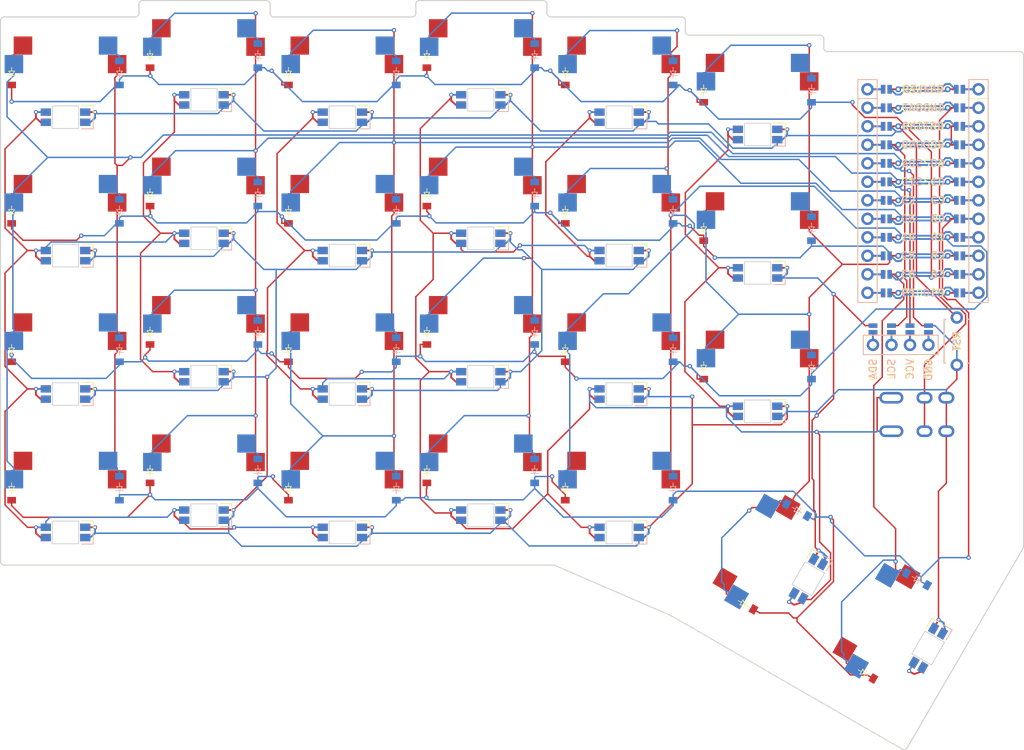
<source format=kicad_pcb>
(kicad_pcb (version 20240108) (generator "pcbnew") (generator_version "8.0")
  (title_block (title "eggada50") (date "2025-06-17") (rev "0.2") (company "ceoloide"))
  (layers (0 "F.Cu" signal) (31 "B.Cu" signal) (34 "B.Paste" user) (35 "F.Paste" user) (36 "B.SilkS" user "B.Silkscreen") (37 "F.SilkS" user "F.Silkscreen") (38 "B.Mask" user) (39 "F.Mask" user) (44 "Edge.Cuts" user))
  (net 0 "")
  (net 1 "C0")
  (net 2 "outer_mod_B")
  (net 3 "GND")
  (net 4 "outer_bottom_B")
  (net 5 "outer_home_B")
  (net 6 "outer_top_B")
  (net 7 "C1")
  (net 8 "pinky_mod_B")
  (net 9 "pinky_bottom_B")
  (net 10 "pinky_home_B")
  (net 11 "pinky_top_B")
  (net 12 "C2")
  (net 13 "ring_mod_B")
  (net 14 "ring_bottom_B")
  (net 15 "ring_home_B")
  (net 16 "ring_top_B")
  (net 17 "C3")
  (net 18 "middle_mod_B")
  (net 19 "middle_bottom_B")
  (net 20 "middle_home_B")
  (net 21 "middle_top_B")
  (net 22 "C4")
  (net 23 "index_mod_B")
  (net 24 "index_bottom_B")
  (net 25 "index_home_B")
  (net 26 "index_top_B")
  (net 27 "C5")
  (net 28 "inner_bottom_B")
  (net 29 "inner_home_B")
  (net 30 "inner_top_B")
  (net 31 "tucky_default_B")
  (net 32 "C6")
  (net 33 "reachy_default_B")
  (net 34 "R0")
  (net 35 "R1")
  (net 36 "R2")
  (net 37 "R3")
  (net 38 "outer_mod_F")
  (net 39 "outer_bottom_F")
  (net 40 "outer_home_F")
  (net 41 "outer_top_F")
  (net 42 "pinky_mod_F")
  (net 43 "pinky_bottom_F")
  (net 44 "pinky_home_F")
  (net 45 "pinky_top_F")
  (net 46 "ring_mod_F")
  (net 47 "ring_bottom_F")
  (net 48 "ring_home_F")
  (net 49 "ring_top_F")
  (net 50 "middle_mod_F")
  (net 51 "middle_bottom_F")
  (net 52 "middle_home_F")
  (net 53 "middle_top_F")
  (net 54 "index_mod_F")
  (net 55 "index_bottom_F")
  (net 56 "index_home_F")
  (net 57 "index_top_F")
  (net 58 "inner_bottom_F")
  (net 59 "inner_home_F")
  (net 60 "inner_top_F")
  (net 61 "tucky_default_F")
  (net 62 "reachy_default_F")
  (net 63 "RAW")
  (net 64 "RST")
  (net 65 "VCC")
  (net 66 "P10")
  (net 67 "LED")
  (net 68 "DAT")
  (net 69 "SDA")
  (net 70 "SCL")
  (net 71 "CS")
  (net 72 "P9")
  (net 73 "MCU1_24")
  (net 74 "MCU1_1")
  (net 75 "MCU1_23")
  (net 76 "MCU1_2")
  (net 77 "MCU1_22")
  (net 78 "MCU1_3")
  (net 79 "MCU1_21")
  (net 80 "MCU1_4")
  (net 81 "MCU1_20")
  (net 82 "MCU1_5")
  (net 83 "MCU1_19")
  (net 84 "MCU1_6")
  (net 85 "MCU1_18")
  (net 86 "MCU1_7")
  (net 87 "MCU1_17")
  (net 88 "MCU1_8")
  (net 89 "MCU1_16")
  (net 90 "MCU1_9")
  (net 91 "MCU1_15")
  (net 92 "MCU1_10")
  (net 93 "MCU1_14")
  (net 94 "MCU1_11")
  (net 95 "MCU1_13")
  (net 96 "MCU1_12")
  (net 97 "DISP1_1")
  (net 98 "DISP1_2")
  (net 99 "DISP1_3")
  (net 100 "DISP1_4")
  (footprint "ceoloide:switch_mx" (layer "F.Cu") (at 195 64.375)
    (property "Reference" "S47" (hide yes))
    (property "Value" "")
  )
  (footprint "ceoloide:diode_tht_sod123" (layer "F.Cu") (at 111.6 58.3 90)
    (property "Reference" "D32" (hide yes))
    (property "Value" "")
  )
  (footprint "ceoloide:switch_mx" (layer "F.Cu") (at 176 81)
    (property "Reference" "S43" (hide yes))
    (property "Value" "")
  )
  (footprint "ceoloide:diode_tht_sod123" (layer "F.Cu") (at 111.6 96.3 90)
    (property "Reference" "D30" (hide yes))
    (property "Value" "")
  )
  (footprint "ceoloide:switch_mx" (layer "F.Cu") (at 100 62)
    (property "Reference" "S28" (hide yes))
    (property "Value" "")
  )
  (footprint "ceoloide:switch_mx" (layer "F.Cu") (at 214.3045 118.24 60)
    (property "Reference" "S50" (hide yes))
    (property "Value" "")
  )
  (footprint "ceoloide:diode_tht_sod123" (layer "F.Cu") (at 168.6 98.675 90)
    (property "Reference" "D42" (hide yes))
    (property "Value" "")
  )
  (footprint "ceoloide:switch_mx" (layer "F.Cu") (at 100 43)
    (property "Reference" "S29" (hide yes))
    (property "Value" "")
  )
  (footprint "ceoloide:reset_switch_tht_top" (layer "F.Cu") (at 222.35 78.501 90)
    (property "Reference" "RST1" (hide yes))
    (property "Value" "")
  )
  (footprint "ceoloide:switch_mx" (layer "F.Cu") (at 195 83.375)
    (property "Reference" "S46" (hide yes))
    (property "Value" "")
  )
  (footprint "ceoloide:diode_tht_sod123" (layer "F.Cu") (at 111.6 39.3 90)
    (property "Reference" "D33" (hide yes))
    (property "Value" "")
  )
  (footprint "ceoloide:mounting_hole_npth" (layer "F.Cu") (at 147.5 69.125)
    (property "Reference" "MH6" (hide yes))
    (property "Value" "")
  )
  (footprint "ceoloide:diode_tht_sod123" (layer "F.Cu") (at 92.6 98.675 90)
    (property "Reference" "D26" (hide yes))
    (property "Value" "")
  )
  (footprint "ceoloide:diode_tht_sod123" (layer "F.Cu") (at 187.6 44.05 90)
    (property "Reference" "D48" (hide yes))
    (property "Value" "")
  )
  (footprint "ceoloide:mcu_nice_nano" (layer "F.Cu") (at 217.704 56.62)
    (property "Reference" "MCU1" (hide yes))
    (property "Value" "")
  )
  (footprint "ceoloide:diode_tht_sod123" (layer "F.Cu") (at 168.6 60.675 90)
    (property "Reference" "D44" (hide yes))
    (property "Value" "")
  )
  (footprint "ceoloide:mounting_hole_npth" (layer "F.Cu") (at 166.468 89.261)
    (property "Reference" "MH7" (hide yes))
    (property "Value" "")
  )
  (footprint "ceoloide:diode_tht_sod123" (layer "F.Cu") (at 168.6 41.675 90)
    (property "Reference" "D45" (hide yes))
    (property "Value" "")
  )
  (footprint "ceoloide:switch_mx" (layer "F.Cu") (at 138 62)
    (property "Reference" "S36" (hide yes))
    (property "Value" "")
  )
  (footprint "ceoloide:diode_tht_sod123" (layer "F.Cu") (at 149.6 58.3 90)
    (property "Reference" "D40" (hide yes))
    (property "Value" "")
  )
  (footprint "ceoloide:switch_mx" (layer "F.Cu") (at 138 43)
    (property "Reference" "S37" (hide yes))
    (property "Value" "")
  )
  (footprint "ceoloide:diode_tht_sod123" (layer "F.Cu") (at 168.6 79.675 90)
    (property "Reference" "D43" (hide yes))
    (property "Value" "")
  )
  (footprint "ceoloide:mounting_hole_npth" (layer "F.Cu") (at 185.468 53.736)
    (property "Reference" "MH5" (hide yes))
    (property "Value" "")
  )
  (footprint "ceoloide:switch_mx" (layer "F.Cu") (at 197.85 108.74 60)
    (property "Reference" "S49" (hide yes))
    (property "Value" "")
  )
  (footprint "ceoloide:mounting_hole_npth" (layer "F.Cu") (at 109.5 50.125)
    (property "Reference" "MH3" (hide yes))
    (property "Value" "")
  )
  (footprint "ceoloide:switch_mx" (layer "F.Cu") (at 157 97.625)
    (property "Reference" "S38" (hide yes))
    (property "Value" "")
  )
  (footprint "ceoloide:switch_mx" (layer "F.Cu") (at 176 43)
    (property "Reference" "S45" (hide yes))
    (property "Value" "")
  )
  (footprint "ceoloide:diode_tht_sod123" (layer "F.Cu") (at 193.0025 114.4861 150)
    (property "Reference" "D49" (hide yes))
    (property "Value" "")
  )
  (footprint "ceoloide:diode_tht_sod123" (layer "F.Cu") (at 149.6 96.3 90)
    (property "Reference" "D38" (hide yes))
    (property "Value" "")
  )
  (footprint "ceoloide:mounting_hole_npth" (layer "F.Cu") (at 228.694 101.245)
    (property "Reference" "MH2" (hide yes))
    (property "Value" "")
  )
  (footprint "ceoloide:switch_mx" (layer "F.Cu") (at 176 62)
    (property "Reference" "S44" (hide yes))
    (property "Value" "")
  )
  (footprint "ceoloide:switch_mx" (layer "F.Cu") (at 119 59.625)
    (property "Reference" "S32" (hide yes))
    (property "Value" "")
  )
  (footprint "ceoloide:switch_mx" (layer "F.Cu") (at 157 40.625)
    (property "Reference" "S41" (hide yes))
    (property "Value" "")
  )
  (footprint "ceoloide:switch_mx" (layer "F.Cu") (at 119 78.625)
    (property "Reference" "S31" (hide yes))
    (property "Value" "")
  )
  (footprint "ceoloide:mounting_hole_npth" (layer "F.Cu") (at 210.8272 105.2628 60)
    (property "Reference" "MH8" (hide yes))
    (property "Value" "")
  )
  (footprint "ceoloide:mounting_hole_npth" (layer "F.Cu") (at 201.3272 121.7172 60)
    (property "Reference" "MH9" (hide yes))
    (property "Value" "")
  )
  (footprint "ceoloide:diode_tht_sod123" (layer "F.Cu") (at 149.6 39.3 90)
    (property "Reference" "D41" (hide yes))
    (property "Value" "")
  )
  (footprint "ceoloide:diode_tht_sod123" (layer "F.Cu") (at 130.6 79.675 90)
    (property "Reference" "D35" (hide yes))
    (property "Value" "")
  )
  (footprint "ceoloide:diode_tht_sod123" (layer "F.Cu") (at 149.6 77.3 90)
    (property "Reference" "D39" (hide yes))
    (property "Value" "")
  )
  (footprint "ceoloide:diode_tht_sod123" (layer "F.Cu") (at 187.6 82.05 90)
    (property "Reference" "D46" (hide yes))
    (property "Value" "")
  )
  (footprint "ceoloide:trrs_pj320a (reversible, symmetric)" (layer "F.Cu") (at 224.11 88.56 -90)
    (property "Reference" "TRRS1" (hide yes))
    (property "Value" "")
  )
  (footprint "ceoloide:diode_tht_sod123" (layer "F.Cu") (at 92.6 60.675 90)
    (property "Reference" "D28" (hide yes))
    (property "Value" "")
  )
  (footprint "ceoloide:diode_tht_sod123" (layer "F.Cu") (at 130.6 60.675 90)
    (property "Reference" "D36" (hide yes))
    (property "Value" "")
  )
  (footprint "ceoloide:diode_tht_sod123" (layer "F.Cu") (at 209.457 123.9861 150)
    (property "Reference" "D50" (hide yes))
    (property "Value" "")
  )
  (footprint "ceoloide:switch_mx" (layer "F.Cu") (at 176 100)
    (property "Reference" "S42" (hide yes))
    (property "Value" "")
  )
  (footprint "ceoloide:switch_mx" (layer "F.Cu") (at 195 45.375)
    (property "Reference" "S48" (hide yes))
    (property "Value" "")
  )
  (footprint "ceoloide:mounting_hole_npth" (layer "F.Cu") (at 109.5 88.125)
    (property "Reference" "MH4" (hide yes))
    (property "Value" "")
  )
  (footprint "ceoloide:switch_mx" (layer "F.Cu") (at 138 100)
    (property "Reference" "S34" (hide yes))
    (property "Value" "")
  )
  (footprint "ceoloide:switch_mx" (layer "F.Cu") (at 157 59.625)
    (property "Reference" "S40" (hide yes))
    (property "Value" "")
  )
  (footprint "ceoloide:diode_tht_sod123" (layer "F.Cu") (at 130.6 98.675 90)
    (property "Reference" "D34" (hide yes))
    (property "Value" "")
  )
  (footprint "ceoloide:switch_mx" (layer "F.Cu") (at 138 81)
    (property "Reference" "S35" (hide yes))
    (property "Value" "")
  )
  (footprint "ceoloide:display_ssd1306" (layer "F.Cu") (at 214.647 62.308)
    (property "Reference" "DISP1" (hide yes))
    (property "Value" "")
  )
  (footprint "ceoloide:switch_mx" (layer "F.Cu") (at 100 100)
    (property "Reference" "S26" (hide yes))
    (property "Value" "")
  )
  (footprint "ceoloide:switch_mx" (layer "F.Cu") (at 157 78.625)
    (property "Reference" "S39" (hide yes))
    (property "Value" "")
  )
  (footprint "ceoloide:mounting_hole_npth" (layer "F.Cu") (at 207.762 89.226)
    (property "Reference" "MH1" (hide yes))
    (property "Value" "")
  )
  (footprint "ceoloide:diode_tht_sod123" (layer "F.Cu") (at 92.6 41.675 90)
    (property "Reference" "D29" (hide yes))
    (property "Value" "")
  )
  (footprint "ceoloide:switch_mx" (layer "F.Cu") (at 119 40.625)
    (property "Reference" "S33" (hide yes))
    (property "Value" "")
  )
  (footprint "ceoloide:diode_tht_sod123" (layer "F.Cu") (at 130.6 41.675 90)
    (property "Reference" "D37" (hide yes))
    (property "Value" "")
  )
  (footprint "ceoloide:switch_mx" (layer "F.Cu") (at 119 97.625)
    (property "Reference" "S30" (hide yes))
    (property "Value" "")
  )
  (footprint "ceoloide:diode_tht_sod123" (layer "F.Cu") (at 111.6 77.3 90)
    (property "Reference" "D31" (hide yes))
    (property "Value" "")
  )
  (footprint "ceoloide:switch_mx" (layer "F.Cu") (at 100 81)
    (property "Reference" "S27" (hide yes))
    (property "Value" "")
  )
  (footprint "ceoloide:diode_tht_sod123" (layer "F.Cu") (at 92.6 79.675 90)
    (property "Reference" "D27" (hide yes))
    (property "Value" "")
  )
  (footprint "ceoloide:diode_tht_sod123" (layer "F.Cu") (at 187.6 63.05 90)
    (property "Reference" "D47" (hide yes))
    (property "Value" "")
  )
  (footprint "ceoloide:led_SK6812mini-e (per-key, reversible)" (layer "B.Cu") (at 138 104.75 180)
    (property "Reference" "LED9" (hide yes))
    (property "Value" "")
    (fp_rect (start -1.8 -1.55) (end 1.8 1.55) (stroke (width 0.12)) (fill none) (layer "Edge.Cuts"))
  )
  (footprint "ceoloide:switch_mx" (layer "B.Cu") (at 214.3045 118.24 60)
    (property "Reference" "S25" (hide yes))
    (property "Value" "")
  )
  (footprint "ceoloide:diode_tht_sod123" (layer "B.Cu") (at 183.4 98.675 90)
    (property "Reference" "D17" (hide yes))
    (property "Value" "")
  )
  (footprint "ceoloide:switch_mx" (layer "B.Cu") (at 157 78.625)
    (property "Reference" "S14" (hide yes))
    (property "Value" "")
  )
  (footprint "ceoloide:led_SK6812mini-e (per-key, reversible)" (layer "B.Cu") (at 100 47.75 180)
    (property "Reference" "LED4" (hide yes))
    (property "Value" "")
    (fp_rect (start -1.8 -1.55) (end 1.8 1.55) (stroke (width 0.12)) (fill none) (layer "Edge.Cuts"))
  )
  (footprint "ceoloide:diode_tht_sod123" (layer "B.Cu") (at 145.4 98.675 90)
    (property "Reference" "D9" (hide yes))
    (property "Value" "")
  )
  (footprint "ceoloide:diode_tht_sod123" (layer "B.Cu") (at 202.4 82.05 90)
    (property "Reference" "D21" (hide yes))
    (property "Value" "")
  )
  (footprint "ceoloide:switch_mx" (layer "B.Cu") (at 157 59.625)
    (property "Reference" "S15" (hide yes))
    (property "Value" "")
  )
  (footprint "ceoloide:led_SK6812mini-e (per-key, reversible)" (layer "B.Cu") (at 100 66.75 180)
    (property "Reference" "LED3" (hide yes))
    (property "Value" "")
    (fp_rect (start -1.8 -1.55) (end 1.8 1.55) (stroke (width 0.12)) (fill none) (layer "Edge.Cuts"))
  )
  (footprint "ceoloide:diode_tht_sod123" (layer "B.Cu") (at 107.4 79.675 90)
    (property "Reference" "D2" (hide yes))
    (property "Value" "")
  )
  (footprint "ceoloide:led_SK6812mini-e (per-key, reversible)" (layer "B.Cu") (at 100 85.75 180)
    (property "Reference" "LED2" (hide yes))
    (property "Value" "")
    (fp_rect (start -1.8 -1.55) (end 1.8 1.55) (stroke (width 0.12)) (fill none) (layer "Edge.Cuts"))
  )
  (footprint "ceoloide:switch_mx" (layer "B.Cu") (at 100 100)
    (property "Reference" "S1" (hide yes))
    (property "Value" "")
  )
  (footprint "ceoloide:led_SK6812mini-e (per-key, reversible)" (layer "B.Cu") (at 176 85.75 180)
    (property "Reference" "LED18" (hide yes))
    (property "Value" "")
    (fp_rect (start -1.8 -1.55) (end 1.8 1.55) (stroke (width 0.12)) (fill none) (layer "Edge.Cuts"))
  )
  (footprint "ceoloide:diode_tht_sod123" (layer "B.Cu") (at 216.857 111.1689 150)
    (property "Reference" "D25" (hide yes))
    (property "Value" "")
  )
  (footprint "ceoloide:led_SK6812mini-e (per-key, reversible)" (layer "B.Cu") (at 201.9636 111.115 -120)
    (property "Reference" "LED24" (hide yes))
    (property "Value" "")
    (fp_poly (pts (xy -1.8 -1.55) (xy 1.8 -1.55) (xy 1.8 1.55) (xy -1.8 1.55)) (stroke (width 0.12)) (fill none) (layer "Edge.Cuts"))
  )
  (footprint "ceoloide:led_SK6812mini-e (per-key, reversible)" (layer "B.Cu") (at 119 64.375 180)
    (property "Reference" "LED7" (hide yes))
    (property "Value" "")
    (fp_rect (start -1.8 -1.55) (end 1.8 1.55) (stroke (width 0.12)) (fill none) (layer "Edge.Cuts"))
  )
  (footprint "ceoloide:switch_mx" (layer "B.Cu") (at 176 62)
    (property "Reference" "S19" (hide yes))
    (property "Value" "")
  )
  (footprint "ceoloide:led_SK6812mini-e (per-key, reversible)" (layer "B.Cu") (at 195 50.125 180)
    (property "Reference" "LED23" (hide yes))
    (property "Value" "")
    (fp_rect (start -1.8 -1.55) (end 1.8 1.55) (stroke (width 0.12)) (fill none) (layer "Edge.Cuts"))
  )
  (footprint "ceoloide:diode_tht_sod123" (layer "B.Cu") (at 126.4 39.3 90)
    (property "Reference" "D8" (hide yes))
    (property "Value" "")
  )
  (footprint "ceoloide:switch_mx" (layer "B.Cu") (at 119 40.625)
    (property "Reference" "S8" (hide yes))
    (property "Value" "")
  )
  (footprint "ceoloide:led_SK6812mini-e (per-key, reversible)" (layer "B.Cu") (at 157 83.375 180)
    (property "Reference" "LED14" (hide yes))
    (property "Value" "")
    (fp_rect (start -1.8 -1.55) (end 1.8 1.55) (stroke (width 0.12)) (fill none) (layer "Edge.Cuts"))
  )
  (footprint "ceoloide:led_SK6812mini-e (per-key, reversible)" (layer "B.Cu") (at 157 102.375 180)
    (property "Reference" "LED13" (hide yes))
    (property "Value" "")
    (fp_rect (start -1.8 -1.55) (end 1.8 1.55) (stroke (width 0.12)) (fill none) (layer "Edge.Cuts"))
  )
  (footprint "ceoloide:switch_mx" (layer "B.Cu") (at 176 43)
    (property "Reference" "S20" (hide yes))
    (property "Value" "")
  )
  (footprint "ceoloide:led_SK6812mini-e (per-key, reversible)" (layer "B.Cu") (at 119 45.375 180)
    (property "Reference" "LED8" (hide yes))
    (property "Value" "")
    (fp_rect (start -1.8 -1.55) (end 1.8 1.55) (stroke (width 0.12)) (fill none) (layer "Edge.Cuts"))
  )
  (footprint "ceoloide:diode_tht_sod123" (layer "B.Cu") (at 145.4 79.675 90)
    (property "Reference" "D10" (hide yes))
    (property "Value" "")
  )
  (footprint "ceoloide:led_SK6812mini-e (per-key, reversible)" (layer "B.Cu") (at 157 45.375 180)
    (property "Reference" "LED16" (hide yes))
    (property "Value" "")
    (fp_rect (start -1.8 -1.55) (end 1.8 1.55) (stroke (width 0.12)) (fill none) (layer "Edge.Cuts"))
  )
  (footprint "ceoloide:diode_tht_sod123" (layer "B.Cu") (at 164.4 39.3 90)
    (property "Reference" "D16" (hide yes))
    (property "Value" "")
  )
  (footprint "ceoloide:diode_tht_sod123" (layer "B.Cu") (at 183.4 41.675 90)
    (property "Reference" "D20" (hide yes))
    (property "Value" "")
  )
  (footprint "ceoloide:diode_tht_sod123" (layer "B.Cu") (at 145.4 41.675 90)
    (property "Reference" "D12" (hide yes))
    (property "Value" "")
  )
  (footprint "ceoloide:diode_tht_sod123" (layer "B.Cu") (at 107.4 98.675 90)
    (property "Reference" "D1" (hide yes))
    (property "Value" "")
  )
  (footprint "ceoloide:switch_mx" (layer "B.Cu") (at 176 100)
    (property "Reference" "S17" (hide yes))
    (property "Value" "")
  )
  (footprint "ceoloide:switch_mx" (layer "B.Cu") (at 138 62)
    (property "Reference" "S11" (hide yes))
    (property "Value" "")
  )
  (footprint "ceoloide:diode_tht_sod123" (layer "B.Cu") (at 126.4 58.3 90)
    (property "Reference" "D7" (hide yes))
    (property "Value" "")
  )
  (footprint "ceoloide:led_SK6812mini-e (per-key, reversible)" (layer "B.Cu") (at 195 88.125 180)
    (property "Reference" "LED21" (hide yes))
    (property "Value" "")
    (fp_rect (start -1.8 -1.55) (end 1.8 1.55) (stroke (width 0.12)) (fill none) (layer "Edge.Cuts"))
  )
  (footprint "ceoloide:switch_mx" (layer "B.Cu") (at 119 59.625)
    (property "Reference" "S7" (hide yes))
    (property "Value" "")
  )
  (footprint "ceoloide:led_SK6812mini-e (per-key, reversible)" (layer "B.Cu") (at 195 69.125 180)
    (property "Reference" "LED22" (hide yes))
    (property "Value" "")
    (fp_rect (start -1.8 -1.55) (end 1.8 1.55) (stroke (width 0.12)) (fill none) (layer "Edge.Cuts"))
  )
  (footprint "ceoloide:switch_mx" (layer "B.Cu") (at 197.85 108.74 60)
    (property "Reference" "S24" (hide yes))
    (property "Value" "")
  )
  (footprint "ceoloide:diode_tht_sod123" (layer "B.Cu") (at 164.4 58.3 90)
    (property "Reference" "D15" (hide yes))
    (property "Value" "")
  )
  (footprint "ceoloide:switch_mx" (layer "B.Cu") (at 100 43)
    (property "Reference" "S4" (hide yes))
    (property "Value" "")
  )
  (footprint "ceoloide:diode_tht_sod123" (layer "B.Cu") (at 200.4025 101.6689 150)
    (property "Reference" "D24" (hide yes))
    (property "Value" "")
  )
  (footprint "ceoloide:switch_mx" (layer "B.Cu") (at 138 100)
    (property "Reference" "S9" (hide yes))
    (property "Value" "")
  )
  (footprint "ceoloide:switch_mx" (layer "B.Cu") (at 138 81)
    (property "Reference" "S10" (hide yes))
    (property "Value" "")
  )
  (footprint "ceoloide:diode_tht_sod123" (layer "B.Cu") (at 164.4 77.3 90)
    (property "Reference" "D14" (hide yes))
    (property "Value" "")
  )
  (footprint "ceoloide:led_SK6812mini-e (per-key, reversible)" (layer "B.Cu") (at 119 83.375 180)
    (property "Reference" "LED6" (hide yes))
    (property "Value" "")
    (fp_rect (start -1.8 -1.55) (end 1.8 1.55) (stroke (width 0.12)) (fill none) (layer "Edge.Cuts"))
  )
  (footprint "ceoloide:switch_mx" (layer "B.Cu") (at 157 97.625)
    (property "Reference" "S13" (hide yes))
    (property "Value" "")
  )
  (footprint "ceoloide:diode_tht_sod123" (layer "B.Cu") (at 183.4 60.675 90)
    (property "Reference" "D19" (hide yes))
    (property "Value" "")
  )
  (footprint "ceoloide:led_SK6812mini-e (per-key, reversible)" (layer "B.Cu") (at 138 66.75 180)
    (property "Reference" "LED11" (hide yes))
    (property "Value" "")
    (fp_rect (start -1.8 -1.55) (end 1.8 1.55) (stroke (width 0.12)) (fill none) (layer "Edge.Cuts"))
  )
  (footprint "ceoloide:led_SK6812mini-e (per-key, reversible)" (layer "B.Cu") (at 119 102.375 180)
    (property "Reference" "LED5" (hide yes))
    (property "Value" "")
    (fp_rect (start -1.8 -1.55) (end 1.8 1.55) (stroke (width 0.12)) (fill none) (layer "Edge.Cuts"))
  )
  (footprint "ceoloide:switch_mx" (layer "B.Cu") (at 176 81)
    (property "Reference" "S18" (hide yes))
    (property "Value" "")
  )
  (footprint "ceoloide:switch_mx" (layer "B.Cu") (at 100 81)
    (property "Reference" "S2" (hide yes))
    (property "Value" "")
  )
  (footprint "ceoloide:switch_mx" (layer "B.Cu") (at 157 40.625)
    (property "Reference" "S16" (hide yes))
    (property "Value" "")
  )
  (footprint "ceoloide:switch_mx" (layer "B.Cu") (at 195 64.375)
    (property "Reference" "S22" (hide yes))
    (property "Value" "")
  )
  (footprint "ceoloide:led_SK6812mini-e (per-key, reversible)" (layer "B.Cu") (at 138 47.75 180)
    (property "Reference" "LED12" (hide yes))
    (property "Value" "")
    (fp_rect (start -1.8 -1.55) (end 1.8 1.55) (stroke (width 0.12)) (fill none) (layer "Edge.Cuts"))
  )
  (footprint "ceoloide:diode_tht_sod123" (layer "B.Cu") (at 107.4 41.675 90)
    (property "Reference" "D4" (hide yes))
    (property "Value" "")
  )
  (footprint "ceoloide:diode_tht_sod123" (layer "B.Cu") (at 145.4 60.675 90)
    (property "Reference" "D11" (hide yes))
    (property "Value" "")
  )
  (footprint "ceoloide:switch_mx" (layer "B.Cu") (at 195 45.375)
    (property "Reference" "S23" (hide yes))
    (property "Value" "")
  )
  (footprint "ceoloide:switch_mx" (layer "B.Cu") (at 138 43)
    (property "Reference" "S12" (hide yes))
    (property "Value" "")
  )
  (footprint "ceoloide:led_SK6812mini-e (per-key, reversible)" (layer "B.Cu") (at 176 66.75 180)
    (property "Reference" "LED19" (hide yes))
    (property "Value" "")
    (fp_rect (start -1.8 -1.55) (end 1.8 1.55) (stroke (width 0.12)) (fill none) (layer "Edge.Cuts"))
  )
  (footprint "ceoloide:switch_mx" (layer "B.Cu") (at 119 97.625)
    (property "Reference" "S5" (hide yes))
    (property "Value" "")
  )
  (footprint "ceoloide:switch_mx" (layer "B.Cu") (at 100 62)
    (property "Reference" "S3" (hide yes))
    (property "Value" "")
  )
  (footprint "ceoloide:diode_tht_sod123" (layer "B.Cu") (at 107.4 60.675 90)
    (property "Reference" "D3" (hide yes))
    (property "Value" "")
  )
  (footprint "ceoloide:diode_tht_sod123" (layer "B.Cu") (at 202.4 63.05 90)
    (property "Reference" "D22" (hide yes))
    (property "Value" "")
  )
  (footprint "ceoloide:led_SK6812mini-e (per-key, reversible)" (layer "B.Cu") (at 176 104.75 180)
    (property "Reference" "LED17" (hide yes))
    (property "Value" "")
    (fp_rect (start -1.8 -1.55) (end 1.8 1.55) (stroke (width 0.12)) (fill none) (layer "Edge.Cuts"))
  )
  (footprint "ceoloide:led_SK6812mini-e (per-key, reversible)" (layer "B.Cu") (at 176 47.75 180)
    (property "Reference" "LED20" (hide yes))
    (property "Value" "")
    (fp_rect (start -1.8 -1.55) (end 1.8 1.55) (stroke (width 0.12)) (fill none) (layer "Edge.Cuts"))
  )
  (footprint "ceoloide:led_SK6812mini-e (per-key, reversible)" (layer "B.Cu") (at 218.4181 120.615 -120)
    (property "Reference" "LED25" (hide yes))
    (property "Value" "")
    (fp_poly (pts (xy -1.8 -1.55) (xy 1.8 -1.55) (xy 1.8 1.55) (xy -1.8 1.55)) (stroke (width 0.12)) (fill none) (layer "Edge.Cuts"))
  )
  (footprint "ceoloide:diode_tht_sod123" (layer "B.Cu") (at 126.4 96.3 90)
    (property "Reference" "D5" (hide yes))
    (property "Value" "")
  )
  (footprint "ceoloide:led_SK6812mini-e (per-key, reversible)" (layer "B.Cu") (at 138 85.75 180)
    (property "Reference" "LED10" (hide yes))
    (property "Value" "")
    (fp_rect (start -1.8 -1.55) (end 1.8 1.55) (stroke (width 0.12)) (fill none) (layer "Edge.Cuts"))
  )
  (footprint "ceoloide:diode_tht_sod123" (layer "B.Cu") (at 202.4 44.05 90)
    (property "Reference" "D23" (hide yes))
    (property "Value" "")
  )
  (footprint "ceoloide:diode_tht_sod123" (layer "B.Cu") (at 183.4 79.675 90)
    (property "Reference" "D18" (hide yes))
    (property "Value" "")
  )
  (footprint "ceoloide:switch_mx" (layer "B.Cu") (at 119 78.625)
    (property "Reference" "S6" (hide yes))
    (property "Value" "")
  )
  (footprint "ceoloide:diode_tht_sod123" (layer "B.Cu") (at 126.4 77.3 90)
    (property "Reference" "D6" (hide yes))
    (property "Value" "")
  )
  (footprint "ceoloide:switch_mx" (layer "B.Cu") (at 195 83.375)
    (property "Reference" "S21" (hide yes))
    (property "Value" "")
  )
  (footprint "ceoloide:diode_tht_sod123" (layer "B.Cu") (at 164.4 96.3 90)
    (property "Reference" "D13" (hide yes))
    (property "Value" "")
  )
  (footprint "ceoloide:led_SK6812mini-e (per-key, reversible)" (layer "B.Cu") (at 100 104.75 180)
    (property "Reference" "LED1" (hide yes))
    (property "Value" "")
    (fp_rect (start -1.8 -1.55) (end 1.8 1.55) (stroke (width 0.12)) (fill none) (layer "Edge.Cuts"))
  )
  (footprint "ceoloide:led_SK6812mini-e (per-key, reversible)" (layer "B.Cu") (at 157 64.375 180)
    (property "Reference" "LED15" (hide yes))
    (property "Value" "")
    (fp_rect (start -1.8 -1.55) (end 1.8 1.55) (stroke (width 0.12)) (fill none) (layer "Edge.Cuts"))
  )
  (gr_line (start 91.581987 109.24) (end 166.978501 109.24) (stroke (width 0.15)) (layer "Edge.Cuts"))
  (gr_line (start 110.08 33.49) (end 110.08 32.238) (stroke (width 0.15)) (layer "Edge.Cuts"))
  (gr_line (start 204.082222 36.987778) (end 204.082778 38.240222) (stroke (width 0.15)) (layer "Edge.Cuts"))
  (gr_line (start 110.58 31.738) (end 127.582 31.738) (stroke (width 0.15)) (layer "Edge.Cuts"))
  (gr_arc (start 110.08 33.49) (mid 109.933553 33.843553) (end 109.58 33.99) (stroke (width 0.15)) (layer "Edge.Cuts"))
  (gr_line (start 166.582 33.99) (end 184.582 33.99) (stroke (width 0.15)) (layer "Edge.Cuts"))
  (gr_arc (start 183.113914 116.174286) (mid 183.140041 116.186494) (end 183.165421 116.200186) (stroke (width 0.15)) (layer "Edge.Cuts"))
  (gr_line (start 91.081987 108.740013) (end 91.080013 34.490013) (stroke (width 0.15)) (layer "Edge.Cuts"))
  (gr_line (start 148.58 31.738) (end 165.582 31.738) (stroke (width 0.15)) (layer "Edge.Cuts"))
  (gr_arc (start 166.582 33.99) (mid 166.228447 33.843553) (end 166.082 33.49) (stroke (width 0.15)) (layer "Edge.Cuts"))
  (gr_line (start 231.198 107.346596) (end 215.531712 134.311099) (stroke (width 0.15)) (layer "Edge.Cuts"))
  (gr_arc (start 110.08 32.238) (mid 110.226447 31.884447) (end 110.58 31.738) (stroke (width 0.15)) (layer "Edge.Cuts"))
  (gr_line (start 185.582 36.488) (end 203.582222 36.488) (stroke (width 0.15)) (layer "Edge.Cuts"))
  (gr_arc (start 91.080013 34.490013) (mid 91.226456 34.136456) (end 91.580013 33.99) (stroke (width 0.15)) (layer "Edge.Cuts"))
  (gr_line (start 231.446013 106.917025) (end 231.198 107.346596) (stroke (width 0.15)) (layer "Edge.Cuts"))
  (gr_arc (start 91.581987 109.24) (mid 91.228447 109.093553) (end 91.081987 108.740013) (stroke (width 0.15)) (layer "Edge.Cuts"))
  (gr_line (start 183.165421 116.200186) (end 214.849384 134.49293) (stroke (width 0.15)) (layer "Edge.Cuts"))
  (gr_line (start 91.580013 33.99) (end 109.58 33.99) (stroke (width 0.15)) (layer "Edge.Cuts"))
  (gr_line (start 128.582 33.99) (end 147.58 33.99) (stroke (width 0.15)) (layer "Edge.Cuts"))
  (gr_line (start 148.08 33.49) (end 148.08 32.238) (stroke (width 0.15)) (layer "Edge.Cuts"))
  (gr_arc (start 165.582 31.738) (mid 165.935553 31.884447) (end 166.082 32.238) (stroke (width 0.15)) (layer "Edge.Cuts"))
  (gr_arc (start 203.582222 36.488) (mid 203.935683 36.634376) (end 204.082222 36.987778) (stroke (width 0.15)) (layer "Edge.Cuts"))
  (gr_line (start 183.113914 116.174286) (end 167.176994 109.281088) (stroke (width 0.15)) (layer "Edge.Cuts"))
  (gr_line (start 128.082 32.238) (end 128.082 33.49) (stroke (width 0.15)) (layer "Edge.Cuts"))
  (gr_line (start 204.582778 38.74) (end 231.013 38.74) (stroke (width 0.15)) (layer "Edge.Cuts"))
  (gr_arc (start 185.582 36.488) (mid 185.228447 36.341553) (end 185.082 35.988) (stroke (width 0.15)) (layer "Edge.Cuts"))
  (gr_line (start 231.513 39.24) (end 231.513 106.667025) (stroke (width 0.15)) (layer "Edge.Cuts"))
  (gr_arc (start 148.08 33.49) (mid 147.933553 33.843553) (end 147.58 33.99) (stroke (width 0.15)) (layer "Edge.Cuts"))
  (gr_arc (start 184.582 33.99) (mid 184.935553 34.136447) (end 185.082 34.49) (stroke (width 0.15)) (layer "Edge.Cuts"))
  (gr_arc (start 128.582 33.99) (mid 128.228447 33.843553) (end 128.082 33.49) (stroke (width 0.15)) (layer "Edge.Cuts"))
  (gr_arc (start 231.013 38.74) (mid 231.366553 38.886447) (end 231.513 39.24) (stroke (width 0.15)) (layer "Edge.Cuts"))
  (gr_arc (start 204.582778 38.74) (mid 204.229317 38.593624) (end 204.082778 38.240222) (stroke (width 0.15)) (layer "Edge.Cuts"))
  (gr_arc (start 127.582 31.738) (mid 127.935553 31.884447) (end 128.082 32.238) (stroke (width 0.15)) (layer "Edge.Cuts"))
  (gr_line (start 166.082 32.238) (end 166.082 33.49) (stroke (width 0.15)) (layer "Edge.Cuts"))
  (gr_arc (start 148.08 32.238) (mid 148.226447 31.884447) (end 148.58 31.738) (stroke (width 0.15)) (layer "Edge.Cuts"))
  (gr_arc (start 231.513 106.667025) (mid 231.495957 106.796432) (end 231.446013 106.917025) (stroke (width 0.15)) (layer "Edge.Cuts"))
  (gr_line (start 185.082 34.49) (end 185.082 35.988) (stroke (width 0.15)) (layer "Edge.Cuts"))
  (gr_arc (start 215.531712 134.311099) (mid 215.228135 134.543038) (end 214.849384 134.49293) (stroke (width 0.15)) (layer "Edge.Cuts"))
  (gr_arc (start 166.978501 109.24) (mid 167.079851 109.25038) (end 167.176994 109.281088) (stroke (width 0.15)) (layer "Edge.Cuts"))
  (segment (start 106.7788 42.3179) (end 106.7788 54.0563) (width 0.2) (layer "F.Cu") (net 1))
  (segment (start 106.7788 95.6021) (end 107.085 95.9083) (width 0.2) (layer "F.Cu") (net 1))
  (segment (start 107.085 54.3625) (end 107.085 57.9083) (width 0.2) (layer "F.Cu") (net 1))
  (segment (start 107.085 80.0117) (end 106.7788 80.3179) (width 0.2) (layer "F.Cu") (net 1))
  (segment (start 107.8121 54.3625) (end 108.9044 53.2702) (width 0.2) (layer "F.Cu") (net 1))
  (segment (start 106.7788 80.3179) (end 106.7788 95.6021) (width 0.2) (layer "F.Cu") (net 1))
  (segment (start 107.085 78.46) (end 107.085 80.0117) (width 0.2) (layer "F.Cu") (net 1))
  (segment (start 107.085 58.6841) (end 107.085 57.9083) (width 0.2) (layer "F.Cu") (net 1))
  (segment (start 107.085 97.46) (end 107.085 95.9083) (width 0.2) (layer "F.Cu") (net 1))
  (segment (start 106.7788 54.0563) (end 107.085 54.3625) (width 0.2) (layer "F.Cu") (net 1))
  (segment (start 213.124 54.08) (end 214.304 54.08) (width 0.25) (layer "F.Cu") (net 1))
  (segment (start 107.085 58.6841) (end 107.085 59.46) (width 0.2) (layer "F.Cu") (net 1))
  (segment (start 107.085 42.0117) (end 106.7788 42.3179) (width 0.2) (layer "F.Cu") (net 1))
  (segment (start 107.085 40.46) (end 107.085 42.0117) (width 0.2) (layer "F.Cu") (net 1))
  (segment (start 107.085 54.3625) (end 107.8121 54.3625) (width 0.2) (layer "F.Cu") (net 1))
  (segment (start 107.085 59.46) (end 107.085 78.46) (width 0.2) (layer "F.Cu") (net 1))
  (via (at 108.9044 53.2702) (size 0.6) (drill 0.3) (layers "F.Cu" "B.Cu") (net 1))
  (segment (start 191.5851 52.7466) (end 188.662 49.8235) (width 0.2) (layer "B.Cu") (net 1))
  (segment (start 108.9044 53.2702) (end 97.5531 53.2702) (width 0.2) (layer "B.Cu") (net 1))
  (segment (start 97.5531 53.2702) (end 92.915 57.9083) (width 0.2) (layer "B.Cu") (net 1))
  (segment (start 92.7746 76.7679) (end 92.915 76.9083) (width 0.2) (layer "B.Cu") (net 1))
  (segment (start 92.915 59.46) (end 92.915 61.0117) (width 0.2) (layer "B.Cu") (net 1))
  (segment (start 214.8758 53.86) (end 214.524 53.86) (width 0.25) (layer "B.Cu") (net 1))
  (segment (start 188.662 49.8235) (end 182.9782 49.8235) (width 0.2) (layer "B.Cu") (net 1))
  (segment (start 222.479 54.08) (end 222.284 54.08) (width 0.25) (layer "B.Cu") (net 1))
  (segment (start 91.9737 94.967) (end 92.915 95.9083) (width 0.2) (layer "B.Cu") (net 1))
  (segment (start 220.299 53.86) (end 214.8758 53.86) (width 0.25) (layer "B.Cu") (net 1))
  (segment (start 92.915 58.6841) (end 92.915 57.9083) (width 0.2) (layer "B.Cu") (net 1))
  (segment (start 214.524 53.86) (end 214.304 54.08) (width 0.2) (layer "B.Cu") (net 1))
  (segment (start 213.7624 52.7466) (end 191.5851 52.7466) (width 0.2) (layer "B.Cu") (net 1))
  (segment (start 221.404 53.355) (end 220.804 53.355) (width 0.25) (layer "B.Cu") (net 1))
  (segment (start 92.915 61.0117) (end 92.7746 61.1521) (width 0.2) (layer "B.Cu") (net 1))
  (segment (start 110.353 53.2702) (end 108.9044 53.2702) (width 0.2) (layer "B.Cu") (net 1))
  (segment (start 113.4291 50.1941) (end 110.353 53.2702) (width 0.2) (layer "B.Cu") (net 1))
  (segment (start 91.9737 79.4013) (end 91.9737 94.967) (width 0.2) (layer "B.Cu") (net 1))
  (segment (start 91.9669 42.9598) (end 91.9669 47.684) (width 0.2) (layer "B.Cu") (net 1))
  (segment (start 182.6076 50.1941) (end 113.4291 50.1941) (width 0.2) (layer "B.Cu") (net 1))
  (segment (start 214.8758 53.86) (end 213.7624 52.7466) (width 0.2) (layer "B.Cu") (net 1))
  (segment (start 92.915 97.46) (end 92.915 95.9083) (width 0.2) (layer "B.Cu") (net 1))
  (segment (start 92.915 40.46) (end 92.915 42.0117) (width 0.2) (layer "B.Cu") (net 1))
  (segment (start 91.9669 47.684) (end 97.5531 53.2702) (width 0.2) (layer "B.Cu") (net 1))
  (segment (start 92.915 78.46) (end 92.915 76.9083) (width 0.2) (layer "B.Cu") (net 1))
  (segment (start 222.129 54.08) (end 221.404 53.355) (width 0.25) (layer "B.Cu") (net 1))
  (segment (start 92.915 42.0117) (end 91.9669 42.9598) (width 0.2) (layer "B.Cu") (net 1))
  (segment (start 182.9782 49.8235) (end 182.6076 50.1941) (width 0.2) (layer "B.Cu") (net 1))
  (segment (start 222.284 54.08) (end 222.129 54.08) (width 0.25) (layer "B.Cu") (net 1))
  (segment (start 92.915 78.46) (end 91.9737 79.4013) (width 0.2) (layer "B.Cu") (net 1))
  (segment (start 92.7746 61.1521) (end 92.7746 76.7679) (width 0.2) (layer "B.Cu") (net 1))
  (segment (start 220.804 53.355) (end 220.299 53.86) (width 0.25) (layer "B.Cu") (net 1))
  (segment (start 92.915 58.6841) (end 92.915 59.46) (width 0.2) (layer "B.Cu") (net 1))
  (segment (start 107.1953 96.2733) (end 105.842 94.92) (width 0.2) (layer "B.Cu") (net 2))
  (segment (start 107.4 97.025) (end 107.4 96.2733) (width 0.2) (layer "B.Cu") (net 2))
  (segment (start 107.4 96.2733) (end 107.1953 96.2733) (width 0.2) (layer "B.Cu") (net 2))
  (segment (start 178.7 85.05) (end 180.06 85.05) (width 0.25) (layer "F.Cu") (net 3))
  (segment (start 222.284 49) (end 221.594 49) (width 0.25) (layer "F.Cu") (net 3))
  (segment (start 203.3753 107.2693) (end 203.387 107.249) (width 0.25) (layer "F.Cu") (net 3))
  (segment (start 202.4852 97.3674) (end 202.4852 89.3435) (width 0.2) (layer "F.Cu") (net 3))
  (segment (start 178.7 66.05) (end 180.06 66.05) (width 0.25) (layer "F.Cu") (net 3))
  (segment (start 197.7 87.425) (end 199.06 87.425) (width 0.25) (layer "F.Cu") (net 3))
  (segment (start 202.7131 97.5953) (end 202.4852 97.3674) (width 0.2) (layer "F.Cu") (net 3))
  (segment (start 221.594 51.54) (end 221.594 49) (width 0.2) (layer "F.Cu") (net 3))
  (segment (start 221.594 51.54) (end 221.104 51.54) (width 0.25) (layer "F.Cu") (net 3))
  (segment (start 202.9133 106.8072) (end 202.9133 101.8564) (width 0.2) (layer "F.Cu") (net 3))
  (segment (start 219.8303 116.7693) (end 219.842 116.749) (width 0.25) (layer "F.Cu") (net 3))
  (segment (start 203.047 107.838) (end 202.7074 108.1776) (width 0.2) (layer "F.Cu") (net 3))
  (segment (start 186.0246 89.9767) (end 198.2173 89.9767) (width 0.2) (layer "F.Cu") (net 3))
  (segment (start 222.284 51.54) (end 221.594 51.54) (width 0.25) (layer "F.Cu") (net 3))
  (segment (start 102.7 85.05) (end 104.06 85.05) (width 0.25) (layer "F.Cu") (net 3))
  (segment (start 202.7074 108.1776) (end 202.7074 108.4267) (width 0.2) (layer "F.Cu") (net 3))
  (segment (start 199.06 89.134) (end 199.06 87.425) (width 0.2) (layer "F.Cu") (net 3))
  (segment (start 219.1619 117.6781) (end 219.1619 117.9267) (width 0.2) (layer "F.Cu") (net 3))
  (segment (start 203.3753 107.2693) (end 203.3753 107.2692) (width 0.2) (layer "F.Cu") (net 3))
  (segment (start 205.4299 72.0185) (end 209.7694 76.358) (width 0.2) (layer "F.Cu") (net 3))
  (segment (start 121.7 63.675) (end 123.06 63.675) (width 0.25) (layer "F.Cu") (net 3))
  (segment (start 220.91 97.995) (end 220.91 90.86) (width 0.2) (layer "F.Cu") (net 3))
  (segment (start 180.06 104.05) (end 186.0246 98.0854) (width 0.2) (layer "F.Cu") (net 3))
  (segment (start 220.91 85.1583) (end 222.35 83.7183) (width 0.2) (layer "F.Cu") (net 3))
  (segment (start 219.502 117.338) (end 219.1619 117.6781) (width 0.2) (layer "F.Cu") (net 3))
  (segment (start 198.2173 89.9767) (end 199.06 89.134) (width 0.2) (layer "F.Cu") (net 3))
  (segment (start 121.7 44.675) (end 123.06 44.675) (width 0.25) (layer "F.Cu") (net 3))
  (segment (start 209.7694 76.358) (end 210.837 76.358) (width 0.2) (layer "F.Cu") (net 3))
  (segment (start 121.7 101.675) (end 123.06 101.675) (width 0.25) (layer "F.Cu") (net 3))
  (segment (start 186.0246 89.9767) (end 186.0246 86.108) (width 0.2) (layer "F.Cu") (net 3))
  (segment (start 221.594 49) (end 221.104 49) (width 0.25) (layer "F.Cu") (net 3))
  (segment (start 127.6735 97.0615) (end 127.6735 83.4027) (width 0.2) (layer "F.Cu") (net 3))
  (segment (start 202.7131 101.6562) (end 202.7131 97.5953) (width 0.2) (layer "F.Cu") (net 3))
  (segment (start 203.047 107.838) (end 203.3753 107.2693) (width 0.25) (layer "F.Cu") (net 3))
  (segment (start 203.1133 88.7154) (end 205.4299 86.3988) (width 0.2) (layer "F.Cu") (net 3))
  (segment (start 102.7 104.05) (end 104.06 104.05) (width 0.25) (layer "F.Cu") (net 3))
  (segment (start 102.7 47.05) (end 104.06 47.05) (width 0.25) (layer "F.Cu") (net 3))
  (segment (start 219.162 117.927) (end 219.502 117.338) (width 0.25) (layer "F.Cu") (net 3))
  (segment (start 140.7 66.05) (end 142.06 66.05) (width 0.25) (layer "F.Cu") (net 3))
  (segment (start 197.7 68.425) (end 199.06 68.425) (width 0.25) (layer "F.Cu") (net 3))
  (segment (start 210.837 79.008) (end 210.837 77.258) (width 0.25) (layer "F.Cu") (net 3))
  (segment (start 186.0246 98.0854) (end 186.0246 89.9767) (width 0.2) (layer "F.Cu") (net 3))
  (segment (start 222.35 83.7183) (end 222.35 81.751) (width 0.2) (layer "F.Cu") (net 3))
  (segment (start 220.91 90.86) (end 220.91 86.26) (width 0.2) (layer "F.Cu") (net 3))
  (segment (start 121.7 82.675) (end 123.06 82.675) (width 0.25) (layer "F.Cu") (net 3))
  (segment (start 203.3753 107.2692) (end 202.9133 106.8072) (width 0.2) (layer "F.Cu") (net 3))
  (segment (start 197.7 49.425) (end 199.06 49.425) (width 0.25) (layer "F.Cu") (net 3))
  (segment (start 205.4299 86.3988) (end 205.4299 72.0185) (width 0.2) (layer "F.Cu") (net 3))
  (segment (start 178.7 104.05) (end 180.06 104.05) (width 0.25) (layer "F.Cu") (net 3))
  (segment (start 219.8303 99.0747) (end 220.91 97.995) (width 0.2) (layer "F.Cu") (net 3))
  (segment (start 159.7 101.675) (end 161.06 101.675) (width 0.25) (layer "F.Cu") (net 3))
  (segment (start 220.91 86.26) (end 220.91 85.1583) (width 0.2) (layer "F.Cu") (net 3))
  (segment (start 140.7 85.05) (end 142.06 85.05) (width 0.25) (layer "F.Cu") (net 3))
  (segment (start 140.7 104.05) (end 142.06 104.05) (width 0.25) (layer "F.Cu") (net 3))
  (segment (start 213.124 46.46) (end 214.304 46.46) (width 0.25) (layer "F.Cu") (net 3))
  (segment (start 102.7 66.05) (end 104.06 66.05) (width 0.25) (layer "F.Cu") (net 3))
  (segment (start 140.7 47.05) (end 142.06 47.05) (width 0.25) (layer "F.Cu") (net 3))
  (segment (start 178.7 47.05) (end 180.06 47.05) (width 0.25) (layer "F.Cu") (net 3))
  (segment (start 159.7 44.675) (end 161.06 44.675) (width 0.25) (layer "F.Cu") (net 3))
  (segment (start 202.707 108.427) (end 203.047 107.838) (width 0.25) (layer "F.Cu") (net 3))
  (segment (start 202.4852 89.3435) (end 203.1133 88.7154) (width 0.2) (layer "F.Cu") (net 3))
  (segment (start 219.502 117.338) (end 219.8303 116.7693) (width 0.25) (layer "F.Cu") (net 3))
  (segment (start 123.06 101.675) (end 127.6735 97.0615) (width 0.2) (layer "F.Cu") (net 3))
  (segment (start 202.9133 101.8564) (end 202.7131 101.6562) (width 0.2) (layer "F.Cu") (net 3))
  (segment (start 159.7 63.675) (end 161.06 63.675) (width 0.25) (layer "F.Cu") (net 3))
  (segment (start 159.7 82.675) (end 161.06 82.675) (width 0.25) (layer "F.Cu") (net 3))
  (segment (start 219.8303 116.7693) (end 219.8303 99.0747) (width 0.2) (layer "F.Cu") (net 3))
  (via (at 161.06 82.675) (size 0.56) (drill 0.3) (layers "F.Cu" "B.Cu") (net 3))
  (via (at 199.06 68.425) (size 0.56) (drill 0.3) (layers "F.Cu" "B.Cu") (net 3))
  (via (at 180.06 85.05) (size 0.56) (drill 0.3) (layers "F.Cu" "B.Cu") (net 3))
  (via (at 180.06 47.05) (size 0.56) (drill 0.3) (layers "F.Cu" "B.Cu") (net 3))
  (via (at 142.06 66.05) (size 0.56) (drill 0.3) (layers "F.Cu" "B.Cu") (net 3))
  (via (at 142.06 85.05) (size 0.56) (drill 0.3) (layers "F.Cu" "B.Cu") (net 3))
  (via (at 186.0246 86.108) (size 0.6) (drill 0.3) (layers "F.Cu" "B.Cu") (net 3))
  (via (at 219.842 116.749) (size 0.56) (drill 0.3) (layers "F.Cu" "B.Cu") (net 3))
  (via (at 180.06 66.05) (size 0.56) (drill 0.3) (layers "F.Cu" "B.Cu") (net 3))
  (via (at 142.06 47.05) (size 0.56) (drill 0.3) (layers "F.Cu" "B.Cu") (net 3))
  (via (at 123.06 82.675) (size 0.56) (drill 0.3) (layers "F.Cu" "B.Cu") (net 3))
  (via (at 104.06 66.05) (size 0.56) (drill 0.3) (layers "F.Cu" "B.Cu") (net 3))
  (via (at 104.06 85.05) (size 0.56) (drill 0.3) (layers "F.Cu" "B.Cu") (net 3))
  (via (at 180.06 104.05) (size 0.56) (drill 0.3) (layers "F.Cu" "B.Cu") (net 3))
  (via (at 203.387 107.249) (size 0.56) (drill 0.3) (layers "F.Cu" "B.Cu") (net 3))
  (via (at 203.1133 88.7154) (size 0.6) (drill 0.3) (layers "F.Cu" "B.Cu") (net 3))
  (via (at 142.06 104.05) (size 0.56) (drill 0.3) (layers "F.Cu" "B.Cu") (net 3))
  (via (at 161.06 63.675) (size 0.56) (drill 0.3) (layers "F.Cu" "B.Cu") (net 3))
  (via (at 199.06 87.425) (size 0.56) (drill 0.3) (layers "F.Cu" "B.Cu") (net 3))
  (via (at 104.06 47.05) (size 0.56) (drill 0.3) (layers "F.Cu" "B.Cu") (net 3))
  (via (at 123.06 63.675) (size 0.56) (drill 0.3) (layers "F.Cu" "B.Cu") (net 3))
  (via (at 123.06 44.675) (size 0.56) (drill 0.3) (layers "F.Cu" "B.Cu") (net 3))
  (via (at 161.06 101.675) (size 0.56) (drill 0.3) (layers "F.Cu" "B.Cu") (net 3))
  (via (at 127.6735 83.4027) (size 0.6) (drill 0.3) (layers "F.Cu" "B.Cu") (net 3))
  (via (at 104.06 104.05) (size 0.56) (drill 0.3) (layers "F.Cu" "B.Cu") (net 3))
  (via (at 199.06 49.425) (size 0.56) (drill 0.3) (layers "F.Cu" "B.Cu") (net 3))
  (via (at 205.4299 72.0185) (size 0.6) (drill 0.3) (layers "F.Cu" "B.Cu") (net 3))
  (via (at 161.06 44.675) (size 0.56) (drill 0.3) (layers "F.Cu" "B.Cu") (net 3))
  (via (at 123.06 101.675) (size 0.56) (drill 0.3) (layers "F.Cu" "B.Cu") (net 3))
  (segment (start 179.0957 48.45) (end 179.4 48.45) (width 0.25) (layer "B.Cu") (net 3))
  (segment (start 199.06 88.2309) (end 199.06 88.1527) (width 0.25) (layer "B.Cu") (net 3))
  (segment (start 120.9146 47.2561) (end 104.2661 47.2561) (width 0.2) (layer "B.Cu") (net 3))
  (segment (start 160.4 65.075) (end 161.06 64.4809) (width 0.25) (layer "B.Cu") (net 3))
  (segment (start 103.4 48.45) (end 104.06 47.8559) (width 0.25) (layer "B.Cu") (net 3))
  (segment (start 199.06 69.2309) (end 199.06 68.425) (width 0.25) (layer "B.Cu") (net 3))
  (segment (start 159.7 84.075) (end 160.4 84.075) (width 0.25) (layer "B.Cu") (net 3))
  (segment (start 141.4 86.45) (end 142.06 85.8559) (width 0.25) (layer "B.Cu") (net 3))
  (segment (start 179.0957 67.45) (end 179.4 67.45) (width 0.25) (layer "B.Cu") (net 3))
  (segment (start 213.2966 49.0176) (end 213.2965 49.0175) (width 0.2) (layer "B.Cu") (net 3))
  (segment (start 179.78 86.1079) (end 180.06 85.8559) (width 0.25) (layer "B.Cu") (net 3))
  (segment (start 179.0957 48.45) (end 177.8985 49.6472) (width 0.2) (layer "B.Cu") (net 3))
  (segment (start 161.06 83.4809) (end 161.06 82.675) (width 0.25) (layer "B.Cu") (net 3))
  (segment (start 198.4 50.825) (end 199.0166 50.27) (width 0.25) (layer "B.Cu") (net 3))
  (segment (start 104.2661 85.2561) (end 104.06 85.05) (width 0.2) (layer "B.Cu") (net 3))
  (segment (start 222.129 46.46) (end 221.404 45.735) (width 0.25) (layer "B.Cu") (net 3))
  (segment (start 123.06 83.4027) (end 127.6735 83.4027) (width 0.2) (layer "B.Cu") (net 3))
  (segment (start 180.06 85.8559) (end 180.06 85.05) (width 0.25) (layer "B.Cu") (net 3))
  (segment (start 123.06 64.4809) (end 123.06 63.675) (width 0.25) (layer "B.Cu") (net 3))
  (segment (start 179.0957 67.45) (end 177.8985 68.6472) (width 0.2) (layer "B.Cu") (net 3))
  (segment (start 162.1255 65.9527) (end 162.6764 65.9527) (width 0.2) (layer "B.Cu") (net 3))
  (segment (start 180.06 104.856) (end 180.06 104.05) (width 0.25) (layer "B.Cu") (net 3))
  (segment (start 159.3182 85.2585) (end 159.7 84.8767) (width 0.2) (layer "B.Cu") (net 3))
  (segment (start 220.874 49.23) (end 221.104 49) (width 0.2) (layer "B.Cu") (net 3))
  (segment (start 160.0957 103.075) (end 163.6245 106.6038) (width 0.2) (layer "B.Cu") (net 3))
  (segment (start 122.4 65.075) (end 123.06 64.4809) (width 0.25) (layer "B.Cu") (net 3))
  (segment (start 139.9781 106.6485) (end 124.1925 106.6485) (width 0.2) (layer "B.Cu") (net 3))
  (segment (start 160.0957 46.075) (end 160.4 46.075) (width 0.25) (layer "B.Cu") (net 3))
  (segment (start 222.284 46.46) (end 222.129 46.46) (width 0.25) (layer "B.Cu") (net 3))
  (segment (start 160.0957 65.075) (end 160.4 65.075) (width 0.25) (layer "B.Cu") (net 3))
  (segment (start 123.06 45.4809) (end 123.06 44.675) (width 0.25) (layer "B.Cu") (net 3))
  (segment (start 191.6044 51.9979) (end 196.9817 51.9979) (width 0.2) (layer "B.Cu") (net 3))
  (segment (start 204.085 107.652) (end 203.387 107.249) (width 0.25) (layer "B.Cu") (net 3))
  (segment (start 141.0957 67.45) (end 139.8985 68.6472) (width 0.2) (layer "B.Cu") (net 3))
  (segment (start 161.06 82.675) (end 162.4884 82.675) (width 0.2) (layer "B.Cu") (net 3))
  (segment (start 198.05 69.825) (end 198.4 69.825) (width 0.25) (layer "B.Cu") (net 3))
  (segment (start 188.2817 48.6752) (end 191.6044 51.9979) (width 0.2) (layer "B.Cu") (net 3))
  (segment (start 178.7 105.45) (end 178.7 106.2517) (width 0.2) (layer "B.Cu") (net 3))
  (segment (start 120.9146 85.2561) (end 104.2661 85.2561) (width 0.2) (layer "B.Cu") (net 3))
  (segment (start 163.6245 106.6038) (end 178.3479 106.6038) (width 0.2) (layer "B.Cu") (net 3))
  (segment (start 177.8985 68.6472) (end 165.3709 68.6472) (width 0.2) (layer "B.Cu") (net 3))
  (segment (start 140.7 86.45) (end 141.4 86.45) (width 0.25) (layer "B.Cu") (net 3))
  (segment (start 104.2661 47.2561) (end 104.06 47.05) (width 0.2) (layer "B.Cu") (net 3))
  (segment (start 121.7 103.075) (end 122.4 103.075) (width 0.25) (layer "B.Cu") (net 3))
  (segment (start 141.05 105.45) (end 141.4 105.45) (width 0.25) (layer "B.Cu") (net 3))
  (segment (start 161.06 102.481) (end 161.06 101.675) (width 0.25) (layer "B.Cu") (net 3))
  (segment (start 165.2263 49.6472) (end 161.06 45.4809) (width 0.2) (layer "B.Cu") (net 3))
  (segment (start 142.06 47.8559) (end 142.06 47.05) (width 0.25) (layer "B.Cu") (net 3))
  (segment (start 104.06 85.8559) (end 104.06 85.05) (width 0.25) (layer "B.Cu") (net 3))
  (segment (start 104.06 66.8559) (end 104.06 66.05) (width 0.25) (layer "B.Cu") (net 3))
  (segment (start 128.9071 82.1691) (end 128.9071 68.6472) (width 0.2) (layer "B.Cu") (net 3))
  (segment (start 178.7 48.45) (end 179.0957 48.45) (width 0.25) (layer "B.Cu") (net 3))
  (segment (start 218.457 76.358) (end 219.3587 76.358) (width 0.2) (layer "B.Cu") (net 3))
  (segment (start 104.06 47.8559) (end 104.06 47.05) (width 0.25) (layer "B.Cu") (net 3))
  (segment (start 197.3529 51.6267) (end 197.7 51.6267) (width 0.2) (layer "B.Cu") (net 3))
  (segment (start 203.92 109.127) (end 204.27 108.521) (width 0.25) (layer "B.Cu") (net 3))
  (segment (start 160.0957 103.075) (end 160.4 103.075) (width 0.25) (layer "B.Cu") (net 3))
  (segment (start 161.06 64.4809) (end 161.06 63.675) (width 0.25) (layer "B.Cu") (net 3))
  (segment (start 127.6735 83.4027) (end 128.9071 82.1691) (width 0.2) (layer "B.Cu") (net 3))
  (segment (start 213.2966 49.0176) (end 213.3585 49.0795) (width 0.25) (layer "B.Cu") (net 3))
  (segment (start 203.1133 88.1527) (end 203.1133 88.7154) (width 0.2) (layer "B.Cu") (net 3))
  (segment (start 128.9071 68.6472) (end 127.2263 68.6472) (width 0.2) (layer "B.Cu") (net 3))
  (segment (start 180.06 66.8559) (end 180.06 66.05) (width 0.25) (layer "B.Cu") (net 3))
  (segment (start 122.0957 65.075) (end 122.4 65.075) (width 0.25) (layer "B.Cu") (net 3))
  (segment (start 140.7 105.45) (end 141.05 105.45) (width 0.25) (layer "B.Cu") (net 3))
  (segment (start 158.3147 104.856) (end 142.06 104.856) (width 0.2) (layer "B.Cu") (net 3))
  (segment (start 199.0166 50.27) (end 199.06 50.2309) (width 0.25) (layer "B.Cu") (net 3))
  (segment (start 213.124 49) (end 213.279 49) (width 0.25) (layer "B.Cu") (net 3))
  (segment (start 181.0436 48.3306) (end 181.3882 48.6752) (width 0.2) (layer "B.Cu") (net 3))
  (segment (start 214.0042 49.725) (end 214.604 49.725) (width 0.25) (layer "B.Cu") (net 3))
  (segment (start 124.1925 106.6485) (end 122.4 104.856) (width 0.2) (layer "B.Cu") (net 3))
  (segment (start 177.8985 49.6472) (end 165.2263 49.6472) (width 0.2) (layer "B.Cu") (net 3))
  (segment (start 220.54 117.152) (end 219.842 116.749) (width 0.25) (layer "B.Cu") (net 3))
  (segment (start 122.0957 46.075) (end 120.9146 47.2561) (width 0.2) (layer "B.Cu") (net 3))
  (segment (start 141.4 48.45) (end 142.06 47.8559) (width 0.25) (layer "B.Cu") (net 3))
  (segment (start 142.06 104.856) (end 142.06 104.05) (width 0.25) (layer "B.Cu") (net 3))
  (segment (start 213.124 51.54) (end 213.279 51.54) (width 0.25) (layer "B.Cu") (net 3))
  (segment (start 142.06 85.8559) (end 142.06 85.05) (width 0.25) (layer "B.Cu") (net 3))
  (segment (start 221.404 45.735) (end 220.804 45.735) (width 0.25) (layer "B.Cu") (net 3))
  (segment (start 210.837 79.008) (end 210.837 77.258) (width 0.25) (layer "B.Cu") (net 3))
  (segment (start 213.279 51.54) (end 214.004 52.265) (width 0.25) (layer "B.Cu") (net 3))
  (segment (start 142.2685 85.2585) (end 159.3182 85.2585) (width 0.2) (layer "B.Cu") (net 3))
  (segment (start 214.604 49.725) (end 215.099 49.23) (width 0.25) (layer "B.Cu") (net 3))
  (segment (start 178.7 67.45) (end 179.0957 67.45) (width 0.25) (layer "B.Cu") (net 3))
  (segment (start 103.4 67.45) (end 104.06 66.8559) (width 0.25) (layer "B.Cu") (net 3))
  (segment (start 160.0957 103.075) (end 158.3147 104.856) (width 0.2) (layer "B.Cu") (net 3))
  (segment (start 122.0957 84.075) (end 120.9146 85.2561) (width 0.2) (layer "B.Cu") (net 3))
  (segment (start 220.874 51.77) (end 221.104 51.54) (width 0.2) (layer "B.Cu") (net 3))
  (segment (start 204.2913 107.8583) (end 204.085 107.652) (width 0.2) (layer "B.Cu") (net 3))
  (segment (start 141.0957 48.45) (end 141.4 48.45) (width 0.25) (layer "B.Cu") (net 3))
  (segment (start 213.3585 49.0795) (end 213.2966 49.0176) (width 0.2) (layer "B.Cu") (net 3))
  (segment (start 199.06 50.2309) (end 199.06 49.425) (width 0.25) (layer "B.Cu") (net 3))
  (segment (start 159.7 65.075) (end 160.0957 65.075) (width 0.25) (layer "B.Cu") (net 3))
  (segment (start 214.004 52.265) (end 214.604 52.265) (width 0.25) (layer "B.Cu") (net 3))
  (segment (start 142.06 85.05) (end 142.2685 85.2585) (width 0.2) (layer "B.Cu") (net 3))
  (segment (start 204.27 108.521) (end 204.085 107.652) (width 0.25) (layer "B.Cu") (net 3))
  (segment (start 102.7 105.45) (end 103.4 105.45) (width 0.25) (layer "B.Cu") (net 3))
  (segment (start 102.7 48.45) (end 103.4 48.45) (width 0.25) (layer "B.Cu") (net 3))
  (segment (start 178.7 86.45) (end 179.4 86.45) (width 0.25) (layer "B.Cu") (net 3))
  (segment (start 123.06 102.481) (end 123.06 101.675) (width 0.25) (layer "B.Cu") (net 3))
  (segment (start 161.06 64.8872) (end 162.1255 65.9527) (width 0.2) (layer "B.Cu") (net 3))
  (segment (start 178.3479 106.6038) (end 178.7 106.2517) (width 0.2) (layer "B.Cu") (net 3))
  (segment (start 180.06 47.8559) (end 180.06 47.05) (width 0.25) (layer "B.Cu") (net 3))
  (segment (start 160.0957 46.075) (end 158.3148 47.8559) (width 0.2) (layer "B.Cu") (net 3))
  (segment (start 203.1133 88.1527) (end 206.1077 85.1583) (width 0.2) (layer "B.Cu") (net 3))
  (segment (start 122.4 104.856) (end 104.06 104.856) (width 0.2) (layer "B.Cu") (net 3))
  (segment (start 204.5281 108.0732) (end 204.3132 107.8583) (width 0.2) (layer "B.Cu") (net 3))
  (segment (start 160.4 103.075) (end 161.06 102.481) (width 0.25) (layer "B.Cu") (net 3))
  (segment (start 139.8985 68.6472) (end 128.9071 68.6472) (width 0.2) (layer "B.Cu") (net 3))
  (segment (start 214.524 46.24) (end 214.304 46.46) (width 0.2) (layer "B.Cu") (net 3))
  (segment (start 197.7 50.825) (end 197.7 51.6267) (width 0.2) (layer "B.Cu") (net 3))
  (segment (start 140.7 48.45) (end 141.0957 48.45) (width 0.25) (layer "B.Cu") (net 3))
  (segment (start 123.06 83.4809) (end 123.06 83.4027) (width 0.25) (layer "B.Cu") (net 3))
  (segment (start 103.4 105.45) (end 104.06 104.856) (width 0.25) (layer "B.Cu") (net 3))
  (segment (start 160.4 84.075) (end 161.06 83.4809) (width 0.25) (layer "B.Cu") (net 3))
  (segment (start 159.7 84.075) (end 159.7 84.8767) (width 0.2) (layer "B.Cu") (net 3))
  (segment (start 213.3585 49.0795) (end 214.004 49.725) (width 0.25) (layer "B.Cu") (net 3))
  (segment (start 165.3709 79.7925) (end 165.3709 68.6472) (width 0.2) (layer "B.Cu") (net 3))
  (segment (start 198.4 88.825) (end 199.06 88.2309) (width 0.25) (layer "B.Cu") (net 3))
  (segment (start 215.099 49.23) (end 220.874 49.23) (width 0.25) (layer "B.Cu") (net 3))
  (segment (start 122.4 46.075) (end 123.06 45.4809) (width 0.25) (layer "B.Cu") (net 3))
  (segment (start 141.0957 67.45) (end 141.4 67.45) (width 0.25) (layer "B.Cu") (net 3))
  (segment (start 197.7 69.825) (end 198.05 69.825) (width 0.25) (layer "B.Cu") (net 3))
  (segment (start 142.06 66.8559) (end 142.06 66.05) (width 0.25) (layer "B.Cu") (net 3))
  (segment (start 220.91 86.26) (end 220.91 85.1583) (width 0.2) (layer "B.Cu") (net 3))
  (segment (start 122.0957 84.075) (end 122.4 84.075) (width 0.25) (layer "B.Cu") (net 3))
  (segment (start 198.05 69.825) (end 203.2364 69.825) (width 0.2) (layer "B.Cu") (net 3))
  (segment (start 204.3132 107.8583) (end 204.2913 107.8583) (width 0.2) (layer "B.Cu") (net 3))
  (segment (start 127.2263 49.6472) (end 123.06 45.4809) (width 0.2) (layer "B.Cu") (net 3))
  (segment (start 160.4 46.075) (end 161.06 45.4809) (width 0.25) (layer "B.Cu") (net 3))
  (segment (start 215.099 51.77) (end 220.874 51.77) (width 0.25) (layer "B.Cu") (net 3))
  (segment (start 141.05 105.5766) (end 139.9781 106.6485) (width 0.2) (layer "B.Cu") (net 3))
  (segment (start 122.4 103.075) (end 123.06 102.481) (width 0.25) (layer "B.Cu") (net 3))
  (segment (start 139.8985 49.6472) (end 127.2263 49.6472) (width 0.2) (layer "B.Cu") (net 3))
  (segment (start 213.4592 50.27) (end 214.0042 49.725) (width 0.2) (layer "B.Cu") (net 3))
  (segment (start 121.7 46.075) (end 122.0957 46.075) (width 0.25) (layer "B.Cu") (net 3))
  (segment (start 199.06 88.1527) (end 199.06 87.425) (width 0.25) (layer "B.Cu") (net 3))
  (segment (start 158.9146 66.2561) (end 142.2661 66.2561) (width 0.2) (layer "B.Cu") (net 3))
  (segment (start 121.7 84.075) (end 122.0957 84.075) (width 0.25) (layer "B.Cu") (net 3))
  (segment (start 197.7 50.825) (end 198.4 50.825) (width 0.25) (layer "B.Cu") (net 3))
  (segment (start 179.5326 48.3306) (end 180.06 47.8559) (width 0.25) (layer "B.Cu") (net 3))
  (segment (start 158.3148 47.8559) (end 142.06 47.8559) (width 0.2) (layer "B.Cu") (net 3))
  (segment (start 198.4 69.825) (end 199.06 69.2309) (width 0.25) (layer "B.Cu") (net 3))
  (segment (start 162.6764 65.9527) (end 165.3709 68.6472) (width 0.2) (layer "B.Cu") (net 3))
  (segment (start 203.2364 69.825) (end 205.4299 72.0185) (width 0.2) (layer "B.Cu") (net 3))
  (segment (start 179.4 67.45) (end 180.06 66.8559) (width 0.25) (layer "B.Cu") (net 3))
  (segment (start 179.7801 86.108) (end 186.0246 86.108) (width 0.2) (layer "B.Cu") (net 3))
  (segment (start 120.3148 66.8559) (end 104.06 66.8559) (width 0.2) (layer "B.Cu") (net 3))
  (segment (start 199.06 88.1527) (end 203.1133 88.1527) (width 0.2) (layer "B.Cu") (net 3))
  (segment (start 122.4 104.856) (end 122.4 103.075) (width 0.2) (layer "B.Cu") (net 3))
  (segment (start 213.2965 49.0175) (end 213.2966 49.0176) (width 0.25) (layer "B.Cu") (net 3))
  (segment (start 213.279 49) (end 213.2965 49.0175) (width 0.25) (layer "B.Cu") (net 3))
  (segment (start 159.7 46.075) (end 160.0957 46.075) (width 0.25) (layer "B.Cu") (net 3))
  (segment (start 179.78 86.1079) (end 179.7801 86.108) (width 0.2) (layer "B.Cu") (net 3))
  (segment (start 206.1077 85.1583) (end 220.91 85.1583) (width 0.2) (layer "B.Cu") (net 3))
  (segment (start 122.0957 65.075) (end 120.3148 66.8559) (width 0.2) (layer "B.Cu") (net 3))
  (segment (start 197.7 88.825) (end 198.4 88.825) (width 0.25) (layer "B.Cu") (net 3))
  (segment (start 178.7 105.45) (end 179.4 105.45) (width 0.25) (layer "B.Cu") (net 3))
  (segment (start 220.374 118.627) (end 220.724 118.021) (width 0.25) (layer "B.Cu") (net 3))
  (segment (start 141.4 67.45) (end 142.06 66.8559) (width 0.25) (layer "B.Cu") (net 3))
  (segment (start 140.7 67.45) (end 141.0957 67.45) (width 0.25) (layer "B.Cu") (net 3))
  (segment (start 103.4 86.45) (end 104.06 85.8559) (width 0.25) (layer "B.Cu") (net 3))
  (segment (start 179.5326 48.3306) (end 181.0436 48.3306) (width 0.2) (layer "B.Cu") (net 3))
  (segment (start 179.4 105.45) (end 180.06 104.856) (width 0.25) (layer "B.Cu") (net 3))
  (segment (start 102.7 67.45) (end 103.4 67.45) (width 0.25) (layer "B.Cu") (net 3))
  (segment (start 214.604 52.265) (end 215.099 51.77) (width 0.25) (layer "B.Cu") (net 3))
  (segment (start 160.0957 65.075) (end 158.9146 66.2561) (width 0.2) (layer "B.Cu") (net 3))
  (segment (start 181.3882 48.6752) (end 188.2817 48.6752) (width 0.2) (layer "B.Cu") (net 3))
  (segment (start 222.35 81.751) (end 222.35 79.3493) (width 0.2) (layer "B.Cu") (net 3))
  (segment (start 142.2661 66.2561) (end 142.06 66.05) (width 0.2) (layer "B.Cu") (net 3))
  (segment (start 161.06 64.4809) (end 161.06 64.8872) (width 0.2) (layer "B.Cu") (net 3))
  (segment (start 141.4 105.45) (end 142.06 104.856) (width 0.25) (layer "B.Cu") (net 3))
  (segment (start 127.2263 68.6472) (end 123.06 64.4809) (width 0.2) (layer "B.Cu") (net 3))
  (segment (start 162.4884 82.675) (end 165.3709 79.7925) (width 0.2) (layer "B.Cu") (net 3))
  (segment (start 214.004 49.725) (end 214.0042 49.725) (width 0.25) (layer "B.Cu") (net 3))
  (segment (start 203.9198 109.1267) (end 204.5281 108.0732) (width 0.2) (layer "B.Cu") (net 3))
  (segment (start 104.06 104.856) (end 104.06 104.05) (width 0.25) (layer "B.Cu") (net 3))
  (segment (start 179.4 48.45) (end 179.5326 48.3306) (width 0.25) (layer "B.Cu") (net 3))
  (segment (start 199.0166 50.27) (end 213.4592 50.27) (width 0.2) (layer "B.Cu") (net 3))
  (segment (start 141.0957 48.45) (end 139.8985 49.6472) (width 0.2) (layer "B.Cu") (net 3))
  (segment (start 222.35 79.3493) (end 219.3587 76.358) (width 0.2) (layer "B.Cu") (net 3))
  (segment (start 220.299 46.24) (end 214.524 46.24) (width 0.25) (layer "B.Cu") (net 3))
  (segment (start 196.9817 51.9979) (end 197.3529 51.6267) (width 0.2) (layer "B.Cu") (net 3))
  (segment (start 222.479 46.46) (end 222.284 46.46) (width 0.25) (layer "B.Cu") (net 3))
  (segment (start 122.0957 46.075) (end 122.4 46.075) (width 0.25) (layer "B.Cu") (net 3))
  (segment (start 121.7 65.075) (end 122.0957 65.075) (width 0.25) (layer "B.Cu") (net 3))
  (segment (start 122.4 84.075) (end 123.06 83.4809) (width 0.25) (layer "B.Cu") (net 3))
  (segment (start 159.7 103.075) (end 160.0957 103.075) (width 0.25) (layer "B.Cu") (net 3))
  (segment (start 212.929 51.54) (end 213.124 51.54) (width 0.25) (layer "B.Cu") (net 3))
  (segment (start 161.06 45.4809) (end 161.06 44.675) (width 0.25) (layer "B.Cu") (net 3))
  (segment (start 102.7 86.45) (end 103.4 86.45) (width 0.25) (layer "B.Cu") (net 3))
  (segment (start 220.804 45.735) (end 220.299 46.24) (width 0.25) (layer "B.Cu") (net 3))
  (segment (start 179.4 86.45) (end 179.78 86.1079) (width 0.25) (layer "B.Cu") (net 3))
  (segment (start 212.929 49) (end 213.124 49) (width 0.25) (layer "B.Cu") (net 3))
  (segment (start 220.724 118.021) (end 220.54 117.152) (width 0.25) (layer "B.Cu") (net 3))
  (segment (start 123.06 83.4027) (end 123.06 82.675) (width 0.25) (layer "B.Cu") (net 3))
  (segment (start 141.05 105.45) (end 141.05 105.5766) (width 0.2) (layer "B.Cu") (net 3))
  (segment (start 107.4 78.025) (end 107.4 77.2733) (width 0.2) (layer "B.Cu") (net 4))
  (segment (start 107.4 77.2733) (end 107.1953 77.2733) (width 0.2) (layer "B.Cu") (net 4))
  (segment (start 107.1953 77.2733) (end 105.842 75.92) (width 0.2) (layer "B.Cu") (net 4))
  (segment (start 107.4 58.2733) (end 107.1953 58.2733) (width 0.2) (layer "B.Cu") (net 5))
  (segment (start 107.4 59.025) (end 107.4 58.2733) (width 0.2) (layer "B.Cu") (net 5))
  (segment (start 107.1953 58.2733) (end 105.842 56.92) (width 0.2) (layer "B.Cu") (net 5))
  (segment (start 107.1953 39.2733) (end 105.842 37.92) (width 0.2) (layer "B.Cu") (net 6))
  (segment (start 107.4 40.025) (end 107.4 39.2733) (width 0.2) (layer "B.Cu") (net 6))
  (segment (start 107.4 39.2733) (end 107.1953 39.2733) (width 0.2) (layer "B.Cu") (net 6))
  (segment (start 126.085 38.085) (end 126.085 52.3449) (width 0.2) (layer "F.Cu") (net 7))
  (segment (start 126.085 75.3091) (end 126.085 74.5333) (width 0.2) (layer "F.Cu") (net 7))
  (segment (start 126.085 75.3091) (end 126.085 76.085) (width 0.2) (layer "F.Cu") (net 7))
  (segment (start 126.085 88.7154) (end 126.085 95.085) (width 0.2) (layer "F.Cu") (net 7))
  (segment (start 126.085 57.085) (end 126.085 71.4922) (width 0.2) (layer "F.Cu") (net 7))
  (segment (start 126.085 76.085) (end 126.085 88.7154) (width 0.2) (layer "F.Cu") (net 7))
  (segment (start 126.085 52.3449) (end 126.085 57.085) (width 0.2) (layer "F.Cu") (net 7))
  (segment (start 213.124 56.62) (end 214.304 56.62) (width 0.25) (layer "F.Cu") (net 7))
  (segment (start 126.085 38.085) (end 126.085 33.4901) (width 0.2) (layer "F.Cu") (net 7))
  (segment (start 126.085 71.4922) (end 126.085 74.5333) (width 0.2) (layer "F.Cu") (net 7))
  (via (at 126.085 71.4922) (size 0.6) (drill 0.3) (layers "F.Cu" "B.Cu") (net 7))
  (via (at 126.085 88.7154) (size 0.6) (drill 0.3) (layers "F.Cu" "B.Cu") (net 7))
  (via (at 126.085 52.3449) (size 0.6) (drill 0.3) (layers "F.Cu" "B.Cu") (net 7))
  (via (at 126.085 33.4901) (size 0.6) (drill 0.3) (layers "F.Cu" "B.Cu") (net 7))
  (segment (start 182.7437 50.626) (end 127.8039 50.626) (width 0.2) (layer "B.Cu") (net 7))
  (segment (start 220.299 56.4) (end 214.524 56.4) (width 0.25) (layer "B.Cu") (net 7))
  (segment (start 222.284 56.62) (end 222.129 56.62) (width 0.25) (layer "B.Cu") (net 7))
  (segment (start 111.915 57.085) (end 111.915 55.5333) (width 0.2) (layer "B.Cu") (net 7))
  (segment (start 188.0943 50.2252) (end 183.1445 50.2252) (width 0.2) (layer "B.Cu") (net 7))
  (segment (start 205.6577 53.1483) (end 191.0174 53.1483) (width 0.2) (layer "B.Cu") (net 7))
  (segment (start 127.8039 50.626) (end 126.085 52.3449) (width 0.2) (layer "B.Cu") (net 7))
  (segment (start 214.304 56.4702) (end 213.2604 55.4266) (width 0.2) (layer "B.Cu") (net 7))
  (segment (start 214.524 56.4) (end 214.304 56.62) (width 0.2) (layer "B.Cu") (net 7))
  (segment (start 111.915 76.085) (end 111.915 74.5333) (width 0.2) (layer "B.Cu") (net 7))
  (segment (start 111.915 55.5333) (end 115.1034 52.3449) (width 0.2) (layer "B.Cu") (net 7))
  (segment (start 114.9561 71.4922) (end 126.085 71.4922) (width 0.2) (layer "B.Cu") (net 7))
  (segment (start 111.915 38.085) (end 111.915 36.5333) (width 0.2) (layer "B.Cu") (net 7))
  (segment (start 214.304 56.62) (end 214.304 56.4702) (width 0.2) (layer "B.Cu") (net 7))
  (segment (start 183.1445 50.2252) (end 182.7437 50.626) (width 0.2) (layer "B.Cu") (net 7))
  (segment (start 221.404 55.895) (end 220.804 55.895) (width 0.25) (layer "B.Cu") (net 7))
  (segment (start 111.915 93.5333) (end 116.7329 88.7154) (width 0.2) (layer "B.Cu") (net 7))
  (segment (start 220.804 55.895) (end 220.299 56.4) (width 0.25) (layer "B.Cu") (net 7))
  (segment (start 222.129 56.62) (end 221.404 55.895) (width 0.25) (layer "B.Cu") (net 7))
  (segment (start 116.7329 88.7154) (end 126.085 88.7154) (width 0.2) (layer "B.Cu") (net 7))
  (segment (start 115.1034 52.3449) (end 126.085 52.3449) (width 0.2) (layer "B.Cu") (net 7))
  (segment (start 111.915 95.085) (end 111.915 93.5333) (width 0.2) (layer "B.Cu") (net 7))
  (segment (start 222.479 56.62) (end 222.284 56.62) (width 0.25) (layer "B.Cu") (net 7))
  (segment (start 114.9582 33.4901) (end 126.085 33.4901) (width 0.2) (layer "B.Cu") (net 7))
  (segment (start 111.915 36.5333) (end 114.9582 33.4901) (width 0.2) (layer "B.Cu") (net 7))
  (segment (start 111.915 74.5333) (end 114.9561 71.4922) (width 0.2) (layer "B.Cu") (net 7))
  (segment (start 207.936 55.4266) (end 205.6577 53.1483) (width 0.2) (layer "B.Cu") (net 7))
  (segment (start 191.0174 53.1483) (end 188.0943 50.2252) (width 0.2) (layer "B.Cu") (net 7))
  (segment (start 213.2604 55.4266) (end 207.936 55.4266) (width 0.2) (layer "B.Cu") (net 7))
  (segment (start 126.1953 93.8983) (end 124.842 92.545) (width 0.2) (layer "B.Cu") (net 8))
  (segment (start 126.4 93.8983) (end 126.1953 93.8983) (width 0.2) (layer "B.Cu") (net 8))
  (segment (start 126.4 94.65) (end 126.4 93.8983) (width 0.2) (layer "B.Cu") (net 8))
  (segment (start 126.1953 74.8983) (end 124.842 73.545) (width 0.2) (layer "B.Cu") (net 9))
  (segment (start 126.4 74.8983) (end 126.1953 74.8983) (width 0.2) (layer "B.Cu") (net 9))
  (segment (start 126.4 75.65) (end 126.4 74.8983) (width 0.2) (layer "B.Cu") (net 9))
  (segment (start 126.4 56.65) (end 126.4 55.8983) (width 0.2) (layer "B.Cu") (net 10))
  (segment (start 126.4 55.8983) (end 126.1953 55.8983) (width 0.2) (layer "B.Cu") (net 10))
  (segment (start 126.1953 55.8983) (end 124.842 54.545) (width 0.2) (layer "B.Cu") (net 10))
  (segment (start 126.4 36.8983) (end 126.1953 36.8983) (width 0.2) (layer "B.Cu") (net 11))
  (segment (start 126.1953 36.8983) (end 124.842 35.545) (width 0.2) (layer "B.Cu") (net 11))
  (segment (start 126.4 37.65) (end 126.4 36.8983) (width 0.2) (layer "B.Cu") (net 11))
  (segment (start 144.7788 76.6021) (end 145.085 76.9083) (width 0.2) (layer "F.Cu") (net 12))
  (segment (start 145.085 97.46) (end 145.085 91.4998) (width 0.2) (layer "F.Cu") (net 12))
  (segment (start 145.085 51.2279) (end 145.085 59.46) (width 0.2) (layer "F.Cu") (net 12))
  (segment (start 145.085 61.0117) (end 144.7788 61.3179) (width 0.2) (layer "F.Cu") (net 12))
  (segment (start 145.085 59.46) (end 145.085 61.0117) (width 0.2) (layer "F.Cu") (net 12))
  (segment (start 145.085 77.9928) (end 145.085 76.9083) (width 0.2) (layer "F.Cu") (net 12))
  (segment (start 145.085 78.46) (end 145.085 91.4998) (width 0.2) (layer "F.Cu") (net 12))
  (segment (start 145.085 77.9928) (end 145.085 78.46) (width 0.2) (layer "F.Cu") (net 12))
  (segment (start 145.085 40.46) (end 145.085 35.8112) (width 0.2) (layer "F.Cu") (net 12))
  (segment (start 145.085 40.46) (end 145.085 51.2279) (width 0.2) (layer "F.Cu") (net 12))
  (segment (start 213.124 59.16) (end 214.304 59.16) (width 0.25) (layer "F.Cu") (net 12))
  (segment (start 144.7788 61.3179) (end 144.7788 76.6021) (width 0.2) (layer "F.Cu") (net 12))
  (via (at 145.085 51.2279) (size 0.6) (drill 0.3) (layers "F.Cu" "B.Cu") (net 12))
  (via (at 145.085 91.4998) (size 0.6) (drill 0.3) (layers "F.Cu" "B.Cu") (net 12))
  (via (at 145.085 35.8112) (size 0.6) (drill 0.3) (layers "F.Cu" "B.Cu") (net 12))
  (segment (start 200.6553 53.55) (end 190.0084 53.55) (width 0.2) (layer "B.Cu") (net 12))
  (segment (start 130.915 40.46) (end 130.915 38.9083) (width 0.2) (layer "B.Cu") (net 12))
  (segment (start 130.915 59.46) (end 130.915 57.9083) (width 0.2) (layer "B.Cu") (net 12))
  (segment (start 135.3235 91.4998) (end 145.085 91.4998) (width 0.2) (layer "B.Cu") (net 12))
  (segment (start 222.284 59.16) (end 222.129 59.16) (width 0.25) (layer "B.Cu") (net 12))
  (segment (start 222.129 59.16) (end 221.404 58.435) (width 0.25) (layer "B.Cu") (net 12))
  (segment (start 214.8758 58.94) (end 213.8258 57.89) (width 0.2) (layer "B.Cu") (net 12))
  (segment (start 130.915 78.46) (end 130.915 87.0913) (width 0.2) (layer "B.Cu") (net 12))
  (segment (start 130.915 87.0913) (end 135.3235 91.4998) (width 0.2) (layer "B.Cu") (net 12))
  (segment (start 221.404 58.435) (end 220.804 58.435) (width 0.25) (layer "B.Cu") (net 12))
  (segment (start 220.299 58.94) (end 214.8758 58.94) (width 0.25) (layer "B.Cu") (net 12))
  (segment (start 130.915 57.9083) (end 137.5954 51.2279) (width 0.2) (layer "B.Cu") (net 12))
  (segment (start 214.524 58.94) (end 214.304 59.16) (width 0.2) (layer "B.Cu") (net 12))
  (segment (start 214.8758 58.94) (end 214.524 58.94) (width 0.25) (layer "B.Cu") (net 12))
  (segment (start 187.0853 50.6269) (end 183.3108 50.6269) (width 0.2) (layer "B.Cu") (net 12))
  (segment (start 134.0121 35.8112) (end 145.085 35.8112) (width 0.2) (layer "B.Cu") (net 12))
  (segment (start 182.7098 51.2279) (end 145.085 51.2279) (width 0.2) (layer "B.Cu") (net 12))
  (segment (start 130.915 95.9083) (end 135.3235 91.4998) (width 0.2) (layer "B.Cu") (net 12))
  (segment (start 183.3108 50.6269) (end 182.7098 51.2279) (width 0.2) (layer "B.Cu") (net 12))
  (segment (start 130.915 38.9083) (end 134.0121 35.8112) (width 0.2) (layer "B.Cu") (net 12))
  (segment (start 222.479 59.16) (end 222.284 59.16) (width 0.25) (layer "B.Cu") (net 12))
  (segment (start 220.804 58.435) (end 220.299 58.94) (width 0.25) (layer "B.Cu") (net 12))
  (segment (start 213.8258 57.89) (end 204.9953 57.89) (width 0.2) (layer "B.Cu") (net 12))
  (segment (start 137.5954 51.2279) (end 145.085 51.2279) (width 0.2) (layer "B.Cu") (net 12))
  (segment (start 130.915 97.46) (end 130.915 95.9083) (width 0.2) (layer "B.Cu") (net 12))
  (segment (start 190.0084 53.55) (end 187.0853 50.6269) (width 0.2) (layer "B.Cu") (net 12))
  (segment (start 204.9953 57.89) (end 200.6553 53.55) (width 0.2) (layer "B.Cu") (net 12))
  (segment (start 145.4 97.025) (end 145.4 96.2733) (width 0.2) (layer "B.Cu") (net 13))
  (segment (start 145.1953 96.2733) (end 143.842 94.92) (width 0.2) (layer "B.Cu") (net 13))
  (segment (start 145.4 96.2733) (end 145.1953 96.2733) (width 0.2) (layer "B.Cu") (net 13))
  (segment (start 145.4 77.2733) (end 145.1953 77.2733) (width 0.2) (layer "B.Cu") (net 14))
  (segment (start 145.4 78.025) (end 145.4 77.2733) (width 0.2) (layer "B.Cu") (net 14))
  (segment (start 145.1953 77.2733) (end 143.842 75.92) (width 0.2) (layer "B.Cu") (net 14))
  (segment (start 145.4 59.025) (end 145.4 58.2733) (width 0.2) (layer "B.Cu") (net 15))
  (segment (start 145.1953 58.2733) (end 143.842 56.92) (width 0.2) (layer "B.Cu") (net 15))
  (segment (start 145.4 58.2733) (end 145.1953 58.2733) (width 0.2) (layer "B.Cu") (net 15))
  (segment (start 145.4 40.025) (end 145.4 39.2733) (width 0.2) (layer "B.Cu") (net 16))
  (segment (start 145.4 39.2733) (end 145.1953 39.2733) (width 0.2) (layer "B.Cu") (net 16))
  (segment (start 145.1953 39.2733) (end 143.842 37.92) (width 0.2) (layer "B.Cu") (net 16))
  (segment (start 164.085 57.085) (end 164.085 67.0942) (width 0.2) (layer "F.Cu") (net 17))
  (segment (start 164.085 67.0942) (end 164.085 76.085) (width 0.2) (layer "F.Cu") (net 17))
  (segment (start 163.6878 78.0339) (end 163.6878 88.7154) (width 0.2) (layer "F.Cu") (net 17))
  (segment (start 164.085 57.085) (end 164.085 51.8509) (width 0.2) (layer "F.Cu") (net 17))
  (segment (start 213.124 61.7) (end 214.304 61.7) (width 0.25) (layer "F.Cu") (net 17))
  (segment (start 164.085 67.0942) (end 162.9352 67.0942) (width 0.2) (layer "F.Cu") (net 17))
  (segment (start 164.085 77.6367) (end 163.6878 78.0339) (width 0.2) (layer "F.Cu") (net 17))
  (segment (start 163.6878 88.7154) (end 163.5606 88.7154) (width 0.2) (layer "F.Cu") (net 17))
  (segment (start 164.085 38.085) (end 164.085 33.4642) (width 0.2) (layer "F.Cu") (net 17))
  (segment (start 164.085 95.085) (end 164.085 93.5333) (width 0.2) (layer "F.Cu") (net 17))
  (segment (start 163.6878 88.7154) (end 163.6878 93.1361) (width 0.2) (layer "F.Cu") (net 17))
  (segment (start 164.085 76.085) (end 164.085 77.6367) (width 0.2) (layer "F.Cu") (net 17))
  (segment (start 164.085 38.085) (end 164.085 51.8509) (width 0.2) (layer "F.Cu") (net 17))
  (segment (start 163.6878 93.1361) (end 164.085 93.5333) (width 0.2) (layer "F.Cu") (net 17))
  (via (at 162.9352 67.0942) (size 0.6) (drill 0.3) (layers "F.Cu" "B.Cu") (net 17))
  (via (at 164.085 51.8509) (size 0.6) (drill 0.3) (layers "F.Cu" "B.Cu") (net 17))
  (via (at 164.085 33.4642) (size 0.6) (drill 0.3) (layers "F.Cu" "B.Cu") (net 17))
  (via (at 163.5606 88.7154) (size 0.6) (drill 0.3) (layers "F.Cu" "B.Cu") (net 17))
  (segment (start 152.9841 33.4642) (end 164.085 33.4642) (width 0.2) (layer "B.Cu") (net 17))
  (segment (start 220.804 60.975) (end 220.299 61.48) (width 0.25) (layer "B.Cu") (net 17))
  (segment (start 214.524 61.48) (end 214.304 61.7) (width 0.2) (layer "B.Cu") (net 17))
  (segment (start 214.8758 61.48) (end 214.524 61.48) (width 0.25) (layer "B.Cu") (net 17))
  (segment (start 221.404 60.975) (end 220.804 60.975) (width 0.25) (layer "B.Cu") (net 17))
  (segment (start 153.5974 51.8509) (end 149.915 55.5333) (width 0.2) (layer "B.Cu") (net 17))
  (segment (start 213.8258 60.43) (end 206.6138 60.43) (width 0.2) (layer "B.Cu") (net 17))
  (segment (start 149.915 76.085) (end 149.915 74.5333) (width 0.2) (layer "B.Cu") (net 17))
  (segment (start 157.3541 67.0942) (end 162.9352 67.0942) (width 0.2) (layer "B.Cu") (net 17))
  (segment (start 149.915 95.085) (end 149.915 93.5333) (width 0.2) (layer "B.Cu") (net 17))
  (segment (start 186.919 51.0286) (end 183.6773 51.0286) (width 0.2) (layer "B.Cu") (net 17))
  (segment (start 149.915 57.085) (end 149.915 55.5333) (width 0.2) (layer "B.Cu") (net 17))
  (segment (start 220.299 61.48) (end 214.8758 61.48) (width 0.25) (layer "B.Cu") (net 17))
  (segment (start 214.8758 61.48) (end 213.8258 60.43) (width 0.2) (layer "B.Cu") (net 17))
  (segment (start 149.915 38.085) (end 149.915 36.5333) (width 0.2) (layer "B.Cu") (net 17))
  (segment (start 222.284 61.7) (end 222.129 61.7) (width 0.25) (layer "B.Cu") (net 17))
  (segment (start 206.6138 60.43) (end 203.0044 56.8206) (width 0.2) (layer "B.Cu") (net 17))
  (segment (start 164.085 51.8509) (end 153.5974 51.8509) (width 0.2) (layer "B.Cu") (net 17))
  (segment (start 222.129 61.7) (end 221.404 60.975) (width 0.25) (layer "B.Cu") (net 17))
  (segment (start 203.0044 56.8206) (end 192.711 56.8206) (width 0.2) (layer "B.Cu") (net 17))
  (segment (start 154.7329 88.7154) (end 163.5606 88.7154) (width 0.2) (layer "B.Cu") (net 17))
  (segment (start 222.479 61.7) (end 222.284 61.7) (width 0.25) (layer "B.Cu") (net 17))
  (segment (start 149.915 74.5333) (end 157.3541 67.0942) (width 0.2) (layer "B.Cu") (net 17))
  (segment (start 192.711 56.8206) (end 186.919 51.0286) (width 0.2) (layer "B.Cu") (net 17))
  (segment (start 183.6773 51.0286) (end 182.855 51.8509) (width 0.2) (layer "B.Cu") (net 17))
  (segment (start 149.915 93.5333) (end 154.7329 88.7154) (width 0.2) (layer "B.Cu") (net 17))
  (segment (start 182.855 51.8509) (end 164.085 51.8509) (width 0.2) (layer "B.Cu") (net 17))
  (segment (start 149.915 36.5333) (end 152.9841 33.4642) (width 0.2) (layer "B.Cu") (net 17))
  (segment (start 164.1953 93.8983) (end 162.842 92.545) (width 0.2) (layer "B.Cu") (net 18))
  (segment (start 164.4 93.8983) (end 164.1953 93.8983) (width 0.2) (layer "B.Cu") (net 18))
  (segment (start 164.4 94.65) (end 164.4 93.8983) (width 0.2) (layer "B.Cu") (net 18))
  (segment (start 164.4 75.65) (end 164.4 74.8983) (width 0.2) (layer "B.Cu") (net 19))
  (segment (start 164.4 74.8983) (end 164.1953 74.8983) (width 0.2) (layer "B.Cu") (net 19))
  (segment (start 164.1953 74.8983) (end 162.842 73.545) (width 0.2) (layer "B.Cu") (net 19))
  (segment (start 164.1953 55.8983) (end 162.842 54.545) (width 0.2) (layer "B.Cu") (net 20))
  (segment (start 164.4 56.65) (end 164.4 55.8983) (width 0.2) (layer "B.Cu") (net 20))
  (segment (start 164.4 55.8983) (end 164.1953 55.8983) (width 0.2) (layer "B.Cu") (net 20))
  (segment (start 164.4 37.65) (end 164.4 36.8983) (width 0.2) (layer "B.Cu") (net 21))
  (segment (start 164.4 36.8983) (end 164.1953 36.8983) (width 0.2) (layer "B.Cu") (net 21))
  (segment (start 164.1953 36.8983) (end 162.842 35.545) (width 0.2) (layer "B.Cu") (net 21))
  (segment (start 182.7064 54.7902) (end 182.7064 57.5297) (width 0.2) (layer "F.Cu") (net 22))
  (segment (start 182.7064 42.3903) (end 182.7064 54.7902) (width 0.2) (layer "F.Cu") (net 22))
  (segment (start 183.085 61.2223) (end 183.085 78.46) (width 0.2) (layer "F.Cu") (net 22))
  (segment (start 182.7064 57.5297) (end 183.085 57.9083) (width 0.2) (layer "F.Cu") (net 22))
  (segment (start 183.085 42.0117) (end 182.7064 42.3903) (width 0.2) (layer "F.Cu") (net 22))
  (segment (start 183.9427 38.0506) (end 183.9427 35.8556) (width 0.2) (layer "F.Cu") (net 22))
  (segment (start 183.085 40.46) (end 183.085 38.9083) (width 0.2) (layer "F.Cu") (net 22))
  (segment (start 183.085 59.46) (end 183.085 57.9083) (width 0.2) (layer "F.Cu") (net 22))
  (segment (start 183.085 78.46) (end 183.085 97.46) (width 0.2) (layer "F.Cu") (net 22))
  (segment (start 182.7064 54.7902) (end 182.5244 54.7902) (width 0.2) (layer "F.Cu") (net 22))
  (segment (start 213.124 64.24) (end 214.304 64.24) (width 0.25) (layer "F.Cu") (net 22))
  (segment (start 183.085 38.9083) (end 183.9427 38.0506) (width 0.2) (layer "F.Cu") (net 22))
  (segment (start 183.085 59.46) (end 183.085 61.0117) (width 0.2) (layer "F.Cu") (net 22))
  (segment (start 183.085 61.0117) (end 183.085 61.2223) (width 0.2) (layer "F.Cu") (net 22))
  (segment (start 183.085 40.46) (end 183.085 42.0117) (width 0.2) (layer "F.Cu") (net 22))
  (via (at 183.9427 35.8556) (size 0.6) (drill 0.3) (layers "F.Cu" "B.Cu") (net 22))
  (via (at 182.5244 54.7902) (size 0.6) (drill 0.3) (layers "F.Cu" "B.Cu") (net 22))
  (via (at 183.085 61.2223) (size 0.6) (drill 0.3) (layers "F.Cu" "B.Cu") (net 22))
  (segment (start 168.915 78.46) (end 168.915 76.9083) (width 0.2) (layer "B.Cu") (net 22))
  (segment (start 221.404 63.515) (end 220.804 63.515) (width 0.25) (layer "B.Cu") (net 22))
  (segment (start 220.299 64.02) (end 214.8758 64.02) (width 0.25) (layer "B.Cu") (net 22))
  (segment (start 202.7675 57.2224) (end 208.5151 62.97) (width 0.2) (layer "B.Cu") (net 22))
  (segment (start 168.915 97.46) (end 168.915 95.9083) (width 0.2) (layer "B.Cu") (net 22))
  (segment (start 172.0331 54.7902) (end 168.915 57.9083) (width 0.2) (layer "B.Cu") (net 22))
  (segment (start 213.8258 62.97) (end 214.8758 64.02) (width 0.2) (layer "B.Cu") (net 22))
  (segment (start 177.2689 71.9948) (end 186.3146 62.9491) (width 0.2) (layer "B.Cu") (net 22))
  (segment (start 185.1489 61.2223) (end 183.085 61.2223) (width 0.2) (layer "B.Cu") (net 22))
  (segment (start 182.5244 54.7902) (end 172.0331 54.7902) (width 0.2) (layer "B.Cu") (net 22))
  (segment (start 171.9677 35.8556) (end 183.9427 35.8556) (width 0.2) (layer "B.Cu") (net 22))
  (segment (start 168.915 78.46) (end 168.915 80.0117) (width 0.2) (layer "B.Cu") (net 22))
  (segment (start 168.915 59.46) (end 168.915 57.9083) (width 0.2) (layer "B.Cu") (net 22))
  (segment (start 222.284 64.24) (end 222.129 64.24) (width 0.25) (layer "B.Cu") (net 22))
  (segment (start 222.129 64.24) (end 221.404 63.515) (width 0.25) (layer "B.Cu") (net 22))
  (segment (start 208.5151 62.97) (end 213.8258 62.97) (width 0.2) (layer "B.Cu") (net 22))
  (segment (start 187.0849 57.2224) (end 202.7675 57.2224) (width 0.2) (layer "B.Cu") (net 22))
  (segment (start 186.3146 62.388) (end 185.1489 61.2223) (width 0.2) (layer "B.Cu") (net 22))
  (segment (start 169.2147 80.3114) (end 168.915 80.0117) (width 0.2) (layer "B.Cu") (net 22))
  (segment (start 169.2147 95.6086) (end 169.2147 80.3114) (width 0.2) (layer "B.Cu") (net 22))
  (segment (start 173.8285 71.9948) (end 177.2689 71.9948) (width 0.2) (layer "B.Cu") (net 22))
  (segment (start 168.915 95.9083) (end 169.2147 95.6086) (width 0.2) (layer "B.Cu") (net 22))
  (segment (start 168.915 76.9083) (end 173.8285 71.9948) (width 0.2) (layer "B.Cu") (net 22))
  (segment (start 183.085 61.2223) (end 187.0849 57.2224) (width 0.2) (layer "B.Cu") (net 22))
  (segment (start 220.804 63.515) (end 220.299 64.02) (width 0.25) (layer "B.Cu") (net 22))
  (segment (start 168.915 40.46) (end 168.915 38.9083) (width 0.2) (layer "B.Cu") (net 22))
  (segment (start 214.8758 64.02) (end 214.524 64.02) (width 0.25) (layer "B.Cu") (net 22))
  (segment (start 222.479 64.24) (end 222.284 64.24) (width 0.25) (layer "B.Cu") (net 22))
  (segment (start 168.915 38.9083) (end 171.9677 35.8556) (width 0.2) (layer "B.Cu") (net 22))
  (segment (start 214.524 64.02) (end 214.304 64.24) (width 0.2) (layer "B.Cu") (net 22))
  (segment (start 186.3146 62.9491) (end 186.3146 62.388) (width 0.2) (layer "B.Cu") (net 22))
  (segment (start 183.4 97.025) (end 183.4 96.2733) (width 0.2) (layer "B.Cu") (net 23))
  (segment (start 183.4 96.2733) (end 183.1953 96.2733) (width 0.2) (layer "B.Cu") (net 23))
  (segment (start 183.1953 96.2733) (end 181.842 94.92) (width 0.2) (layer "B.Cu") (net 23))
  (segment (start 183.4 78.025) (end 183.4 77.2733) (width 0.2) (layer "B.Cu") (net 24))
  (segment (start 183.4 77.2733) (end 183.1953 77.2733) (width 0.2) (layer "B.Cu") (net 24))
  (segment (start 183.1953 77.2733) (end 181.842 75.92) (width 0.2) (layer "B.Cu") (net 24))
  (segment (start 183.4 59.025) (end 183.4 58.2733) (width 0.2) (layer "B.Cu") (net 25))
  (segment (start 183.4 58.2733) (end 183.1953 58.2733) (width 0.2) (layer "B.Cu") (net 25))
  (segment (start 183.1953 58.2733) (end 181.842 56.92) (width 0.2) (layer "B.Cu") (net 25))
  (segment (start 183.4 39.2733) (end 183.1953 39.2733) (width 0.2) (layer "B.Cu") (net 26))
  (segment (start 183.1953 39.2733) (end 181.842 37.92) (width 0.2) (layer "B.Cu") (net 26))
  (segment (start 183.4 40.025) (end 183.4 39.2733) (width 0.2) (layer "B.Cu") (net 26))
  (segment (start 202.085 61.835) (end 202.085 42.835) (width 0.2) (layer "F.Cu") (net 27))
  (segment (start 202.085 80.835) (end 202.085 88.583) (width 0.2) (layer "F.Cu") (net 27))
  (segment (start 202.085 72.5083) (end 202.085 74.7934) (width 0.2) (layer "F.Cu") (net 27))
  (segment (start 196.4959 101.3342) (end 197.4831 100.347) (width 0.2) (layer "F.Cu") (net 27))
  (segment (start 213.124 66.78) (end 213.124 67.6817) (width 0.2) (layer "F.Cu") (net 27))
  (segment (start 206.6458 67.9475) (end 202.085 72.5083) (width 0.2) (layer "F.Cu") (net 27))
  (segment (start 212.8582 67.9475) (end 206.6458 67.9475) (width 0.2) (layer "F.Cu") (net 27))
  (segment (start 202.085 42.835) (end 202.085 37.8745) (width 0.2) (layer "F.Cu") (net 27))
  (segment (start 202.085 61.835) (end 202.085 63.3867) (width 0.2) (layer "F.Cu") (net 27))
  (segment (start 199.1928 101.3342) (end 200.1891 99.6087) (width 0.2) (layer "F.Cu") (net 27))
  (segment (start 202.085 74.7934) (end 202.085 80.835) (width 0.2) (layer "F.Cu") (net 27))
  (segment (start 202.0835 88.5845) (end 202.0835 97.7143) (width 0.2) (layer "F.Cu") (net 27))
  (segment (start 206.6458 67.9475) (end 202.085 63.3867) (width 0.2) (layer "F.Cu") (net 27))
  (segment (start 199.1928 101.3342) (end 197.4831 100.347) (width 0.2) (layer "F.Cu") (net 27))
  (segment (start 202.085 88.583) (end 202.0835 88.5845) (width 0.2) (layer "F.Cu") (net 27))
  (segment (start 193.8314 101.7477) (end 194.2449 101.3342) (width 0.2) (layer "F.Cu") (net 27))
  (segment (start 202.0835 97.7143) (end 200.1891 99.6087) (width 0.2) (layer "F.Cu") (net 27))
  (segment (start 194.2449 101.3342) (end 196.4959 101.3342) (width 0.2) (layer "F.Cu") (net 27))
  (segment (start 213.124 67.6817) (end 212.8582 67.9475) (width 0.2) (layer "F.Cu") (net 27))
  (segment (start 213.124 66.78) (end 214.304 66.78) (width 0.25) (layer "F.Cu") (net 27))
  (via (at 193.8314 101.7477) (size 0.6) (drill 0.3) (layers "F.Cu" "B.Cu") (net 27))
  (via (at 202.085 37.8745) (size 0.6) (drill 0.3) (layers "F.Cu" "B.Cu") (net 27))
  (via (at 202.085 74.7934) (size 0.6) (drill 0.3) (layers "F.Cu" "B.Cu") (net 27))
  (segment (start 187.915 61.835) (end 187.915 70.3035) (width 0.2) (layer "B.Cu") (net 27))
  (segment (start 214.524 66.56) (end 214.304 66.78) (width 0.2) (layer "B.Cu") (net 27))
  (segment (start 190.3981 112.6186) (end 190.3981 111.8961) (width 0.2) (layer "B.Cu") (net 27))
  (segment (start 187.915 80.835) (end 187.915 79.2833) (width 0.2) (layer "B.Cu") (net 27))
  (segment (start 192.1078 113.6058) (end 190.3981 112.6186) (width 0.2) (layer "B.Cu") (net 27))
  (segment (start 221.404 66.055) (end 220.804 66.055) (width 0.25) (layer "B.Cu") (net 27))
  (segment (start 187.915 41.2833) (end 191.3238 37.8745) (width 0.2) (layer "B.Cu") (net 27))
  (segment (start 222.129 66.78) (end 221.404 66.055) (width 0.25) (layer "B.Cu") (net 27))
  (segment (start 222.284 66.78) (end 222.129 66.78) (width 0.25) (layer "B.Cu") (net 27))
  (segment (start 187.915 42.835) (end 187.915 41.2833) (width 0.2) (layer "B.Cu") (net 27))
  (segment (start 190.3981 111.8961) (end 190.074 111.572) (width 0.2) (layer "B.Cu") (net 27))
  (segment (start 220.804 66.055) (end 220.299 66.56) (width 0.25) (layer "B.Cu") (net 27))
  (segment (start 222.479 66.78) (end 222.284 66.78) (width 0.25) (layer "B.Cu") (net 27))
  (segment (start 187.915 70.3035) (end 192.4049 74.7934) (width 0.2) (layer "B.Cu") (net 27))
  (segment (start 187.915 79.2833) (end 192.4049 74.7934) (width 0.2) (layer "B.Cu") (net 27))
  (segment (start 190.074 111.572) (end 190.074 105.5051) (width 0.2) (layer "B.Cu") (net 27))
  (segment (start 191.3238 37.8745) (end 202.085 37.8745) (width 0.2) (layer "B.Cu") (net 27))
  (segment (start 192.4049 74.7934) (end 202.085 74.7934) (width 0.2) (layer "B.Cu") (net 27))
  (segment (start 220.299 66.56) (end 214.524 66.56) (width 0.25) (layer "B.Cu") (net 27))
  (segment (start 190.074 105.5051) (end 193.8314 101.7477) (width 0.2) (layer "B.Cu") (net 27))
  (segment (start 202.4 80.4) (end 202.4 79.6483) (width 0.2) (layer "B.Cu") (net 28))
  (segment (start 202.1953 79.6483) (end 200.842 78.295) (width 0.2) (layer "B.Cu") (net 28))
  (segment (start 202.4 79.6483) (end 202.1953 79.6483) (width 0.2) (layer "B.Cu") (net 28))
  (segment (start 202.4 61.4) (end 202.4 60.6483) (width 0.2) (layer "B.Cu") (net 29))
  (segment (start 202.1953 60.6483) (end 200.842 59.295) (width 0.2) (layer "B.Cu") (net 29))
  (segment (start 202.4 60.6483) (end 202.1953 60.6483) (width 0.2) (layer "B.Cu") (net 29))
  (segment (start 202.4 42.4) (end 202.4 41.6483) (width 0.2) (layer "B.Cu") (net 30))
  (segment (start 202.1953 41.6483) (end 200.842 40.295) (width 0.2) (layer "B.Cu") (net 30))
  (segment (start 202.4 41.6483) (end 202.1953 41.6483) (width 0.2) (layer "B.Cu") (net 30))
  (segment (start 198.1133 100.3472) (end 197.6166 100.8439) (width 0.2) (layer "B.Cu") (net 31))
  (segment (start 198.9736 100.8439) (end 198.1133 100.3472) (width 0.2) (layer "B.Cu") (net 31))
  (segment (start 196.6684 100.8439) (end 196.3716 101.1407) (width 0.2) (layer "B.Cu") (net 31))
  (segment (start 197.6166 100.8439) (end 196.6684 100.8439) (width 0.2) (layer "B.Cu") (net 31))
  (segment (start 213.714 69.32) (end 215.0656 70.6716) (width 0.2) (layer "F.Cu") (net 32))
  (segment (start 213.714 69.32) (end 214.304 69.32) (width 0.25) (layer "F.Cu") (net 32))
  (segment (start 215.6473 110.8342) (end 213.9376 109.847) (width 0.2) (layer "F.Cu") (net 32))
  (segment (start 213.9435 104.2234) (end 213.9435 108.7456) (width 0.2) (layer "F.Cu") (net 32))
  (segment (start 210.948 84.5824) (end 210.948 101.2279) (width 0.2) (layer "F.Cu") (net 32))
  (segment (start 213.9435 108.7456) (end 213.9435 109.8411) (width 0.2) (layer "F.Cu") (net 32))
  (segment (start 213.9435 109.8411) (end 213.9376 109.847) (width 0.2) (layer "F.Cu") (net 32))
  (segment (start 212.107 83.4234) (end 210.948 84.5824) (width 0.2) (layer "F.Cu") (net 32))
  (segment (start 212.107 75.707) (end 212.107 83.4234) (width 0.2) (layer "F.Cu") (net 32))
  (segment (start 215.0656 70.6716) (end 215.0656 72.7484) (width 0.2) (layer "F.Cu") (net 32))
  (segment (start 210.948 101.2279) (end 213.9435 104.2234) (width 0.2) (layer "F.Cu") (net 32))
  (segment (start 215.0656 72.7484) (end 212.107 75.707) (width 0.2) (layer "F.Cu") (net 32))
  (segment (start 213.124 69.32) (end 213.714 69.32) (width 0.25) (layer "F.Cu") (net 32))
  (via (at 213.9435 108.7456) (size 0.6) (drill 0.3) (layers "F.Cu" "B.Cu") (net 32))
  (segment (start 206.5279 114.297) (end 212.2753 108.5496) (width 0.2) (layer "B.Cu") (net 32))
  (segment (start 220.804 68.595) (end 220.299 69.1) (width 0.25) (layer "B.Cu") (net 32))
  (segment (start 206.5279 121.0714) (end 206.5279 114.297) (width 0.2) (layer "B.Cu") (net 32))
  (segment (start 222.284 69.32) (end 222.129 69.32) (width 0.25) (layer "B.Cu") (net 32))
  (segment (start 222.479 69.32) (end 222.284 69.32) (width 0.25) (layer "B.Cu") (net 32))
  (segment (start 222.129 69.32) (end 221.404 68.595) (width 0.25) (layer "B.Cu") (net 32))
  (segment (start 208.5623 123.1058) (end 206.8526 122.1186) (width 0.2) (layer "B.Cu") (net 32))
  (segment (start 212.2753 108.5496) (end 213.7475 108.5496) (width 0.2) (layer "B.Cu") (net 32))
  (segment (start 206.8526 122.1186) (end 206.8526 121.3961) (width 0.2) (layer "B.Cu") (net 32))
  (segment (start 221.404 68.595) (end 220.804 68.595) (width 0.25) (layer "B.Cu") (net 32))
  (segment (start 206.8526 121.3961) (end 206.5279 121.0714) (width 0.2) (layer "B.Cu") (net 32))
  (segment (start 220.299 69.1) (end 214.524 69.1) (width 0.25) (layer "B.Cu") (net 32))
  (segment (start 213.7475 108.5496) (end 213.9435 108.7456) (width 0.2) (layer "B.Cu") (net 32))
  (segment (start 214.524 69.1) (end 214.304 69.32) (width 0.2) (layer "B.Cu") (net 32))
  (segment (start 213.1229 110.3439) (end 212.8261 110.6407) (width 0.2) (layer "B.Cu") (net 33))
  (segment (start 215.4281 110.3439) (end 214.5678 109.8472) (width 0.2) (layer "B.Cu") (net 33))
  (segment (start 214.0711 110.3439) (end 213.1229 110.3439) (width 0.2) (layer "B.Cu") (net 33))
  (segment (start 214.5678 109.8472) (end 214.0711 110.3439) (width 0.2) (layer "B.Cu") (net 33))
  (segment (start 149.5384 98.7633) (end 149.5384 99.9776) (width 0.2) (layer "F.Cu") (net 34))
  (segment (start 128.4732 97.4465) (end 128.4732 97.0686) (width 0.2) (layer "F.Cu") (net 34))
  (segment (start 199.9201 116.4892) (end 200.4171 116.4892) (width 0.2) (layer "F.Cu") (net 34))
  (segment (start 200.4171 116.9862) (end 200.4171 116.4892) (width 0.2) (layer "F.Cu") (net 34))
  (segment (start 210.0256 124.3145) (end 207.7454 124.3145) (width 0.2) (layer "F.Cu") (net 34))
  (segment (start 168.6 99.5733) (end 166.7908 97.7641) (width 0.2) (layer "F.Cu") (net 34))
  (segment (start 149.6 98.7017) (end 149.5384 98.7633) (width 0.2) (layer "F.Cu") (net 34))
  (segment (start 220.3772 72.1255) (end 221.0284 72.7767) (width 0.2) (layer "F.Cu") (net 34))
  (segment (start 92.6 100.325) (end 92.6 101.0767) (width 0.2) (layer "F.Cu") (net 34))
  (segment (start 166.7908 97.7641) (end 166.7908 97.0687) (width 0.2) (layer "F.Cu") (net 34))
  (segment (start 221.694 61.7) (end 221.104 61.7) (width 0.25) (layer "F.Cu") (net 34))
  (segment (start 205.4162 103.0391) (end 205.0145 102.6374) (width 0.2) (layer "F.Cu") (net 34))
  (segment (start 223.9644 74.6088) (end 223.9644 108.2062) (width 0.2) (layer "F.Cu") (net 34))
  (segment (start 221.0284 72.7767) (end 222.1323 72.7767) (width 0.2) (layer "F.Cu") (net 34))
  (segment (start 200.4171 116.4892) (end 205.4162 111.4901) (width 0.2) (layer "F.Cu") (net 34))
  (segment (start 205.4162 111.4901) (end 205.4162 103.0391) (width 0.2) (layer "F.Cu") (net 34))
  (segment (start 222.284 61.7) (end 221.694 61.7) (width 0.25) (layer "F.Cu") (net 34))
  (segment (start 111.6 97.95) (end 111.6 98.7017) (width 0.2) (layer "F.Cu") (net 34))
  (segment (start 210.0257 124.3144) (end 210.0256 124.3145) (width 0.2) (layer "F.Cu") (net 34))
  (segment (start 221.694 61.7) (end 220.3772 63.0168) (width 0.2) (layer "F.Cu") (net 34))
  (segment (start 130.6 99.5733) (end 128.4732 97.4465) (width 0.2) (layer "F.Cu") (net 34))
  (segment (start 207.7454 124.3145) (end 200.4171 116.9862) (width 0.2) (layer "F.Cu") (net 34))
  (segment (start 94.1963 102.673) (end 108.5003 102.673) (width 0.2) (layer "F.Cu") (net 34))
  (segment (start 222.1323 72.7767) (end 223.9644 74.6088) (width 0.2) (layer "F.Cu") (net 34))
  (segment (start 220.3772 63.0168) (end 220.3772 72.1255) (width 0.2) (layer "F.Cu") (net 34))
  (segment (start 149.6 97.95) (end 149.6 98.7017) (width 0.2) (layer "F.Cu") (net 34))
  (segment (start 108.5003 102.673) (end 111.6 99.5733) (width 0.2) (layer "F.Cu") (net 34))
  (segment (start 194.4314 115.3111) (end 195.2917 115.8078) (width 0.2) (layer "F.Cu") (net 34))
  (segment (start 195.2917 115.8078) (end 199.2387 115.8078) (width 0.2) (layer "F.Cu") (net 34))
  (segment (start 199.2387 115.8078) (end 199.9201 116.4892) (width 0.2) (layer "F.Cu") (net 34))
  (segment (start 92.6 101.0767) (end 94.1963 102.673) (width 0.2) (layer "F.Cu") (net 34))
  (segment (start 111.6 98.7017) (end 111.6 99.5733) (width 0.2) (layer "F.Cu") (net 34))
  (segment (start 210.8859 124.8111) (end 210.0257 124.3144) (width 0.2) (layer "F.Cu") (net 34))
  (segment (start 168.6 100.325) (end 168.6 99.5733) (width 0.2) (layer "F.Cu") (net 34))
  (segment (start 130.6 100.325) (end 130.6 99.5733) (width 0.2) (layer "F.Cu") (net 34))
  (via (at 166.7908 97.0687) (size 0.6) (drill 0.3) (layers "F.Cu" "B.Cu") (net 34))
  (via (at 223.9644 108.2062) (size 0.6) (drill 0.3) (layers "F.Cu" "B.Cu") (net 34))
  (via (at 111.6 99.5733) (size 0.6) (drill 0.3) (layers "F.Cu" "B.Cu") (net 34))
  (via (at 205.0145 102.6374) (size 0.6) (drill 0.3) (layers "F.Cu" "B.Cu") (net 34))
  (via (at 128.4732 97.0686) (size 0.6) (drill 0.3) (layers "F.Cu" "B.Cu") (net 34))
  (via (at 149.5384 99.9776) (size 0.6) (drill 0.3) (layers "F.Cu" "B.Cu") (net 34))
  (segment (start 124.8418 100.2599) (end 112.2866 100.2599) (width 0.2) (layer "B.Cu") (net 34))
  (segment (start 164.4 97.5741) (end 164.4 97.95) (width 0.2) (layer "B.Cu") (net 34))
  (segment (start 145.4 100.325) (end 146.3017 100.325) (width 0.2) (layer "B.Cu") (net 34))
  (segment (start 145.4 100.325) (end 145.4 101.0767) (width 0.2) (layer "B.Cu") (net 34))
  (segment (start 107.4 100.325) (end 107.4 99.5733) (width 0.2) (layer "B.Cu") (net 34))
  (segment (start 209.6959 107.9645) (end 205.0145 103.2831) (width 0.2) (layer "B.Cu") (net 34))
  (segment (start 146.6491 99.9776) (end 149.5384 99.9776) (width 0.2) (layer "B.Cu") (net 34))
  (segment (start 146.3017 100.325) (end 146.6491 99.9776) (width 0.2) (layer "B.Cu") (net 34))
  (segment (start 183.4 99.5733) (end 183.8751 99.0982) (width 0.2) (layer "B.Cu") (net 34))
  (segment (start 203.0449 102.2321) (end 203.0449 102.6374) (width 0.2) (layer "B.Cu") (net 34))
  (segment (start 183.8751 99.0982) (end 199.911 99.0982) (width 0.2) (layer "B.Cu") (net 34))
  (segment (start 202.6917 102.9906) (end 203.0449 102.6374) (width 0.2) (layer "B.Cu") (net 34))
  (segment (start 201.8314 102.4939) (end 202.6917 102.9906) (width 0.2) (layer "B.Cu") (net 34))
  (segment (start 126.4 98.7017) (end 124.8418 100.2599) (width 0.2) (layer "B.Cu") (net 34))
  (segment (start 183.4 100.325) (end 183.4 101.0767) (width 0.2) (layer "B.Cu") (net 34))
  (segment (start 162.8201 100.2816) (end 149.8424 100.2816) (width 0.2) (layer "B.Cu") (net 34))
  (segment (start 164.4 97.5741) (end 164.4 97.1983) (width 0.2) (layer "B.Cu") (net 34))
  (segment (start 218.2859 111.9939) (end 217.4257 111.4972) (width 0.2) (layer "B.Cu") (net 34))
  (segment (start 164.4 98.7017) (end 162.8201 100.2816) (width 0.2) (layer "B.Cu") (net 34))
  (segment (start 217.4257 111.4972) (end 217.4257 110.871) (width 0.2) (layer "B.Cu") (net 34))
  (segment (start 149.8424 100.2816) (end 149.5384 99.9776) (width 0.2) (layer "B.Cu") (net 34))
  (segment (start 214.004 62.425) (end 214.604 62.425) (width 0.25) (layer "B.Cu") (net 34))
  (segment (start 203.0449 102.6374) (end 205.0145 102.6374) (width 0.2) (layer "B.Cu") (net 34))
  (segment (start 181.8343 102.6424) (end 183.4 101.0767) (width 0.2) (layer "B.Cu") (net 34))
  (segment (start 164.4 97.1983) (end 164.5296 97.0687) (width 0.2) (layer "B.Cu") (net 34))
  (segment (start 205.0145 103.2831) (end 205.0145 102.6374) (width 0.2) (layer "B.Cu") (net 34))
  (segment (start 199.911 99.0982) (end 203.0449 102.2321) (width 0.2) (layer "B.Cu") (net 34))
  (segment (start 214.5192 107.9645) (end 209.6959 107.9645) (width 0.2) (layer "B.Cu") (net 34))
  (segment (start 164.4 97.95) (end 164.4 98.7017) (width 0.2) (layer "B.Cu") (net 34))
  (segment (start 220.874 61.93) (end 221.104 61.7) (width 0.2) (layer "B.Cu") (net 34))
  (segment (start 143.8707 102.606) (end 130.3043 102.606) (width 0.2) (layer "B.Cu") (net 34))
  (segment (start 214.604 62.425) (end 215.099 61.93) (width 0.25) (layer "B.Cu") (net 34))
  (segment (start 220.0905 108.2062) (end 223.9644 108.2062) (width 0.2) (layer "B.Cu") (net 34))
  (segment (start 128.4732 97.0686) (end 126.5297 97.0686) (width 0.2) (layer "B.Cu") (net 34))
  (segment (start 130.3043 102.606) (end 126.4 98.7017) (width 0.2) (layer "B.Cu") (net 34))
  (segment (start 164.4 98.7017) (end 168.3407 102.6424) (width 0.2) (layer "B.Cu") (net 34))
  (segment (start 213.279 61.7) (end 214.004 62.425) (width 0.25) (layer "B.Cu") (net 34))
  (segment (start 217.4257 110.871) (end 220.0905 108.2062) (width 0.2) (layer "B.Cu") (net 34))
  (segment (start 168.3407 102.6424) (end 181.8343 102.6424) (width 0.2) (layer "B.Cu") (net 34))
  (segment (start 215.099 61.93) (end 220.874 61.93) (width 0.25) (layer "B.Cu") (net 34))
  (segment (start 126.4 97.95) (end 126.4 98.7017) (width 0.2) (layer "B.Cu") (net 34))
  (segment (start 217.4257 110.871) (end 214.5192 107.9645) (width 0.2) (layer "B.Cu") (net 34))
  (segment (start 126.4 97.95) (end 126.4 97.1983) (width 0.2) (layer "B.Cu") (net 34))
  (segment (start 126.5297 97.0686) (end 126.4 97.1983) (width 0.2) (layer "B.Cu") (net 34))
  (segment (start 112.2866 100.2599) (end 111.6 99.5733) (width 0.2) (layer "B.Cu") (net 34))
  (segment (start 107.4 99.5733) (end 111.6 99.5733) (width 0.2) (layer "B.Cu") (net 34))
  (segment (start 164.5296 97.0687) (end 166.7908 97.0687) (width 0.2) (layer "B.Cu") (net 34))
  (segment (start 213.124 61.7) (end 213.279 61.7) (width 0.25) (layer "B.Cu") (net 34))
  (segment (start 145.4 101.0767) (end 143.8707 102.606) (width 0.2) (layer "B.Cu") (net 34))
  (segment (start 212.929 61.7) (end 213.124 61.7) (width 0.25) (layer "B.Cu") (net 34))
  (segment (start 183.4 100.325) (end 183.4 99.5733) (width 0.2) (layer "B.Cu") (net 34))
  (segment (start 186.6983 82.9288) (end 185.6892 81.9197) (width 0.2) (layer "F.Cu") (net 35))
  (segment (start 149.6 78.95) (end 148.6983 78.95) (width 0.2) (layer "F.Cu") (net 35))
  (segment (start 111.6 79.7017) (end 110.9238 80.3779) (width 0.2) (layer "F.Cu") (net 35))
  (segment (start 110.9238 80.3779) (end 110.9238 80.7322) (width 0.2) (layer "F.Cu") (net 35))
  (segment (start 92.6 81.325) (end 92.6 80.3696) (width 0.2) (layer "F.Cu") (net 35))
  (segment (start 164.9488 80.5733) (end 164.344 79.9685) (width 0.2) (layer "F.Cu") (net 35))
  (segment (start 132.125 83.6017) (end 130.6 82.0767) (width 0.2) (layer "F.Cu") (net 35))
  (segment (start 168.6 82.0767) (end 170.1326 83.6093) (width 0.2) (layer "F.Cu") (net 35))
  (segment (start 168.6 81.325) (end 168.6 82.0767) (width 0.2) (layer "F.Cu") (net 35))
  (segment (start 186.6983 83.7) (end 186.6983 82.9288) (width 0.2) (layer "F.Cu") (net 35))
  (segment (start 139.763 83.6017) (end 132.125 83.6017) (width 0.2) (layer "F.Cu") (net 35))
  (segment (start 130.6 81.325) (end 129.4267 81.325) (width 0.2) (layer "F.Cu") (net 35))
  (segment (start 140.6536 82.7111) (end 139.763 83.6017) (width 0.2) (layer "F.Cu") (net 35))
  (segment (start 168.6 80.5733) (end 164.9488 80.5733) (width 0.2) (layer "F.Cu") (net 35))
  (segment (start 130.6 81.325) (end 130.6 82.0767) (width 0.2) (layer "F.Cu") (net 35))
  (segment (start 148.6983 80.5733) (end 148.6983 78.95) (width 0.2) (layer "F.Cu") (net 35))
  (segment (start 168.6 81.325) (end 168.6 80.5733) (width 0.2) (layer "F.Cu") (net 35))
  (segment (start 222.284 64.24) (end 221.104 64.24) (width 0.25) (layer "F.Cu") (net 35))
  (segment (start 129.4267 81.325) (end 128.2916 80.1899) (width 0.2) (layer "F.Cu") (net 35))
  (segment (start 111.6 78.95) (end 111.6 79.7017) (width 0.2) (layer "F.Cu") (net 35))
  (segment (start 170.1326 83.6093) (end 170.1326 83.6232) (width 0.2) (layer "F.Cu") (net 35))
  (segment (start 187.6 83.7) (end 186.6983 83.7) (width 0.2) (layer "F.Cu") (net 35))
  (via (at 110.9238 80.7322) (size 0.6) (drill 0.3) (layers "F.Cu" "B.Cu") (net 35))
  (via (at 128.2916 80.1899) (size 0.6) (drill 0.3) (layers "F.Cu" "B.Cu") (net 35))
  (via (at 170.1326 83.6232) (size 0.6) (drill 0.3) (layers "F.Cu" "B.Cu") (net 35))
  (via (at 164.344 79.9685) (size 0.6) (drill 0.3) (layers "F.Cu" "B.Cu") (net 35))
  (via (at 185.6892 81.9197) (size 0.6) (drill 0.3) (layers "F.Cu" "B.Cu") (net 35))
  (via (at 140.6536 82.7111) (size 0.6) (drill 0.3) (layers "F.Cu" "B.Cu") (net 35))
  (via (at 148.6983 80.5733) (size 0.6) (drill 0.3) (layers "F.Cu" "B.Cu") (net 35))
  (via (at 92.6 80.3696) (size 0.6) (drill 0.3) (layers "F.Cu" "B.Cu") (net 35))
  (segment (start 126.4 78.95) (end 126.4 79.7017) (width 0.2) (layer "B.Cu") (net 35))
  (segment (start 202.4 84.0758) (end 202.4 84.4517) (width 0.2) (layer "B.Cu") (net 35))
  (segment (start 212.929 64.24) (end 213.124 64.24) (width 0.25) (layer "B.Cu") (net 35))
  (segment (start 144.7656 82.7111) (end 140.6536 82.7111) (width 0.2) (layer "B.Cu") (net 35))
  (segment (start 214.004 64.965) (end 214.604 64.965) (width 0.25) (layer "B.Cu") (net 35))
  (segment (start 202.4 83.7) (end 202.4 82.9483) (width 0.2) (layer "B.Cu") (net 35))
  (segment (start 185.6892 81.9197) (end 184.8964 81.9197) (width 0.2) (layer "B.Cu") (net 35))
  (segment (start 164.4 78.95) (end 164.4 79.7017) (width 0.2) (layer "B.Cu") (net 35))
  (segment (start 183.4 81.325) (end 184.3017 81.325) (width 0.2) (layer "B.Cu") (net 35))
  (segment (start 164.2387 79.863) (end 164.4 79.7017) (width 0.2) (layer "B.Cu") (net 35))
  (segment (start 211.262 74.0863) (end 224.7665 74.0863) (width 0.2) (layer "B.Cu") (net 35))
  (segment (start 220.874 64.47) (end 221.104 64.24) (width 0.2) (layer "B.Cu") (net 35))
  (segment (start 184.8964 81.9197) (end 184.3017 81.325) (width 0.2) (layer "B.Cu") (net 35))
  (segment (start 221.8374 65.4334) (end 220.874 64.47) (width 0.2) (layer "B.Cu") (net 35))
  (segment (start 200.8636 85.9881) (end 202.4 84.4517) (width 0.2) (layer "B.Cu") (net 35))
  (segment (start 202.4 84.0758) (end 202.4 83.7) (width 0.2) (layer "B.Cu") (net 35))
  (segment (start 105.5694 83.6065) (end 95.3541 83.6065) (width 0.2) (layer "B.Cu") (net 35))
  (segment (start 145.4 81.325) (end 145.4 82.0767) (width 0.2) (layer "B.Cu") (net 35))
  (segment (start 111.4243 81.2327) (end 110.9238 80.7322) (width 0.2) (layer "B.Cu") (net 35))
  (segment (start 145.4 82.0767) (end 144.7656 82.7111) (width 0.2) (layer "B.Cu") (net 35))
  (segment (start 126.4 79.7017) (end 124.869 81.2327) (width 0.2) (layer "B.Cu") (net 35))
  (segment (start 185.6892 81.9197) (end 189.7576 85.9881) (width 0.2) (layer "B.Cu") (net 35))
  (segment (start 107.8509 81.325) (end 105.5694 83.6065) (width 0.2) (layer "B.Cu") (net 35))
  (segment (start 124.869 81.2327) (end 111.4243 81.2327) (width 0.2) (layer "B.Cu") (net 35))
  (segment (start 182.0035 83.6232) (end 170.1326 83.6232) (width 0.2) (layer "B.Cu") (net 35))
  (segment (start 164.2387 79.8632) (end 164.2387 79.863) (width 0.2) (layer "B.Cu") (net 35))
  (segment (start 110.331 81.325) (end 110.9238 80.7322) (width 0.2) (layer "B.Cu") (net 35))
  (segment (start 164.2387 79.8632) (end 162.8217 81.2802) (width 0.2) (layer "B.Cu") (net 35))
  (segment (start 107.4 81.325) (end 107.8509 81.325) (width 0.2) (layer "B.Cu") (net 35))
  (segment (start 145.4 81.325) (end 145.4 80.5733) (width 0.2) (layer "B.Cu") (net 35))
  (segment (start 145.4 80.5733) (end 148.6983 80.5733) (width 0.2) (layer "B.Cu") (net 35))
  (segment (start 92.6 80.8524) (end 92.6 80.3696) (width 0.2) (layer "B.Cu") (net 35))
  (segment (start 226.4783 72.3745) (end 226.4783 66.2607) (width 0.2) (layer "B.Cu") (net 35))
  (segment (start 107.8509 81.325) (end 110.331 81.325) (width 0.2) (layer "B.Cu") (net 35))
  (segment (start 126.8882 80.1899) (end 126.4 79.7017) (width 0.2) (layer "B.Cu") (net 35))
  (segment (start 162.8217 81.2802) (end 149.4052 81.2802) (width 0.2) (layer "B.Cu") (net 35))
  (segment (start 213.279 64.24) (end 214.004 64.965) (width 0.25) (layer "B.Cu") (net 35))
  (segment (start 184.3017 81.325) (end 182.0035 83.6232) (width 0.2) (layer "B.Cu") (net 35))
  (segment (start 95.3541 83.6065) (end 92.6 80.8524) (width 0.2) (layer "B.Cu") (net 35))
  (segment (start 215.099 64.47) (end 220.874 64.47) (width 0.25) (layer "B.Cu") (net 35))
  (segment (start 202.4 82.9483) (end 211.262 74.0863) (width 0.2) (layer "B.Cu") (net 35))
  (segment (start 189.7576 85.9881) (end 200.8636 85.9881) (width 0.2) (layer "B.Cu") (net 35))
  (segment (start 128.2916 80.1899) (end 126.8882 80.1899) (width 0.2) (layer "B.Cu") (net 35))
  (segment (start 214.604 64.965) (end 215.099 64.47) (width 0.25) (layer "B.Cu") (net 35))
  (segment (start 213.124 64.24) (end 213.279 64.24) (width 0.25) (layer "B.Cu") (net 35))
  (segment (start 149.4052 81.2802) (end 148.6983 80.5733) (width 0.2) (layer "B.Cu") (net 35))
  (segment (start 164.344 79.9685) (end 164.2387 79.8632) (width 0.2) (layer "B.Cu") (net 35))
  (segment (start 224.7665 74.0863) (end 226.4783 72.3745) (width 0.2) (layer "B.Cu") (net 35))
  (segment (start 226.4783 66.2607) (end 225.651 65.4334) (width 0.2) (layer "B.Cu") (net 35))
  (segment (start 225.651 65.4334) (end 221.8374 65.4334) (width 0.2) (layer "B.Cu") (net 35))
  (segment (start 129.6983 62.325) (end 129.6983 61.3849) (width 0.2) (layer "F.Cu") (net 36))
  (segment (start 186.9612 63.9483) (end 185.6872 62.6743) (width 0.2) (layer "F.Cu") (net 36))
  (segment (start 189.1343 66.986) (end 189.1343 67.0315) (width 0.2) (layer "F.Cu") (net 36))
  (segment (start 102.1552 64.0158) (end 101.5289 64.6421) (width 0.2) (layer "F.Cu") (net 36))
  (segment (start 187.6 64.7) (end 187.6 63.9483) (width 0.2) (layer "F.Cu") (net 36))
  (segment (start 111.6406 60.7423) (end 111.6406 61.3318) (width 0.2) (layer "F.Cu") (net 36))
  (segment (start 187.6 65.4517) (end 189.1343 66.986) (width 0.2) (layer "F.Cu") (net 36))
  (segment (start 149.6 59.95) (end 149.6 60.7017) (width 0.2) (layer "F.Cu") (net 36))
  (segment (start 187.6 64.7) (end 187.6 65.4517) (width 0.2) (layer "F.Cu") (net 36))
  (segment (start 167.6983 62.0321) (end 166.5376 60.8714) (width 0.2) (layer "F.Cu") (net 36))
  (segment (start 149.6 60.7017) (end 149.9449 61.0466) (width 0.2) (layer "F.Cu") (net 36))
  (segment (start 130.6 62.325) (end 129.6983 62.325) (width 0.2) (layer "F.Cu") (net 36))
  (segment (start 222.284 66.78) (end 221.104 66.78) (width 0.25) (layer "F.Cu") (net 36))
  (segment (start 149.9449 61.0466) (end 149.9449 61.3307) (width 0.2) (layer "F.Cu") (net 36))
  (segment (start 111.6 59.95) (end 111.6 60.7017) (width 0.2) (layer "F.Cu") (net 36))
  (segment (start 101.5289 64.6421) (end 94.1654 64.6421) (width 0.2) (layer "F.Cu") (net 36))
  (segment (start 94.1654 64.6421) (end 92.6 63.0767) (width 0.2) (layer "F.Cu") (net 36))
  (segment (start 168.6 62.325) (end 167.6983 62.325) (width 0.2) (layer "F.Cu") (net 36))
  (segment (start 167.6983 62.325) (end 167.6983 62.0321) (width 0.2) (layer "F.Cu") (net 36))
  (segment (start 111.6 60.7017) (end 111.6406 60.7423) (width 0.2) (layer "F.Cu") (net 36))
  (segment (start 187.6 63.9483) (end 186.9612 63.9483) (width 0.2) (layer "F.Cu") (net 36))
  (segment (start 92.6 62.325) (end 92.6 63.0767) (width 0.2) (layer "F.Cu") (net 36))
  (via (at 129.6983 61.3849) (size 0.6) (drill 0.3) (layers "F.Cu" "B.Cu") (net 36))
  (via (at 111.6406 61.3318) (size 0.6) (drill 0.3) (layers "F.Cu" "B.Cu") (net 36))
  (via (at 185.6872 62.6743) (size 0.6) (drill 0.3) (layers "F.Cu" "B.Cu") (net 36))
  (via (at 189.1343 67.0315) (size 0.6) (drill 0.3) (layers "F.Cu" "B.Cu") (net 36))
  (via (at 102.1552 64.0158) (size 0.6) (drill 0.3) (layers "F.Cu" "B.Cu") (net 36))
  (via (at 166.5376 60.8714) (size 0.6) (drill 0.3) (layers "F.Cu" "B.Cu") (net 36))
  (via (at 149.9449 61.3307) (size 0.6) (drill 0.3) (layers "F.Cu" "B.Cu") (net 36))
  (segment (start 126.4 60.7017) (end 129.0151 60.7017) (width 0.2) (layer "B.Cu") (net 36))
  (segment (start 107.4 62.325) (end 107.4 61.9491) (width 0.2) (layer "B.Cu") (net 36))
  (segment (start 150.8741 62.2599) (end 149.9449 61.3307) (width 0.2) (layer "B.Cu") (net 36))
  (segment (start 202.4 65.0758) (end 202.4 65.4517) (width 0.2) (layer "B.Cu") (net 36))
  (segment (start 132.9199 64.6065) (end 129.6983 61.3849) (width 0.2) (layer "B.Cu") (net 36))
  (segment (start 164.4 60.7017) (end 162.8418 62.2599) (width 0.2) (layer "B.Cu") (net 36))
  (segment (start 214.004 67.505) (end 214.604 67.505) (width 0.25) (layer "B.Cu") (net 36))
  (segment (start 213.279 66.78) (end 214.004 67.505) (width 0.25) (layer "B.Cu") (net 36))
  (segment (start 213.124 66.78) (end 213.279 66.78) (width 0.25) (layer "B.Cu") (net 36))
  (segment (start 126.4 60.7017) (end 124.8418 62.2599) (width 0.2) (layer "B.Cu") (net 36))
  (segment (start 214.604 67.505) (end 215.099 67.01) (width 0.25) (layer "B.Cu") (net 36))
  (segment (start 202.4 65.4517) (end 200.8202 67.0315) (width 0.2) (layer "B.Cu") (net 36))
  (segment (start 107.4 61.9491) (end 107.4 61.5733) (width 0.2) (layer "B.Cu") (net 36))
  (segment (start 129.0151 60.7017) (end 129.6983 61.3849) (width 0.2) (layer "B.Cu") (net 36))
  (segment (start 212.929 66.78) (end 213.124 66.78) (width 0.25) (layer "B.Cu") (net 36))
  (segment (start 183.4 62.325) (end 183.8509 62.325) (width 0.2) (layer "B.Cu") (net 36))
  (segment (start 111.6406 61.3318) (end 107.6415 61.3318) (width 0.2) (layer "B.Cu") (net 36))
  (segment (start 183.8509 62.325) (end 181.5451 64.6308) (width 0.2) (layer "B.Cu") (net 36))
  (segment (start 107.4 61.9491) (end 105.3333 64.0158) (width 0.2) (layer "B.Cu") (net 36))
  (segment (start 212.929 66.78) (end 212.929 66.1497) (width 0.2) (layer "B.Cu") (net 36))
  (segment (start 142.7426 64.6065) (end 132.9199 64.6065) (width 0.2) (layer "B.Cu") (net 36))
  (segment (start 107.6415 61.3318) (end 107.4 61.5733) (width 0.2) (layer "B.Cu") (net 36))
  (segment (start 145.4 61.9491) (end 145.4 61.5733) (width 0.2) (layer "B.Cu") (net 36))
  (segment (start 215.099 67.01) (end 220.874 67.01) (width 0.25) (layer "B.Cu") (net 36))
  (segment (start 145.4 61.9491) (end 142.7426 64.6065) (width 0.2) (layer "B.Cu") (net 36))
  (segment (start 124.8418 62.2599) (end 112.5687 62.2599) (width 0.2) (layer "B.Cu") (net 36))
  (segment (start 145.4 62.325) (end 145.4 61.9491) (width 0.2) (layer "B.Cu") (net 36))
  (segment (start 162.8418 62.2599) (end 150.8741 62.2599) (width 0.2) (layer "B.Cu") (net 36))
  (segment (start 184.651 62.6743) (end 185.6872 62.6743) (width 0.2) (layer "B.Cu") (net 36))
  (segment (start 105.3333 64.0158) (end 102.1552 64.0158) (width 0.2) (layer "B.Cu") (net 36))
  (segment (start 166.5376 60.8714) (end 164.5697 60.8714) (width 0.2) (layer "B.Cu") (net 36))
  (segment (start 145.4 61.5733) (end 145.6426 61.3307) (width 0.2) (layer "B.Cu") (net 36))
  (segment (start 145.6426 61.3307) (end 149.9449 61.3307) (width 0.2) (layer "B.Cu") (net 36))
  (segment (start 183.8509 62.325) (end 184.3017 62.325) (width 0.2) (layer "B.Cu") (net 36))
  (segment (start 164.4 59.95) (end 164.4 60.7017) (width 0.2) (layer "B.Cu") (net 36))
  (segment (start 200.8202 67.0315) (end 189.1343 67.0315) (width 0.2) (layer "B.Cu") (net 36))
  (segment (start 212.929 66.1497) (end 212.231 65.4517) (width 0.2) (layer "B.Cu") (net 36))
  (segment (start 181.5451 64.6308) (end 170.297 64.6308) (width 0.2) (layer "B.Cu") (net 36))
  (segment (start 112.5687 62.2599) (end 111.6406 61.3318) (width 0.2) (layer "B.Cu") (net 36))
  (segment (start 184.3017 62.325) (end 184.651 62.6743) (width 0.2) (layer "B.Cu") (net 36))
  (segment (start 126.4 59.95) (end 126.4 60.7017) (width 0.2) (layer "B.Cu") (net 36))
  (segment (start 212.231 65.4517) (end 202.4 65.4517) (width 0.2) (layer "B.Cu") (net 36))
  (segment (start 220.874 67.01) (end 221.104 66.78) (width 0.2) (layer "B.Cu") (net 36))
  (segment (start 202.4 64.7) (end 202.4 65.0758) (width 0.2) (layer "B.Cu") (net 36))
  (segment (start 164.5697 60.8714) (end 164.4 60.7017) (width 0.2) (layer "B.Cu") (net 36))
  (segment (start 170.297 64.6308) (end 166.5376 60.8714) (width 0.2) (layer "B.Cu") (net 36))
  (segment (start 129.6983 42.7857) (end 128.2932 41.3806) (width 0.2) (layer "F.Cu") (net 37))
  (segment (start 209.7187 47.79) (end 208.0166 46.0879) (width 0.2) (layer "F.Cu") (net 37))
  (segment (start 129.6983 43.325) (end 129.6983 42.7857) (width 0.2) (layer "F.Cu") (net 37))
  (segment (start 218.856 69.7709) (end 218.856 52.5271) (width 0.2) (layer "F.Cu") (net 37))
  (segment (start 218.856 52.5271) (end 214.1189 47.79) (width 0.2) (layer "F.Cu") (net 37))
  (segment (start 222.284 69.32) (end 221.104 69.32) (width 0.25) (layer "F.Cu") (net 37))
  (segment (start 149.6 41.7017) (end 149.5448 41.7569) (width 0.2) (layer "F.Cu") (net 37))
  (segment (start 149.6 40.95) (end 149.6 41.7017) (width 0.2) (layer "F.Cu") (net 37))
  (segment (start 111.6 40.95) (end 111.6 41.7017) (width 0.2) (layer "F.Cu") (net 37))
  (segment (start 92.6 43.325) (end 92.6 45.6064) (width 0.2) (layer "F.Cu") (net 37))
  (segment (start 149.5448 41.7569) (end 149.5448 42.0864) (width 0.2) (layer "F.Cu") (net 37))
  (segment (start 186.6983 45.7) (end 186.6983 45.0591) (width 0.2) (layer "F.Cu") (net 37))
  (segment (start 167.6983 42.5413) (end 166.5376 41.3806) (width 0.2) (layer "F.Cu") (net 37))
  (segment (start 214.1189 47.79) (end 209.7187 47.79) (width 0.2) (layer "F.Cu") (net 37))
  (segment (start 130.6 43.325) (end 129.6983 43.325) (width 0.2) (layer "F.Cu") (net 37))
  (segment (start 187.6 45.7) (end 186.6983 45.7) (width 0.2) (layer "F.Cu") (net 37))
  (segment (start 186.6983 45.0591) (end 185.6892 44.05) (width 0.2) (layer "F.Cu") (net 37))
  (segment (start 111.6406 41.7423) (end 111.6406 42.0864) (width 0.2) (layer "F.Cu") (net 37))
  (segment (start 208.0166 46.0879) (end 208.0166 45.7) (width 0.2) (layer "F.Cu") (net 37))
  (segment (start 168.6 43.325) (end 167.6983 43.325) (width 0.2) (layer "F.Cu") (net 37))
  (segment (start 167.6983 43.325) (end 167.6983 42.5413) (width 0.2) (layer "F.Cu") (net 37))
  (segment (start 111.6 41.7017) (end 111.6406 41.7423) (width 0.2) (layer "F.Cu") (net 37))
  (via (at 185.6892 44.05) (size 0.6) (drill 0.3) (layers "F.Cu" "B.Cu") (net 37))
  (via (at 166.5376 41.3806) (size 0.6) (drill 0.3) (layers "F.Cu" "B.Cu") (net 37))
  (via (at 149.5448 42.0864) (size 0.6) (drill 0.3) (layers "F.Cu" "B.Cu") (net 37))
  (via (at 92.6 45.6064) (size 0.6) (drill 0.3) (layers "F.Cu" "B.Cu") (net 37))
  (via (at 128.2932 41.3806) (size 0.6) (drill 0.3) (layers "F.Cu" "B.Cu") (net 37))
  (via (at 218.856 69.7709) (size 0.6) (drill 0.3) (layers "F.Cu" "B.Cu") (net 37))
  (via (at 111.6406 42.0864) (size 0.6) (drill 0.3) (layers "F.Cu" "B.Cu") (net 37))
  (via (at 208.0166 45.7) (size 0.6) (drill 0.3) (layers "F.Cu" "B.Cu") (net 37))
  (segment (start 104.7427 45.6064) (end 92.6 45.6064) (width 0.2) (layer "B.Cu") (net 37))
  (segment (start 200.8405 48.0112) (end 202.4 46.4517) (width 0.2) (layer "B.Cu") (net 37))
  (segment (start 189.6504 48.0112) (end 200.8405 48.0112) (width 0.2) (layer "B.Cu") (net 37))
  (segment (start 164.8509 40.95) (end 165.3017 40.95) (width 0.2) (layer "B.Cu") (net 37))
  (segment (start 111.6406 42.0864) (end 107.8869 42.0864) (width 0.2) (layer "B.Cu") (net 37))
  (segment (start 214.604 70.045) (end 215.099 69.55) (width 0.25) (layer "B.Cu") (net 37))
  (segment (start 184.3017 43.325) (end 185.0267 44.05) (width 0.2) (layer "B.Cu") (net 37))
  (segment (start 164.4 40.95) (end 164.8509 40.95) (width 0.2) (layer "B.Cu") (net 37))
  (segment (start 214.004 70.045) (end 214.604 70.045) (width 0.25) (layer "B.Cu") (net 37))
  (segment (start 124.541 43.2599) (end 112.8141 43.2599) (width 0.2) (layer "B.Cu") (net 37))
  (segment (start 215.099 69.55) (end 218.4886 69.55) (width 0.25) (layer "B.Cu") (net 37))
  (segment (start 107.4 43.325) (end 107.4 42.9491) (width 0.2) (layer "B.Cu") (net 37))
  (segment (start 127.7323 41.3806) (end 127.3017 40.95) (width 0.2) (layer "B.Cu") (net 37))
  (segment (start 202.4 45.7) (end 208.0166 45.7) (width 0.2) (layer "B.Cu") (net 37))
  (segment (start 149.5448 42.0864) (end 145.8869 42.0864) (width 0.2) (layer "B.Cu") (net 37))
  (segment (start 185.6892 44.05) (end 189.6504 48.0112) (width 0.2) (layer "B.Cu") (net 37))
  (segment (start 126.8509 40.95) (end 124.541 43.2599) (width 0.2) (layer "B.Cu") (net 37))
  (segment (start 107.4 42.9491) (end 107.4 42.5733) (width 0.2) (layer "B.Cu") (net 37))
  (segment (start 184.3017 43.325) (end 182.0206 45.6061) (width 0.2) (layer "B.Cu") (net 37))
  (segment (start 112.8141 43.2599) (end 111.6406 42.0864) (width 0.2) (layer "B.Cu") (net 37))
  (segment (start 132.519 45.6064) (end 128.2932 41.3806) (width 0.2) (layer "B.Cu") (net 37))
  (segment (start 162.541 43.2599) (end 150.7183 43.2599) (width 0.2) (layer "B.Cu") (net 37))
  (segment (start 220.874 69.55) (end 221.104 69.32) (width 0.2) (layer "B.Cu") (net 37))
  (segment (start 183.4 43.325) (end 184.3017 43.325) (width 0.2) (layer "B.Cu") (net 37))
  (segment (start 164.8509 40.95) (end 162.541 43.2599) (width 0.2) (layer "B.Cu") (net 37))
  (segment (start 107.4 42.9491) (end 104.7427 45.6064) (width 0.2) (layer "B.Cu") (net 37))
  (segment (start 126.4 40.95) (end 126.8509 40.95) (width 0.2) (layer "B.Cu") (net 37))
  (segment (start 145.4 42.9491) (end 142.7427 45.6064) (width 0.2) (layer "B.Cu") (net 37))
  (segment (start 182.0206 45.6061) (end 170.7631 45.6061) (width 0.2) (layer "B.Cu") (net 37))
  (segment (start 218.7095 69.7709) (end 218.856 69.7709) (width 0.2) (layer "B.Cu") (net 37))
  (segment (start 202.4 45.7) (end 202.4 46.4517) (width 0.2) (layer "B.Cu") (net 37))
  (segment (start 213.124 69.32) (end 213.279 69.32) (width 0.25) (layer "B.Cu") (net 37))
  (segment (start 170.7631 45.6061) (end 166.5376 41.3806) (width 0.2) (layer "B.Cu") (net 37))
  (segment (start 165.7323 41.3806) (end 165.3017 40.95) (width 0.2) (layer "B.Cu") (net 37))
  (segment (start 185.0267 44.05) (end 185.6892 44.05) (width 0.2) (layer "B.Cu") (net 37))
  (segment (start 145.8869 42.0864) (end 145.4 42.5733) (width 0.2) (layer "B.Cu") (net 37))
  (segment (start 166.5376 41.3806) (end 165.7323 41.3806) (width 0.2) (layer "B.Cu") (net 37))
  (segment (start 218.4886 69.55) (end 218.7095 69.7709) (width 0.2) (layer "B.Cu") (net 37))
  (segment (start 142.7427 45.6064) (end 132.519 45.6064) (width 0.2) (layer "B.Cu") (net 37))
  (segment (start 107.8869 42.0864) (end 107.4 42.5733) (width 0.2) (layer "B.Cu") (net 37))
  (segment (start 218.4886 69.55) (end 220.874 69.55) (width 0.25) (layer "B.Cu") (net 37))
  (segment (start 213.279 69.32) (end 214.004 70.045) (width 0.25) (layer "B.Cu") (net 37))
  (segment (start 212.929 69.32) (end 213.124 69.32) (width 0.25) (layer "B.Cu") (net 37))
  (segment (start 145.4 43.325) (end 145.4 42.9491) (width 0.2) (layer "B.Cu") (net 37))
  (segment (start 128.2932 41.3806) (end 127.7323 41.3806) (width 0.2) (layer "B.Cu") (net 37))
  (segment (start 145.4 42.9491) (end 145.4 42.5733) (width 0.2) (layer "B.Cu") (net 37))
  (segment (start 126.8509 40.95) (end 127.3017 40.95) (width 0.2) (layer "B.Cu") (net 37))
  (segment (start 150.7183 43.2599) (end 149.5448 42.0864) (width 0.2) (layer "B.Cu") (net 37))
  (segment (start 92.6 97.025) (end 92.6 96.2733) (width 0.2) (layer "F.Cu") (net 38))
  (segment (start 92.6 96.2733) (end 92.8047 96.2733) (width 0.2) (layer "F.Cu") (net 38))
  (segment (start 92.8047 96.2733) (end 94.158 94.92) (width 0.2) (layer "F.Cu") (net 38))
  (segment (start 92.6 77.2733) (end 92.8047 77.2733) (width 0.2) (layer "F.Cu") (net 39))
  (segment (start 92.6 78.025) (end 92.6 77.2733) (width 0.2) (layer "F.Cu") (net 39))
  (segment (start 92.8047 77.2733) (end 94.158 75.92) (width 0.2) (layer "F.Cu") (net 39))
  (segment (start 92.6 58.2733) (end 92.8047 58.2733) (width 0.2) (layer "F.Cu") (net 40))
  (segment (start 92.8047 58.2733) (end 94.158 56.92) (width 0.2) (layer "F.Cu") (net 40))
  (segment (start 92.6 59.025) (end 92.6 58.2733) (width 0.2) (layer "F.Cu") (net 40))
  (segment (start 92.6 39.2733) (end 92.8047 39.2733) (width 0.2) (layer "F.Cu") (net 41))
  (segment (start 92.6 40.025) (end 92.6 39.2733) (width 0.2) (layer "F.Cu") (net 41))
  (segment (start 92.8047 39.2733) (end 94.158 37.92) (width 0.2) (layer "F.Cu") (net 41))
  (segment (start 111.6 93.8983) (end 111.8047 93.8983) (width 0.2) (layer "F.Cu") (net 42))
  (segment (start 111.8047 93.8983) (end 113.158 92.545) (width 0.2) (layer "F.Cu") (net 42))
  (segment (start 111.6 94.65) (end 111.6 93.8983) (width 0.2) (layer "F.Cu") (net 42))
  (segment (start 111.6 74.8983) (end 111.8047 74.8983) (width 0.2) (layer "F.Cu") (net 43))
  (segment (start 111.6 75.65) (end 111.6 74.8983) (width 0.2) (layer "F.Cu") (net 43))
  (segment (start 111.8047 74.8983) (end 113.158 73.545) (width 0.2) (layer "F.Cu") (net 43))
  (segment (start 111.8047 55.8983) (end 113.158 54.545) (width 0.2) (layer "F.Cu") (net 44))
  (segment (start 111.6 55.8983) (end 111.8047 55.8983) (width 0.2) (layer "F.Cu") (net 44))
  (segment (start 111.6 56.65) (end 111.6 55.8983) (width 0.2) (layer "F.Cu") (net 44))
  (segment (start 111.8047 36.8983) (end 113.158 35.545) (width 0.2) (layer "F.Cu") (net 45))
  (segment (start 111.6 37.65) (end 111.6 36.8983) (width 0.2) (layer "F.Cu") (net 45))
  (segment (start 111.6 36.8983) (end 111.8047 36.8983) (width 0.2) (layer "F.Cu") (net 45))
  (segment (start 130.6 96.2733) (end 130.8047 96.2733) (width 0.2) (layer "F.Cu") (net 46))
  (segment (start 130.6 97.025) (end 130.6 96.2733) (width 0.2) (layer "F.Cu") (net 46))
  (segment (start 130.8047 96.2733) (end 132.158 94.92) (width 0.2) (layer "F.Cu") (net 46))
  (segment (start 130.8047 77.2733) (end 132.158 75.92) (width 0.2) (layer "F.Cu") (net 47))
  (segment (start 130.6 78.025) (end 130.6 77.2733) (width 0.2) (layer "F.Cu") (net 47))
  (segment (start 130.6 77.2733) (end 130.8047 77.2733) (width 0.2) (layer "F.Cu") (net 47))
  (segment (start 130.8047 58.2733) (end 132.158 56.92) (width 0.2) (layer "F.Cu") (net 48))
  (segment (start 130.6 59.025) (end 130.6 58.2733) (width 0.2) (layer "F.Cu") (net 48))
  (segment (start 130.6 58.2733) (end 130.8047 58.2733) (width 0.2) (layer "F.Cu") (net 48))
  (segment (start 130.8047 39.2733) (end 132.158 37.92) (width 0.2) (layer "F.Cu") (net 49))
  (segment (start 130.6 40.025) (end 130.6 39.2733) (width 0.2) (layer "F.Cu") (net 49))
  (segment (start 130.6 39.2733) (end 130.8047 39.2733) (width 0.2) (layer "F.Cu") (net 49))
  (segment (start 149.6 93.8983) (end 149.8047 93.8983) (width 0.2) (layer "F.Cu") (net 50))
  (segment (start 149.6 94.65) (end 149.6 93.8983) (width 0.2) (layer "F.Cu") (net 50))
  (segment (start 149.8047 93.8983) (end 151.158 92.545) (width 0.2) (layer "F.Cu") (net 50))
  (segment (start 149.6 75.65) (end 149.6 74.8983) (width 0.2) (layer "F.Cu") (net 51))
  (segment (start 149.8047 74.8983) (end 151.158 73.545) (width 0.2) (layer "F.Cu") (net 51))
  (segment (start 149.6 74.8983) (end 149.8047 74.8983) (width 0.2) (layer "F.Cu") (net 51))
  (segment (start 149.6 55.8983) (end 149.8047 55.8983) (width 0.2) (layer "F.Cu") (net 52))
  (segment (start 149.8047 55.8983) (end 151.158 54.545) (width 0.2) (layer "F.Cu") (net 52))
  (segment (start 149.6 56.65) (end 149.6 55.8983) (width 0.2) (layer "F.Cu") (net 52))
  (segment (start 149.8047 36.8983) (end 151.158 35.545) (width 0.2) (layer "F.Cu") (net 53))
  (segment (start 149.6 37.65) (end 149.6 36.8983) (width 0.2) (layer "F.Cu") (net 53))
  (segment (start 149.6 36.8983) (end 149.8047 36.8983) (width 0.2) (layer "F.Cu") (net 53))
  (segment (start 168.8047 96.2733) (end 170.158 94.92) (width 0.2) (layer "F.Cu") (net 54))
  (segment (start 168.6 96.2733) (end 168.8047 96.2733) (width 0.2) (layer "F.Cu") (net 54))
  (segment (start 168.6 97.025) (end 168.6 96.2733) (width 0.2) (layer "F.Cu") (net 54))
  (segment (start 168.6 78.025) (end 168.6 77.2733) (width 0.2) (layer "F.Cu") (net 55))
  (segment (start 168.8047 77.2733) (end 170.158 75.92) (width 0.2) (layer "F.Cu") (net 55))
  (segment (start 168.6 77.2733) (end 168.8047 77.2733) (width 0.2) (layer "F.Cu") (net 55))
  (segment (start 168.6 58.2733) (end 168.8047 58.2733) (width 0.2) (layer "F.Cu") (net 56))
  (segment (start 168.6 59.025) (end 168.6 58.2733) (width 0.2) (layer "F.Cu") (net 56))
  (segment (start 168.8047 58.2733) (end 170.158 56.92) (width 0.2) (layer "F.Cu") (net 56))
  (segment (start 168.6 39.2733) (end 168.8047 39.2733) (width 0.2) (layer "F.Cu") (net 57))
  (segment (start 168.6 40.025) (end 168.6 39.2733) (width 0.2) (layer "F.Cu") (net 57))
  (segment (start 168.8047 39.2733) (end 170.158 37.92) (width 0.2) (layer "F.Cu") (net 57))
  (segment (start 187.6 79.6483) (end 187.8047 79.6483) (width 0.2) (layer "F.Cu") (net 58))
  (segment (start 187.6 80.4) (end 187.6 79.6483) (width 0.2) (layer "F.Cu") (net 58))
  (segment (start 187.8047 79.6483) (end 189.158 78.295) (width 0.2) (layer "F.Cu") (net 58))
  (segment (start 187.6 60.6483) (end 187.8047 60.6483) (width 0.2) (layer "F.Cu") (net 59))
  (segment (start 187.8047 60.6483) (end 189.158 59.295) (width 0.2) (layer "F.Cu") (net 59))
  (segment (start 187.6 61.4) (end 187.6 60.6483) (width 0.2) (layer "F.Cu") (net 59))
  (segment (start 187.6 42.4) (end 187.6 41.6483) (width 0.2) (layer "F.Cu") (net 60))
  (segment (start 187.6 41.6483) (end 187.8047 41.6483) (width 0.2) (layer "F.Cu") (net 60))
  (segment (start 187.8047 41.6483) (end 189.158 40.295) (width 0.2) (layer "F.Cu") (net 60))
  (segment (start 190.7134 113.1643) (end 190.7134 112.8009) (width 0.2) (layer "F.Cu") (net 61))
  (segment (start 190.5296 112.6171) (end 190.5296 111.2593) (width 0.2) (layer "F.Cu") (net 61))
  (segment (start 191.5736 113.6611) (end 190.7133 113.1644) (width 0.2) (layer "F.Cu") (net 61))
  (segment (start 190.7134 112.8009) (end 190.5296 112.6171) (width 0.2) (layer "F.Cu") (net 61))
  (segment (start 190.7133 113.1644) (end 190.7134 113.1643) (width 0.2) (layer "F.Cu") (net 61))
  (segment (start 207.1678 122.6644) (end 207.1679 122.6643) (width 0.2) (layer "F.Cu") (net 62))
  (segment (start 208.0281 123.1611) (end 207.1678 122.6644) (width 0.2) (layer "F.Cu") (net 62))
  (segment (start 207.1679 122.6643) (end 207.1679 122.3009) (width 0.2) (layer "F.Cu") (net 62))
  (segment (start 207.1679 122.3009) (end 206.9841 122.1171) (width 0.2) (layer "F.Cu") (net 62))
  (segment (start 206.9841 122.1171) (end 206.9841 120.7593) (width 0.2) (layer "F.Cu") (net 62))
  (segment (start 213.124 43.92) (end 214.304 43.92) (width 0.25) (layer "F.Cu") (net 63))
  (segment (start 220.804 43.195) (end 220.299 43.7) (width 0.25) (layer "B.Cu") (net 63))
  (segment (start 221.404 43.195) (end 220.804 43.195) (width 0.25) (layer "B.Cu") (net 63))
  (segment (start 222.284 43.92) (end 222.129 43.92) (width 0.25) (layer "B.Cu") (net 63))
  (segment (start 214.524 43.7) (end 214.304 43.92) (width 0.2) (layer "B.Cu") (net 63))
  (segment (start 220.299 43.7) (end 214.524 43.7) (width 0.25) (layer "B.Cu") (net 63))
  (segment (start 222.479 43.92) (end 222.284 43.92) (width 0.25) (layer "B.Cu") (net 63))
  (segment (start 222.129 43.92) (end 221.404 43.195) (width 0.25) (layer "B.Cu") (net 63))
  (segment (start 216.8031 51.4991) (end 214.304 49) (width 0.2) (layer "F.Cu") (net 64))
  (segment (start 222.35 75.251) (end 216.8031 69.7041) (width 0.2) (layer "F.Cu") (net 64))
  (segment (start 213.124 49) (end 214.304 49) (width 0.25) (layer "F.Cu") (net 64))
  (segment (start 216.8031 69.7041) (end 216.8031 51.4991) (width 0.2) (layer "F.Cu") (net 64))
  (segment (start 220.299 48.78) (end 214.524 48.78) (width 0.25) (layer "B.Cu") (net 64))
  (segment (start 222.129 49) (end 221.404 48.275) (width 0.25) (layer "B.Cu") (net 64))
  (segment (start 222.479 49) (end 222.284 49) (width 0.25) (layer "B.Cu") (net 64))
  (segment (start 220.804 48.275) (end 220.299 48.78) (width 0.25) (layer "B.Cu") (net 64))
  (segment (start 222.284 49) (end 222.129 49) (width 0.25) (layer "B.Cu") (net 64))
  (segment (start 221.404 48.275) (end 220.804 48.275) (width 0.25) (layer "B.Cu") (net 64))
  (segment (start 214.524 48.78) (end 214.304 49) (width 0.2) (layer "B.Cu") (net 64))
  (segment (start 148.6983 61.9071) (end 150.4662 63.675) (width 0.2) (layer "F.Cu") (net 65))
  (segment (start 211.4083 90.7369) (end 211.4083 86.26) (width 0.2) (layer "F.Cu") (net 65))
  (segment (start 97.3 67.45) (end 96.6 67.45) (width 0.25) (layer "F.Cu") (net 65))
  (segment (start 161.3941 104.2267) (end 166.1886 99.4322) (width 0.2) (layer "F.Cu") (net 65))
  (segment (start 154.9994 104.2267) (end 161.3941 104.2267) (width 0.2) (layer "F.Cu") (net 65))
  (segment (start 189.6768 68.425) (end 185.0214 73.0804) (width 0.2) (layer "F.Cu") (net 65))
  (segment (start 152.94 102.481) (end 152.94 102.078) (width 0.25) (layer "F.Cu") (net 65))
  (segment (start 94.7779 104.05) (end 95.94 104.05) (width 0.2) (layer "F.Cu") (net 65))
  (segment (start 154.3 65.075) (end 153.6 65.075) (width 0.25) (layer "F.Cu") (net 65))
  (segment (start 202.3293 113.9545) (end 205.0145 111.2693) (width 0.2) (layer "F.Cu") (net 65))
  (segment (start 217.674 123.303) (end 217.324 123.909) (width 0.25) (layer "F.Cu") (net 65))
  (segment (start 110.2992 66.4156) (end 110.2992 81.0049) (width 0.2) (layer "F.Cu") (net 65))
  (segment (start 116.3 103.075) (end 115.9043 103.075) (width 0.25) (layer "F.Cu") (net 65))
  (segment (start 153.6 46.075) (end 152.94 45.4809) (width 0.25) (layer "F.Cu") (net 65))
  (segment (start 171.94 104.856) (end 171.94 104.05) (width 0.25) (layer "F.Cu") (net 65))
  (segment (start 94.7779 66.05) (end 95.94 66.05) (width 0.2) (layer "F.Cu") (net 65))
  (segment (start 173.3 105.45) (end 172.6 105.45) (width 0.25) (layer "F.Cu") (net 65))
  (segment (start 153.6 84.075) (end 152.94 83.4809) (width 0.25) (layer "F.Cu") (net 65))
  (segment (start 117.0985 104.2692) (end 122.9179 104.2692) (width 0.2) (layer "F.Cu") (net 65))
  (segment (start 129.0387 62.2568) (end 132.8319 66.05) (width 0.2) (layer "F.Cu") (net 65))
  (segment (start 215.4705 70.1718) (end 215.4705 75.1662) (width 0.2) (layer "F.Cu") (net 65))
  (segment (start 134.6 67.45) (end 133.94 66.8559) (width 0.25) (layer "F.Cu") (net 65))
  (segment (start 132.8319 66.05) (end 127.726 71.1559) (width 0.2) (layer "F.Cu") (net 65))
  (segment (start 152.94 83.4809) (end 152.94 82.675) (width 0.25) (layer "F.Cu") (net 65))
  (segment (start 91.6983 88.1296) (end 91.6983 100.9704) (width 0.2) (layer "F.Cu") (net 65))
  (segment (start 201.1325 113.9545) (end 201.045 114.106) (width 0.25) (layer "F.Cu") (net 65))
  (segment (start 134.6 105.45) (end 133.94 104.856) (width 0.25) (layer "F.Cu") (net 65))
  (segment (start 95.94 47.8559) (end 91.6983 52.0976) (width 0.2) (layer "F.Cu") (net 65))
  (segment (start 152.94 45.0779) (end 152.94 44.675) (width 0.25) (layer "F.Cu") (net 65))
  (segment (start 166.1886 93.5686) (end 171.94 87.8172) (width 0.2) (layer "F.Cu") (net 65))
  (segment (start 191.6 88.825) (end 190.94 88.2309) (width 0.25) (layer "F.Cu") (net 65))
  (segment (start 166.1886 99.4322) (end 166.1886 93.5686) (width 0.2) (layer "F.Cu") (net 65))
  (segment (start 113.0398 63.675) (end 110.6983 61.3335) (width 0.2) (layer "F.Cu") (net 65))
  (segment (start 148.0861 72.4) (end 148.0861 80.8338) (width 0.2) (layer "F.Cu") (net 65))
  (segment (start 154.3 103.075) (end 153.95 103.075) (width 0.25) (layer "F.Cu") (net 65))
  (segment (start 215.198 69.8993) (end 215.4705 70.1718) (width 0.2) (layer "F.Cu") (net 65))
  (segment (start 133.94 47.8559) (end 129.0387 52.7572) (width 0.2) (layer "F.Cu") (net 65))
  (segment (start 217.324 123.909) (end 216.48 124.184) (width 0.25) (layer "F.Cu") (net 65))
  (segment (start 153.95 103.1773) (end 154.9994 104.2267) (width 0.2) (layer "F.Cu") (net 65))
  (segment (start 171.6368 66.8559) (end 165.9311 61.1502) (width 0.2) (layer "F.Cu") (net 65))
  (segment (start 190.94 69.2309) (end 190.94 68.425) (width 0.25) (layer "F.Cu") (net 65))
  (segment (start 133.94 85.8559) (end 133.94 85.05) (width 0.25) (layer "F.Cu") (net 65))
  (segment (start 152.94 102.078) (end 152.94 101.675) (width 0.25) (layer "F.Cu") (net 65))
  (segment (start 116.3 84.075) (end 115.6 84.075) (width 0.25) (layer "F.Cu") (net 65))
  (segment (start 95.94 47.8559) (end 95.94 47.05) (width 0.25) (layer "F.Cu") (net 65))
  (segment (start 113.0398 63.675) (end 110.2992 66.4156) (width 0.2) (layer "F.Cu") (net 65))
  (segment (start 91.6983 69.1296) (end 91.6983 81.9704) (width 0.2) (layer "F.Cu") (net 65))
  (segment (start 171.94 87.8172) (end 171.94 85.8559) (width 0.2) (layer "F.Cu") (net 65))
  (segment (start 114.94 83.4809) (end 114.94 82.675) (width 0.25) (layer "F.Cu") (net 65))
  (segment (start 171.94 85.8559) (end 171.94 85.05) (width 0.25) (layer "F.Cu") (net 65))
  (segment (start 114.94 64.4809) (end 114.94 63.675) (width 0.25) (layer "F.Cu") (net 65))
  (segment (start 190.94 50.2309) (end 190.94 52.2638) (width 0.2) (layer "F.Cu") (net 65))
  (segment (start 170.8064 104.05) (end 166.1886 99.4322) (width 0.2) (layer "F.Cu") (net 65))
  (segment (start 96.6 86.45) (end 95.94 85.8559) (width 0.25) (layer "F.Cu") (net 65))
  (segment (start 171.94 104.05) (end 170.8064 104.05) (width 0.2) (layer "F.Cu") (net 65))
  (segment (start 154.3 65.075) (end 154.3 65.8767) (width 0.2) (layer "F.Cu") (net 65))
  (segment (start 173.3 67.45) (end 172.6 67.45) (width 0.25) (layer "F.Cu") (net 65))
  (segment (start 148.6983 100.0797) (end 148.6983 83.904) (width 0.2) (layer "F.Cu") (net 65))
  (segment (start 185.0817 58.1221) (end 185.0817 63.8299) (width 0.2) (layer "F.Cu") (net 65))
  (segment (start 94.7779 85.05) (end 95.94 85.05) (width 0.2) (layer "F.Cu") (net 65))
  (segment (start 192.3 88.825) (end 191.6 88.825) (width 0.25) (layer "F.Cu") (net 65))
  (segment (start 171.94 47.8559) (end 171.94 47.05) (width 0.25) (layer "F.Cu") (net 65))
  (segment (start 192.3 50.825) (end 191.6 50.825) (width 0.25) (layer "F.Cu") (net 65))
  (segment (start 148.6983 83.904) (end 149.9273 82.675) (width 0.2) (layer "F.Cu") (net 65))
  (segment (start 127.6406 80.4524) (end 132.2382 85.05) (width 0.2) (layer "F.Cu") (net 65))
  (segment (start 190.94 52.2638) (end 185.0817 58.1221) (width 0.2) (layer "F.Cu") (net 65))
  (segment (start 200.025 114.684) (end 199.327 114.281) (width 0.25) (layer "F.Cu") (net 65))
  (segment (start 96.6 48.45) (end 95.94 47.8559) (width 0.25) (layer "F.Cu") (net 65))
  (segment (start 190.94 88.2309) (end 190.94 87.425) (width 0.25) (layer "F.Cu") (net 65))
  (segment (start 110.6983 61.3335) (end 110.6983 54.0288) (width 0.2) (layer "F.Cu") (net 65))
  (segment (start 212.8935 90.86) (end 211.5314 90.86) (width 0.2) (layer "F.Cu") (net 65))
  (segment (start 129.0387 52.7572) (end 129.0387 62.2568) (width 0.2) (layer "F.Cu") (net 65))
  (segment (start 115.6 46.075) (end 114.94 45.4809) (width 0.25) (layer "F.Cu") (net 65))
  (segment (start 171.94 66.8559) (end 171.94 66.05) (width 0.25) (layer "F.Cu") (net 65))
  (segment (start 153.6 103.075) (end 152.94 102.481) (width 0.25) (layer "F.Cu") (net 65))
  (segment (start 171.94 66.8559) (end 171.6368 66.8559) (width 0.2) (layer "F.Cu") (net 65))
  (segment (start 203.515 106.0503) (end 203.515 91.3507) (width 0.2) (layer "F.Cu") (net 65))
  (segment (start 95.94 85.8559) (end 95.94 85.05) (width 0.25) (layer "F.Cu") (net 65))
  (segment (start 152.94 102.078) (end 150.6966 102.078) (width 0.2) (layer "F.Cu") (net 65))
  (segment (start 134.6 86.45) (end 133.94 85.8559) (width 0.25) (layer "F.Cu") (net 65))
  (segment (start 173.3 86.45) (end 172.6 86.45) (width 0.25) (layer "F.Cu") (net 65))
  (segment (start 135.3 48.45) (end 134.6 48.45) (width 0.25) (layer "F.Cu") (net 65))
  (segment (start 200.87 114.409) (end 200.025 114.684) (width 0.25) (layer "F.Cu") (net 65))
  (segment (start 94.7779 85.05) (end 91.6983 88.1296) (width 0.2) (layer "F.Cu") (net 65))
  (segment (start 122.9179 104.2692) (end 123.1371 104.05) (width 0.2) (layer "F.Cu") (net 65))
  (segment (start 114.94 63.675) (end 113.0398 63.675) (width 0.2) (layer "F.Cu") (net 65))
  (segment (start 213.714 51.54) (end 214.304 51.54) (width 0.25) (layer "F.Cu") (net 65))
  (segment (start 216.48 124.184) (end 215.782 123.781) (width 0.25) (layer "F.Cu") (net 65))
  (segment (start 185.0214 82.6634) (end 189.783 87.425) (width 0.2) (layer "F.Cu") (net 65))
  (segment (start 96.6 67.45) (end 95.94 66.8559) (width 0.25) (layer "F.Cu") (net 65))
  (segment (start 153.95 103.075) (end 153.6 103.075) (width 0.25) (layer "F.Cu") (net 65))
  (segment (start 172.6 48.45) (end 171.94 47.8559) (width 0.25) (layer "F.Cu") (net 65))
  (segment (start 135.3 105.45) (end 134.6 105.45) (width 0.25) (layer "F.Cu") (net 65))
  (segment (start 133.94 104.856) (end 133.94 104.05) (width 0.25) (layer "F.Cu") (net 65))
  (segment (start 116.3 65.075) (end 115.6 65.075) (width 0.25) (layer "F.Cu") (net 65))
  (segment (start 96.6 105.45) (end 95.94 104.856) (width 0.25) (layer "F.Cu") (net 65))
  (segment (start 153.6 65.075) (end 152.94 64.4809) (width 0.25) (layer "F.Cu") (net 65))
  (segment (start 97.3 48.45) (end 96.6 48.45) (width 0.25) (layer "F.Cu") (net 65))
  (segment (start 213.714 51.54) (end 215.198 53.024) (width 0.2) (layer "F.Cu") (net 65))
  (segment (start 150.4662 63.675) (end 152.94 63.675) (width 0.2) (layer "F.Cu") (net 65))
  (segment (start 152.94 45.4809) (end 152.94 45.0779) (width 0.25) (layer "F.Cu") (net 65))
  (segment (start 165.9311 61.1502) (end 165.9311 53.8648) (width 0.2) (layer "F.Cu") (net 65))
  (segment (start 211.5314 90.86) (end 211.4083 90.7369) (width 0.2) (layer "F.Cu") (net 65))
  (segment (start 115.6 65.075) (end 114.94 64.4809) (width 0.25) (layer "F.Cu") (net 65))
  (segment (start 185.0214 73.0804) (end 185.0214 82.6634) (width 0.2) (layer "F.Cu") (net 65))
  (segment (start 135.3 86.45) (end 134.6 86.45) (width 0.25) (layer "F.Cu") (net 65))
  (segment (start 114.94 49.7871) (end 114.94 45.4809) (width 0.2) (layer "F.Cu") (net 65))
  (segment (start 115.6 84.075) (end 114.94 83.4809) (width 0.25) (layer "F.Cu") (net 65))
  (segment (start 148.0861 80.8338) (end 149.9273 82.675) (width 0.2) (layer "F.Cu") (net 65))
  (segment (start 191.6 69.825) (end 190.94 69.2309) (width 0.25) (layer "F.Cu") (net 65))
  (segment (start 205.0145 111.2693) (end 205.0145 107.5498) (width 0.2) (layer "F.Cu") (net 65))
  (segment (start 95.94 66.8559) (end 95.94 66.05) (width 0.25) (layer "F.Cu") (net 65))
  (segment (start 152.94 64.4809) (end 152.94 63.675) (width 0.25) (layer "F.Cu") (net 65))
  (segment (start 110.2992 81.0049) (end 111.9693 82.675) (width 0.2) (layer "F.Cu") (net 65))
  (segment (start 189.783 87.425) (end 190.94 87.425) (width 0.2) (layer "F.Cu") (net 65))
  (segment (start 215.198 53.024) (end 215.198 69.8993) (width 0.2) (layer "F.Cu") (net 65))
  (segment (start 153.95 103.075) (end 153.95 103.1773) (width 0.2) (layer "F.Cu") (net 65))
  (segment (start 152.94 45.0779) (end 148.6983 49.3196) (width 0.2) (layer "F.Cu") (net 65))
  (segment (start 97.3 105.45) (end 96.6 105.45) (width 0.25) (layer "F.Cu") (net 65))
  (segment (start 134.6 48.45) (end 133.94 47.8559) (width 0.25) (layer "F.Cu") (net 65))
  (segment (start 192.3 69.825) (end 191.6 69.825) (width 0.25) (layer "F.Cu") (net 65))
  (segment (start 127.6406 79.8753) (end 127.6406 80.4524) (width 0.2) (layer "F.Cu") (net 65))
  (segment (start 115.6 103.075) (end 114.94 102.481) (width 0.25) (layer "F.Cu") (net 65))
  (segment (start 91.6983 81.9704) (end 94.7779 85.05) (width 0.2) (layer "F.Cu") (net 65))
  (segment (start 201.22 113.803) (end 201.1325 113.9545) (width 0.25) (layer "F.Cu") (net 65))
  (segment (start 154.6722 66.2489) (end 154.3 65.8767) (width 0.2) (layer "F.Cu") (net 65))
  (segment (start 201.045 114.106) (end 201.2198 113.9312) (width 0.2) (layer "F.Cu") (net 65))
  (segment (start 213.124 51.54) (end 213.714 51.54) (width 0.25) (layer "F.Cu") (net 65))
  (segment (start 149.9273 82.675) (end 152.94 82.675) (width 0.2) (layer "F.Cu") (net 65))
  (segment (start 95.94 104.856) (end 95.94 104.05) (width 0.25) (layer "F.Cu") (net 65))
  (segment (start 148.6983 49.3196) (end 148.6983 61.9071) (width 0.2) (layer "F.Cu") (net 65))
  (segment (start 114.94 45.4809) (end 114.94 44.675) (width 0.25) (layer "F.Cu") (net 65))
  (segment (start 115.9043 103.075) (end 117.0985 104.2692) (width 0.2) (layer "F.Cu") (net 65))
  (segment (start 133.94 47.8559) (end 133.94 47.05) (width 0.25) (layer "F.Cu") (net 65))
  (segment (start 111.9693 82.675) (end 114.94 82.675) (width 0.2) (layer "F.Cu") (net 65))
  (segment (start 213.377 79.008) (end 213.377 77.258) (width 0.25) (layer "F.Cu") (net 65))
  (segment (start 91.6983 100.9704) (end 94.7779 104.05) (width 0.2) (layer "F.Cu") (net 65))
  (segment (start 94.7779 66.05) (end 91.6983 69.1296) (width 0.2) (layer "F.Cu") (net 65))
  (segment (start 91.6983 62.9704) (end 94.7779 66.05) (width 0.2) (layer "F.Cu") (net 65))
  (segment (start 132.8319 66.05) (end 133.94 66.05) (width 0.2) (layer "F.Cu") (net 65))
  (segment (start 150.6966 102.078) (end 148.6983 100.0797) (width 0.2) (layer "F.Cu") (net 65))
  (segment (start 201.1325 113.9545) (end 202.3293 113.9545) (width 0.2) (layer "F.Cu") (net 65))
  (segment (start 213.36 86.26) (end 211.4083 86.26) (width 0.2) (layer "F.Cu") (net 65))
  (segment (start 162.3746 65.351) (end 161.4767 66.2489) (width 0.2) (layer "F.Cu") (net 65))
  (segment (start 215.4705 75.1662) (end 214.2787 76.358) (width 0.2) (layer "F.Cu") (net 65))
  (segment (start 127.726 79.7899) (end 127.6406 79.8753) (width 0.2) (layer "F.Cu") (net 65))
  (segment (start 165.9311 53.8648) (end 171.94 47.8559) (width 0.2) (layer "F.Cu") (net 65))
  (segment (start 189.6768 68.425) (end 190.94 68.425) (width 0.2) (layer "F.Cu") (net 65))
  (segment (start 173.3 48.45) (end 172.6 48.45) (width 0.25) (layer "F.Cu") (net 65))
  (segment (start 203.515 91.3507) (end 203.1133 90.949) (width 0.2) (layer "F.Cu") (net 65))
  (segment (start 114.94 102.481) (end 114.94 101.675) (width 0.25) (layer "F.Cu") (net 65))
  (segment (start 190.94 50.2309) (end 190.94 49.425) (width 0.25) (layer "F.Cu") (net 65))
  (segment (start 115.9043 103.075) (end 115.6 103.075) (width 0.25) (layer "F.Cu") (net 65))
  (segment (start 201.045 114.106) (end 200.87 114.409) (width 0.25) (layer "F.Cu") (net 65))
  (segment (start 205.0145 107.5498) (end 203.515 106.0503) (width 0.2) (layer "F.Cu") (net 65))
  (segment (start 212.8935 90.86) (end 213.36 90.86) (width 0.2) (layer "F.Cu") (net 65))
  (segment (start 97.3 86.45) (end 96.6 86.45) (width 0.25) (layer "F.Cu") (net 65))
  (segment (start 172.6 86.45) (end 171.94 85.8559) (width 0.25) (layer "F.Cu") (net 65))
  (segment (start 110.6983 54.0288) (end 114.94 49.7871) (width 0.2) (layer "F.Cu") (net 65))
  (segment (start 172.6 105.45) (end 171.94 104.856) (width 0.25) (layer "F.Cu") (net 65))
  (segment (start 154.3 84.075) (end 153.6 84.075) (width 0.25) (layer "F.Cu") (net 65))
  (segment (start 135.3 67.45) (end 134.6 67.45) (width 0.25) (layer "F.Cu") (net 65))
  (segment (start 127.726 71.1559) (end 127.726 79.7899) (width 0.2) (layer "F.Cu") (net 65))
  (segment (start 150.4662 63.675) (end 150.4662 70.0199) (width 0.2) (layer "F.Cu") (net 65))
  (segment (start 213.377 76.358) (end 214.2787 76.358) (width 0.2) (layer "F.Cu") (net 65))
  (segment (start 191.6 50.825) (end 190.94 50.2309) (width 0.25) (layer "F.Cu") (net 65))
  (segment (start 132.2382 85.05) (end 133.94 85.05) (width 0.2) (layer "F.Cu") (net 65))
  (segment (start 161.4767 66.2489) (end 154.6722 66.2489) (width 0.2) (layer "F.Cu") (net 65))
  (segment (start 150.4662 70.0199) (end 148.0861 72.4) (width 0.2) (layer "F.Cu") (net 65))
  (segment (start 154.3 46.075) (end 153.6 46.075) (width 0.25) (layer "F.Cu") (net 65))
  (segment (start 172.6 67.45) (end 171.94 66.8559) (width 0.25) (layer "F.Cu") (net 65))
  (segment (start 116.3 46.075) (end 115.6 46.075) (width 0.25) (layer "F.Cu") (net 65))
  (segment (start 185.0817 63.8299) (end 189.6768 68.425) (width 0.2) (layer "F.Cu") (net 65))
  (segment (start 91.6983 52.0976) (end 91.6983 62.9704) (width 0.2) (layer "F.Cu") (net 65))
  (segment (start 133.94 66.8559) (end 133.94 66.05) (width 0.25) (layer "F.Cu") (net 65))
  (segment (start 201.2198 113.9312) (end 201.2198 113.8033) (width 0.2) (layer "F.Cu") (net 65))
  (via (at 133.94 66.05) (size 0.56) (drill 0.3) (layers "F.Cu" "B.Cu") (net 65))
  (via (at 114.94 63.675) (size 0.56) (drill 0.3) (layers "F.Cu" "B.Cu") (net 65))
  (via (at 123.1371 104.05) (size 0.6) (drill 0.3) (layers "F.Cu" "B.Cu") (net 65))
  (via (at 190.94 49.425) (size 0.56) (drill 0.3) (layers "F.Cu" "B.Cu") (net 65))
  (via (at 215.782 123.781) (size 0.56) (drill 0.3) (layers "F.Cu" "B.Cu") (net 65))
  (via (at 152.94 63.675) (size 0.56) (drill 0.3) (layers "F.Cu" "B.Cu") (net 65))
  (via (at 95.94 85.05) (size 0.56) (drill 0.3) (layers "F.Cu" "B.Cu") (net 65))
  (via (at 114.94 44.675) (size 0.56) (drill 0.3) (layers "F.Cu" "B.Cu") (net 65))
  (via (at 114.94 82.675) (size 0.56) (drill 0.3) (layers "F.Cu" "B.Cu") (net 65))
  (via (at 114.94 101.675) (size 0.56) (drill 0.3) (layers "F.Cu" "B.Cu") (net 65))
  (via (at 171.94 104.05) (size 0.56) (drill 0.3) (layers "F.Cu" "B.Cu") (net 65))
  (via (at 95.94 47.05) (size 0.56) (drill 0.3) (layers "F.Cu" "B.Cu") (net 65))
  (via (at 162.3746 65.351) (size 0.6) (drill 0.3) (layers "F.Cu" "B.Cu") (net 65))
  (via (at 95.94 66.05) (size 0.56) (drill 0.3) (layers "F.Cu" "B.Cu") (net 65))
  (via (at 95.94 104.05) (size 0.56) (drill 0.3) (layers "F.Cu" "B.Cu") (net 65))
  (via (at 133.94 47.05) (size 0.56) (drill 0.3) (layers "F.Cu" "B.Cu") (net 65))
  (via (at 133.94 104.05) (size 0.56) (drill 0.3) (layers "F.Cu" "B.Cu") (net 65))
  (via (at 171.94 85.05) (size 0.56) (drill 0.3) (layers "F.Cu" "B.Cu") (net 65))
  (via (at 190.94 68.425) (size 0.56) (drill 0.3) (layers "F.Cu" "B.Cu") (net 65))
  (via (at 203.1133 90.949) (size 0.6) (drill 0.3) (layers "F.Cu" "B.Cu") (net 65))
  (via (at 199.327 114.281) (size 0.56) (drill 0.3) (layers "F.Cu" "B.Cu") (net 65))
  (via (at 152.94 44.675) (size 0.56) (drill 0.3) (layers "F.Cu" "B.Cu") (net 65))
  (via (at 133.94 85.05) (size 0.56) (drill 0.3) (layers "F.Cu" "B.Cu") (net 65))
  (via (at 171.94 66.05) (size 0.56) (drill 0.3) (layers "F.Cu" "B.Cu") (net 65))
  (via (at 152.94 101.675) (size 0.56) (drill 0.3) (layers "F.Cu" "B.Cu") (net 65))
  (via (at 190.94 87.425) (size 0.56) (drill 0.3) (layers "F.Cu" "B.Cu") (net 65))
  (via (at 171.94 47.05) (size 0.56) (drill 0.3) (layers "F.Cu" "B.Cu") (net 65))
  (via (at 152.94 82.675) (size 0.56) (drill 0.3) (layers "F.Cu" "B.Cu") (net 65))
  (segment (start 152.94 82.675) (end 151.9585 83.6565) (width 0.2) (layer "B.Cu") (net 65))
  (segment (start 113.7256 64.8894) (end 114.94 63.675) (width 0.2) (layer "B.Cu") (net 65))
  (segment (start 135.8918 83.6565) (end 135.3 84.2483) (width 0.2) (layer "B.Cu") (net 65))
  (segment (start 190.7388 88.8918) (end 192.796 90.949) (width 0.2) (layer "B.Cu") (net 65))
  (segment (start 220.804 50.815) (end 220.299 51.32) (width 0.25) (layer "B.Cu") (net 65))
  (segment (start 114.94 101.675) (end 113.9585 102.6565) (width 0.2) (layer "B.Cu") (net 65))
  (segment (start 190.94 87.425) (end 190.7388 87.6262) (width 0.2) (layer "B.Cu") (net 65))
  (segment (start 133.94 104.05) (end 123.1371 104.05) (width 0.2) (layer "B.Cu") (net 65))
  (segment (start 97.3 47.05) (end 95.94 47.05) (width 0.25) (layer "B.Cu") (net 65))
  (segment (start 154.3 44.675) (end 152.94 44.675) (width 0.25) (layer "B.Cu") (net 65))
  (segment (start 192.3 87.425) (end 190.94 87.425) (width 0.25) (layer "B.Cu") (net 65))
  (segment (start 116.3 82.675) (end 114.94 82.675) (width 0.25) (layer "B.Cu") (net 65))
  (segment (start 213.377 79.008) (end 213.377 77.258) (width 0.25) (layer "B.Cu") (net 65))
  (segment (start 173.3 66.05) (end 171.94 66.05) (width 0.25) (layer "B.Cu") (net 65))
  (segment (start 171.241 65.351) (end 162.3746 65.351) (width 0.2) (layer "B.Cu") (net 65))
  (segment (start 135.3 85.05) (end 135.3 84.2483) (width 0.2) (layer "B.Cu") (net 65))
  (segment (start 116.3 44.675) (end 114.94 44.675) (width 0.25) (layer "B.Cu") (net 65))
  (segment (start 171.94 66.05) (end 171.241 65.351) (width 0.2) (layer "B.Cu") (net 65))
  (segment (start 96.8543 66.05) (end 98.0149 64.8894) (width 0.2) (layer "B.Cu") (net 65))
  (segment (start 173.3 104.05) (end 171.94 104.05) (width 0.25) (layer "B.Cu") (net 65))
  (segment (start 154.3 101.675) (end 152.94 101.675) (width 0.25) (layer "B.Cu") (net 65))
  (segment (start 113.9585 102.6565) (end 97.8918 102.6565) (width 0.2) (layer "B.Cu") (net 65))
  (segment (start 192.3 68.425) (end 190.94 68.425) (width 0.25) (layer "B.Cu") (net 65))
  (segment (start 222.479 51.54) (end 222.284 51.54) (width 0.25) (layer "B.Cu") (net 65))
  (segment (start 200.0074 113.1033) (end 200.0072 113.1033) (width 0.2) (layer "B.Cu") (net 65))
  (segment (start 216.462 122.603) (end 215.782 123.781) (width 0.25) (layer "B.Cu") (net 65))
  (segment (start 97.3 104.05) (end 97.3 103.2483) (width 0.2) (layer "B.Cu") (net 65))
  (segment (start 154.3 82.675) (end 152.94 82.675) (width 0.25) (layer "B.Cu") (net 65))
  (segment (start 135.3 104.05) (end 133.94 104.05) (width 0.25) (layer "B.Cu") (net 65))
  (segment (start 192.796 90.949) (end 203.1133 90.949) (width 0.2) (layer "B.Cu") (net 65))
  (segment (start 200.007 113.1031) (end 199.327 114.281) (width 0.25) (layer "B.Cu") (net 65))
  (segment (start 200.0072 113.1033) (end 200.007 113.1031) (width 0.2) (layer "B.Cu") (net 65))
  (segment (start 173.3 85.05) (end 171.94 85.05) (width 0.25) (layer "B.Cu") (net 65))
  (segment (start 192.3 49.425) (end 190.94 49.425) (width 0.25) (layer "B.Cu") (net 65))
  (segment (start 200.007 113.103) (end 200.007 113.1031) (width 0.25) (layer "B.Cu") (net 65))
  (segment (start 98.0149 64.8894) (end 113.7256 64.8894) (width 0.2) (layer "B.Cu") (net 65))
  (segment (start 203.1133 90.949) (end 211.3193 90.949) (width 0.2) (layer "B.Cu") (net 65))
  (segment (start 116.3 101.675) (end 114.94 101.675) (width 0.25) (layer "B.Cu") (net 65))
  (segment (start 171.94 86.718) (end 171.94 85.05) (width 0.2) (layer "B.Cu") (net 65))
  (segment (start 97.3 104.05) (end 95.94 104.05) (width 0.25) (layer "B.Cu") (net 65))
  (segment (start 97.3 85.05) (end 95.94 85.05) (width 0.25) (layer "B.Cu") (net 65))
  (segment (start 154.3 63.675) (end 152.94 63.675) (width 0.25) (layer "B.Cu") (net 65))
  (segment (start 213.36 90.86) (end 211.4083 90.86) (width 0.2) (layer "B.Cu") (net 65))
  (segment (start 222.284 51.54) (end 222.129 51.54) (width 0.25) (layer "B.Cu") (net 65))
  (segment (start 222.129 51.54) (end 221.404 50.815) (width 0.25) (layer "B.Cu") (net 65))
  (segment (start 221.404 50.815) (end 220.804 50.815) (width 0.25) (layer "B.Cu") (net 65))
  (segment (start 172.8482 87.6262) (end 171.94 86.718) (width 0.2) (layer "B.Cu") (net 65))
  (segment (start 220.299 51.32) (end 214.524 51.32) (width 0.25) (layer "B.Cu") (net 65))
  (segment (start 116.3 63.675) (end 114.94 63.675) (width 0.25) (layer "B.Cu") (net 65))
  (segment (start 135.3 66.05) (end 133.94 66.05) (width 0.25) (layer "B.Cu") (net 65))
  (segment (start 214.524 51.32) (end 214.304 51.54) (width 0.2) (layer "B.Cu") (net 65))
  (segment (start 173.3 47.05) (end 171.94 47.05) (width 0.25) (layer "B.Cu") (net 65))
  (segment (start 135.3 47.05) (end 133.94 47.05) (width 0.25) (layer "B.Cu") (net 65))
  (segment (start 151.9585 83.6565) (end 135.8918 83.6565) (width 0.2) (layer "B.Cu") (net 65))
  (segment (start 211.3193 90.949) (end 211.4083 90.86) (width 0.2) (layer "B.Cu") (net 65))
  (segment (start 190.7388 87.6262) (end 190.7388 88.8918) (width 0.2) (layer "B.Cu") (net 65))
  (segment (start 97.8918 102.6565) (end 97.3 103.2483) (width 0.2) (layer "B.Cu") (net 65))
  (segment (start 135.3 85.05) (end 133.94 85.05) (width 0.25) (layer "B.Cu") (net 65))
  (segment (start 190.7388 87.6262) (end 172.8482 87.6262) (width 0.2) (layer "B.Cu") (net 65))
  (segment (start 97.3 66.05) (end 96.8543 66.05) (width 0.25) (layer "B.Cu") (net 65))
  (segment (start 96.8543 66.05) (end 95.94 66.05) (width 0.25) (layer "B.Cu") (net 65))
  (segment (start 213.124 71.86) (end 214.304 71.86) (width 0.25) (layer "F.Cu") (net 66))
  (segment (start 222.284 71.86) (end 222.129 71.86) (width 0.25) (layer "B.Cu") (net 66))
  (segment (start 222.129 71.86) (end 221.404 71.135) (width 0.25) (layer "B.Cu") (net 66))
  (segment (start 222.479 71.86) (end 222.284 71.86) (width 0.25) (layer "B.Cu") (net 66))
  (segment (start 214.524 71.64) (end 214.304 71.86) (width 0.2) (layer "B.Cu") (net 66))
  (segment (start 220.299 71.64) (end 214.524 71.64) (width 0.25) (layer "B.Cu") (net 66))
  (segment (start 221.404 71.135) (end 220.804 71.135) (width 0.25) (layer "B.Cu") (net 66))
  (segment (start 220.804 71.135) (end 220.299 71.64) (width 0.25) (layer "B.Cu") (net 66))
  (segment (start 222.284 43.92) (end 221.104 43.92) (width 0.25) (layer "F.Cu") (net 67))
  (segment (start 214.004 44.645) (end 214.604 44.645) (width 0.25) (layer "B.Cu") (net 67))
  (segment (start 213.279 43.92) (end 214.004 44.645) (width 0.25) (layer "B.Cu") (net 67))
  (segment (start 220.874 44.15) (end 221.104 43.92) (width 0.2) (layer "B.Cu") (net 67))
  (segment (start 212.929 43.92) (end 213.124 43.92) (width 0.25) (layer "B.Cu") (net 67))
  (segment (start 214.604 44.645) (end 215.099 44.15) (width 0.25) (layer "B.Cu") (net 67))
  (segment (start 213.124 43.92) (end 213.279 43.92) (width 0.25) (layer "B.Cu") (net 67))
  (segment (start 215.099 44.15) (end 220.874 44.15) (width 0.25) (layer "B.Cu") (net 67))
  (segment (start 221.7025 74.0188) (end 222.7622 74.0188) (width 0.2) (layer "F.Cu") (net 68))
  (segment (start 219.9755 48.1785) (end 219.9755 72.2918) (width 0.2) (layer "F.Cu") (net 68))
  (segment (start 217.91 81.758) (end 217.91 86.26) (width 0.2) (layer "F.Cu") (net 68))
  (segment (start 223.5545 74.8111) (end 223.5545 76.1135) (width 0.2) (layer "F.Cu") (net 68))
  (segment (start 221.694 46.46) (end 221.104 46.46) (width 0.25) (layer "F.Cu") (net 68))
  (segment (start 222.284 46.46) (end 221.694 46.46) (width 0.25) (layer "F.Cu") (net 68))
  (segment (start 219.9755 72.2918) (end 221.7025 74.0188) (width 0.2) (layer "F.Cu") (net 68))
  (segment (start 221.694 46.46) (end 219.9755 48.1785) (width 0.2) (layer "F.Cu") (net 68))
  (segment (start 222.7622 74.0188) (end 223.5545 74.8111) (width 0.2) (layer "F.Cu") (net 68))
  (segment (start 217.91 90.86) (end 217.91 86.26) (width 0.2) (layer "F.Cu") (net 68))
  (segment (start 223.5545 76.1135) (end 217.91 81.758) (width 0.2) (layer "F.Cu") (net 68))
  (segment (start 215.099 46.69) (end 220.874 46.69) (width 0.25) (layer "B.Cu") (net 68))
  (segment (start 214.604 47.185) (end 215.099 46.69) (width 0.25) (layer "B.Cu") (net 68))
  (segment (start 220.874 46.69) (end 221.104 46.46) (width 0.2) (layer "B.Cu") (net 68))
  (segment (start 214.004 47.185) (end 214.604 47.185) (width 0.25) (layer "B.Cu") (net 68))
  (segment (start 213.279 46.46) (end 214.004 47.185) (width 0.25) (layer "B.Cu") (net 68))
  (segment (start 213.124 46.46) (end 213.279 46.46) (width 0.25) (layer "B.Cu") (net 68))
  (segment (start 212.929 46.46) (end 213.124 46.46) (width 0.25) (layer "B.Cu") (net 68))
  (segment (start 222.284 54.08) (end 221.104 54.08) (width 0.25) (layer "F.Cu") (net 69))
  (segment (start 216.4014 75.2041) (end 217.5553 76.358) (width 0.2) (layer "F.Cu") (net 69))
  (segment (start 218.457 76.358) (end 217.6562 76.358) (width 0.2) (layer "F.Cu") (net 69))
  (segment (start 217.6562 76.358) (end 217.5568 76.358) (width 0.2) (layer "F.Cu") (net 69))
  (segment (start 217.5568 76.358) (end 217.5553 76.358) (width 0.2) (layer "F.Cu") (net 69))
  (segment (start 218.457 79.008) (end 218.457 77.258) (width 0.25) (layer "F.Cu") (net 69))
  (segment (start 216.4014 55.7317) (end 216.4014 75.2041) (width 0.2) (layer "F.Cu") (net 69))
  (segment (start 215.7997 55.13) (end 216.4014 55.7317) (width 0.2) (layer "F.Cu") (net 69))
  (via (at 215.7997 55.13) (size 0.6) (drill 0.3) (layers "F.Cu" "B.Cu") (net 69))
  (segment (start 215.099 54.31) (end 220.874 54.31) (width 0.25) (layer "B.Cu") (net 69))
  (segment (start 214.7701 55.13) (end 215.7997 55.13) (width 0.2) (layer "B.Cu") (net 69))
  (segment (start 214.4451 54.805) (end 214.604 54.805) (width 0.25) (layer "B.Cu") (net 69))
  (segment (start 213.124 54.08) (end 213.279 54.08) (width 0.25) (layer "B.Cu") (net 69))
  (segment (start 214.004 54.805) (end 214.4451 54.805) (width 0.25) (layer "B.Cu") (net 69))
  (segment (start 214.4451 54.805) (end 214.7701 55.13) (width 0.2) (layer "B.Cu") (net 69))
  (segment (start 213.279 54.08) (end 214.004 54.805) (width 0.25) (layer "B.Cu") (net 69))
  (segment (start 218.457 79.008) (end 218.457 77.258) (width 0.25) (layer "B.Cu") (net 69))
  (segment (start 220.874 54.31) (end 221.104 54.08) (width 0.2) (layer "B.Cu") (net 69))
  (segment (start 214.604 54.805) (end 215.099 54.31) (width 0.25) (layer "B.Cu") (net 69))
  (segment (start 212.929 54.08) (end 213.124 54.08) (width 0.25) (layer "B.Cu") (net 69))
  (segment (start 215.7997 57.7549) (end 215.917 57.8722) (width 0.2) (layer "F.Cu") (net 70))
  (segment (start 215.917 79.008) (end 215.917 77.258) (width 0.25) (layer "F.Cu") (net 70))
  (segment (start 215.917 57.8722) (end 215.917 76.358) (width 0.2) (layer "F.Cu") (net 70))
  (segment (start 222.284 56.62) (end 221.104 56.62) (width 0.25) (layer "F.Cu") (net 70))
  (via (at 215.7997 57.7549) (size 0.6) (drill 0.3) (layers "F.Cu" "B.Cu") (net 70))
  (segment (start 214.4451 57.345) (end 214.604 57.345) (width 0.25) (layer "B.Cu") (net 70))
  (segment (start 214.604 57.345) (end 215.099 56.85) (width 0.25) (layer "B.Cu") (net 70))
  (segment (start 213.124 56.62) (end 213.279 56.62) (width 0.25) (layer "B.Cu") (net 70))
  (segment (start 212.929 56.62) (end 213.124 56.62) (width 0.25) (layer "B.Cu") (net 70))
  (segment (start 214.004 57.345) (end 214.4451 57.345) (width 0.25) (layer "B.Cu") (net 70))
  (segment (start 215.917 79.008) (end 215.917 77.258) (width 0.25) (layer "B.Cu") (net 70))
  (segment (start 214.4451 57.345) (end 214.855 57.7549) (width 0.2) (layer "B.Cu") (net 70))
  (segment (start 214.855 57.7549) (end 215.7997 57.7549) (width 0.2) (layer "B.Cu") (net 70))
  (segment (start 220.874 56.85) (end 221.104 56.62) (width 0.2) (layer "B.Cu") (net 70))
  (segment (start 213.279 56.62) (end 214.004 57.345) (width 0.25) (layer "B.Cu") (net 70))
  (segment (start 215.099 56.85) (end 220.874 56.85) (width 0.25) (layer "B.Cu") (net 70))
  (segment (start 222.284 59.16) (end 221.104 59.16) (width 0.25) (layer "F.Cu") (net 71))
  (segment (start 214.004 59.885) (end 214.604 59.885) (width 0.25) (layer "B.Cu") (net 71))
  (segment (start 213.124 59.16) (end 213.279 59.16) (width 0.25) (layer "B.Cu") (net 71))
  (segment (start 215.099 59.39) (end 220.874 59.39) (width 0.25) (layer "B.Cu") (net 71))
  (segment (start 212.929 59.16) (end 213.124 59.16) (width 0.25) (layer "B.Cu") (net 71))
  (segment (start 220.874 59.39) (end 221.104 59.16) (width 0.2) (layer "B.Cu") (net 71))
  (segment (start 213.279 59.16) (end 214.004 59.885) (width 0.25) (layer "B.Cu") (net 71))
  (segment (start 214.604 59.885) (end 215.099 59.39) (width 0.25) (layer "B.Cu") (net 71))
  (segment (start 222.284 71.86) (end 221.104 71.86) (width 0.25) (layer "F.Cu") (net 72))
  (segment (start 212.929 71.86) (end 213.124 71.86) (width 0.25) (layer "B.Cu") (net 72))
  (segment (start 214.004 72.585) (end 214.604 72.585) (width 0.25) (layer "B.Cu") (net 72))
  (segment (start 220.874 72.09) (end 221.104 71.86) (width 0.2) (layer "B.Cu") (net 72))
  (segment (start 215.099 72.09) (end 220.874 72.09) (width 0.25) (layer "B.Cu") (net 72))
  (segment (start 213.279 71.86) (end 214.004 72.585) (width 0.25) (layer "B.Cu") (net 72))
  (segment (start 213.124 71.86) (end 213.279 71.86) (width 0.25) (layer "B.Cu") (net 72))
  (segment (start 214.604 72.585) (end 215.099 72.09) (width 0.25) (layer "B.Cu") (net 72))
  (segment (start 212.204 43.92) (end 212.224 43.92) (width 0.2) (layer "F.Cu") (net 73))
  (segment (start 210.084 43.92) (end 212.204 43.92) (width 0.25) (layer "F.Cu") (net 73))
  (segment (start 210.084 43.92) (end 212.204 43.92) (width 0.25) (layer "B.Cu") (net 73))
  (segment (start 212.204 43.92) (end 212.224 43.92) (width 0.2) (layer "B.Cu") (net 73))
  (segment (start 223.204 43.92) (end 223.184 43.92) (width 0.2) (layer "F.Cu") (net 74))
  (segment (start 223.204 43.92) (end 225.324 43.92) (width 0.25) (layer "F.Cu") (net 74))
  (segment (start 225.324 43.92) (end 223.204 43.92) (width 0.25) (layer "B.Cu") (net 74))
  (segment (start 223.204 43.92) (end 223.184 43.92) (width 0.2) (layer "B.Cu") (net 74))
  (segment (start 210.084 46.46) (end 212.204 46.46) (width 0.25) (layer "F.Cu") (net 75))
  (segment (start 212.204 46.46) (end 212.224 46.46) (width 0.2) (layer "F.Cu") (net 75))
  (segment (start 210.084 46.46) (end 212.204 46.46) (width 0.25) (layer "B.Cu") (net 75))
  (segment (start 212.204 46.46) (end 212.224 46.46) (width 0.2) (layer "B.Cu") (net 75))
  (segment (start 223.204 46.46) (end 225.324 46.46) (width 0.25) (layer "F.Cu") (net 76))
  (segment (start 223.204 46.46) (end 223.184 46.46) (width 0.2) (layer "F.Cu") (net 76))
  (segment (start 225.324 46.46) (end 223.204 46.46) (width 0.25) (layer "B.Cu") (net 76))
  (segment (start 223.204 46.46) (end 223.184 46.46) (width 0.2) (layer "B.Cu") (net 76))
  (segment (start 210.084 49) (end 212.204 49) (width 0.25) (layer "F.Cu") (net 77))
  (segment (start 212.204 49) (end 212.224 49) (width 0.2) (layer "F.Cu") (net 77))
  (segment (start 212.204 49) (end 212.224 49) (width 0.2) (layer "B.Cu") (net 77))
  (segment (start 210.084 49) (end 212.204 49) (width 0.25) (layer "B.Cu") (net 77))
  (segment (start 223.204 49) (end 223.184 49) (width 0.2) (layer "F.Cu") (net 78))
  (segment (start 223.204 49) (end 225.324 49) (width 0.25) (layer "F.Cu") (net 78))
  (segment (start 225.324 49) (end 223.204 49) (width 0.25) (layer "B.Cu") (net 78))
  (segment (start 223.204 49) (end 223.184 49) (width 0.2) (layer "B.Cu") (net 78))
  (segment (start 212.204 51.54) (end 212.224 51.54) (width 0.2) (layer "F.Cu") (net 79))
  (segment (start 210.084 51.54) (end 212.204 51.54) (width 0.25) (layer "F.Cu") (net 79))
  (segment (start 210.084 51.54) (end 212.204 51.54) (width 0.25) (layer "B.Cu") (net 79))
  (segment (start 212.204 51.54) (end 212.224 51.54) (width 0.2) (layer "B.Cu") (net 79))
  (segment (start 223.204 51.54) (end 225.324 51.54) (width 0.25) (layer "F.Cu") (net 80))
  (segment (start 223.204 51.54) (end 223.184 51.54) (width 0.2) (layer "F.Cu") (net 80))
  (segment (start 225.324 51.54) (end 223.204 51.54) (width 0.25) (layer "B.Cu") (net 80))
  (segment (start 223.204 51.54) (end 223.184 51.54) (width 0.2) (layer "B.Cu") (net 80))
  (segment (start 210.084 54.08) (end 212.204 54.08) (width 0.25) (layer "F.Cu") (net 81))
  (segment (start 212.204 54.08) (end 212.224 54.08) (width 0.2) (layer "F.Cu") (net 81))
  (segment (start 210.084 54.08) (end 212.204 54.08) (width 0.25) (layer "B.Cu") (net 81))
  (segment (start 212.204 54.08) (end 212.224 54.08) (width 0.2) (layer "B.Cu") (net 81))
  (segment (start 223.204 54.08) (end 223.184 54.08) (width 0.2) (layer "F.Cu") (net 82))
  (segment (start 223.204 54.08) (end 225.324 54.08) (width 0.25) (layer "F.Cu") (net 82))
  (segment (start 223.204 54.08) (end 223.184 54.08) (width 0.2) (layer "B.Cu") (net 82))
  (segment (start 225.324 54.08) (end 223.204 54.08) (width 0.25) (layer "B.Cu") (net 82))
  (segment (start 212.204 56.62) (end 212.224 56.62) (width 0.2) (layer "F.Cu") (net 83))
  (segment (start 210.084 56.62) (end 212.204 56.62) (width 0.25) (layer "F.Cu") (net 83))
  (segment (start 212.204 56.62) (end 212.224 56.62) (width 0.2) (layer "B.Cu") (net 83))
  (segment (start 210.084 56.62) (end 212.204 56.62) (width 0.25) (layer "B.Cu") (net 83))
  (segment (start 223.204 56.62) (end 223.184 56.62) (width 0.2) (layer "F.Cu") (net 84))
  (segment (start 223.204 56.62) (end 225.324 56.62) (width 0.25) (layer "F.Cu") (net 84))
  (segment (start 225.324 56.62) (end 223.204 56.62) (width 0.25) (layer "B.Cu") (net 84))
  (segment (start 223.204 56.62) (end 223.184 56.62) (width 0.2) (layer "B.Cu") (net 84))
  (segment (start 210.084 59.16) (end 212.204 59.16) (width 0.25) (layer "F.Cu") (net 85))
  (segment (start 212.204 59.16) (end 212.224 59.16) (width 0.2) (layer "F.Cu") (net 85))
  (segment (start 212.204 59.16) (end 212.224 59.16) (width 0.2) (layer "B.Cu") (net 85))
  (segment (start 210.084 59.16) (end 212.204 59.16) (width 0.25) (layer "B.Cu") (net 85))
  (segment (start 223.204 59.16) (end 225.324 59.16) (width 0.25) (layer "F.Cu") (net 86))
  (segment (start 223.204 59.16) (end 223.184 59.16) (width 0.2) (layer "F.Cu") (net 86))
  (segment (start 225.324 59.16) (end 223.204 59.16) (width 0.25) (layer "B.Cu") (net 86))
  (segment (start 223.204 59.16) (end 223.184 59.16) (width 0.2) (layer "B.Cu") (net 86))
  (segment (start 210.084 61.7) (end 212.204 61.7) (width 0.25) (layer "F.Cu") (net 87))
  (segment (start 212.204 61.7) (end 212.224 61.7) (width 0.2) (layer "F.Cu") (net 87))
  (segment (start 210.084 61.7) (end 212.204 61.7) (width 0.25) (layer "B.Cu") (net 87))
  (segment (start 212.204 61.7) (end 212.224 61.7) (width 0.2) (layer "B.Cu") (net 87))
  (segment (start 223.204 61.7) (end 225.324 61.7) (width 0.25) (layer "F.Cu") (net 88))
  (segment (start 223.204 61.7) (end 223.184 61.7) (width 0.2) (layer "F.Cu") (net 88))
  (segment (start 225.324 61.7) (end 223.204 61.7) (width 0.25) (layer "B.Cu") (net 88))
  (segment (start 223.204 61.7) (end 223.184 61.7) (width 0.2) (layer "B.Cu") (net 88))
  (segment (start 212.204 64.24) (end 212.224 64.24) (width 0.2) (layer "F.Cu") (net 89))
  (segment (start 210.084 64.24) (end 212.204 64.24) (width 0.25) (layer "F.Cu") (net 89))
  (segment (start 210.084 64.24) (end 212.204 64.24) (width 0.25) (layer "B.Cu") (net 89))
  (segment (start 212.204 64.24) (end 212.224 64.24) (width 0.2) (layer "B.Cu") (net 89))
  (segment (start 223.204 64.24) (end 225.324 64.24) (width 0.25) (layer "F.Cu") (net 90))
  (segment (start 223.204 64.24) (end 223.184 64.24) (width 0.2) (layer "F.Cu") (net 90))
  (segment (start 225.324 64.24) (end 223.204 64.24) (width 0.25) (layer "B.Cu") (net 90))
  (segment (start 223.204 64.24) (end 223.184 64.24) (width 0.2) (layer "B.Cu") (net 90))
  (segment (start 212.204 66.78) (end 212.224 66.78) (width 0.2) (layer "F.Cu") (net 91))
  (segment (start 210.084 66.78) (end 212.204 66.78) (width 0.25) (layer "F.Cu") (net 91))
  (segment (start 210.084 66.78) (end 212.204 66.78) (width 0.25) (layer "B.Cu") (net 91))
  (segment (start 212.204 66.78) (end 212.224 66.78) (width 0.2) (layer "B.Cu") (net 91))
  (segment (start 223.204 66.78) (end 223.184 66.78) (width 0.2) (layer "F.Cu") (net 92))
  (segment (start 223.204 66.78) (end 225.324 66.78) (width 0.25) (layer "F.Cu") (net 92))
  (segment (start 223.204 66.78) (end 223.184 66.78) (width 0.2) (layer "B.Cu") (net 92))
  (segment (start 225.324 66.78) (end 223.204 66.78) (width 0.25) (layer "B.Cu") (net 92))
  (segment (start 212.204 69.32) (end 212.224 69.32) (width 0.2) (layer "F.Cu") (net 93))
  (segment (start 210.084 69.32) (end 212.204 69.32) (width 0.25) (layer "F.Cu") (net 93))
  (segment (start 210.084 69.32) (end 212.204 69.32) (width 0.25) (layer "B.Cu") (net 93))
  (segment (start 212.204 69.32) (end 212.224 69.32) (width 0.2) (layer "B.Cu") (net 93))
  (segment (start 223.204 69.32) (end 223.184 69.32) (width 0.2) (layer "F.Cu") (net 94))
  (segment (start 223.204 69.32) (end 225.324 69.32) (width 0.25) (layer "F.Cu") (net 94))
  (segment (start 225.324 69.32) (end 223.204 69.32) (width 0.25) (layer "B.Cu") (net 94))
  (segment (start 223.204 69.32) (end 223.184 69.32) (width 0.2) (layer "B.Cu") (net 94))
  (segment (start 210.084 71.86) (end 212.204 71.86) (width 0.25) (layer "F.Cu") (net 95))
  (segment (start 212.204 71.86) (end 212.224 71.86) (width 0.2) (layer "F.Cu") (net 95))
  (segment (start 210.084 71.86) (end 212.204 71.86) (width 0.25) (layer "B.Cu") (net 95))
  (segment (start 212.204 71.86) (end 212.224 71.86) (width 0.2) (layer "B.Cu") (net 95))
  (segment (start 223.204 71.86) (end 225.324 71.86) (width 0.25) (layer "F.Cu") (net 96))
  (segment (start 223.204 71.86) (end 223.184 71.86) (width 0.2) (layer "F.Cu") (net 96))
  (segment (start 223.204 71.86) (end 223.184 71.86) (width 0.2) (layer "B.Cu") (net 96))
  (segment (start 225.324 71.86) (end 223.204 71.86) (width 0.25) (layer "B.Cu") (net 96))
)
</source>
